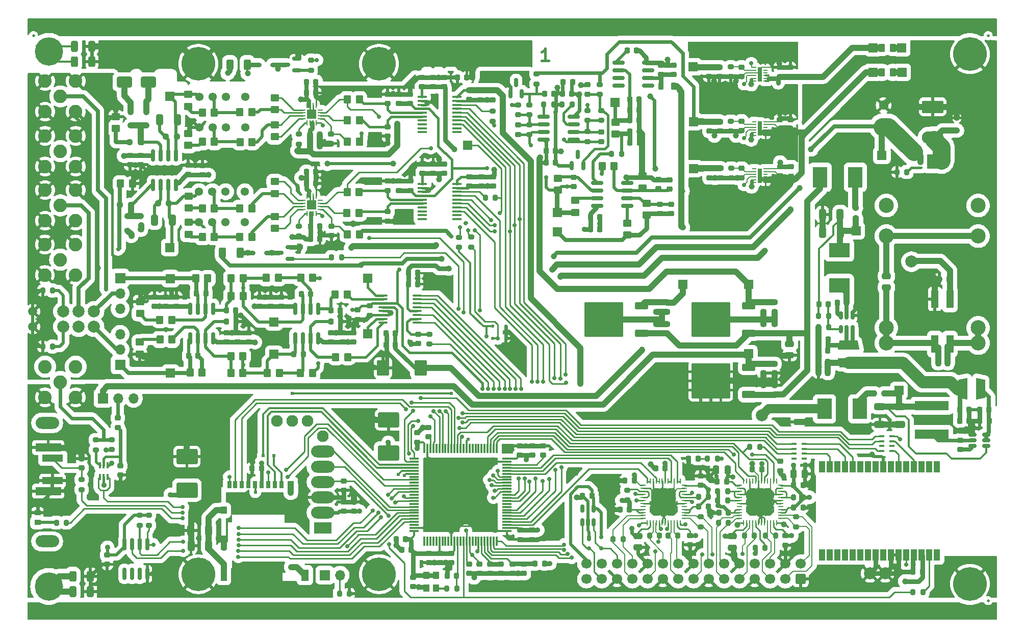
<source format=gtl>
%TF.GenerationSoftware,KiCad,Pcbnew,8.0.8*%
%TF.CreationDate,2025-02-17T12:12:57+01:00*%
%TF.ProjectId,AD DA module,41442044-4120-46d6-9f64-756c652e6b69,rev?*%
%TF.SameCoordinates,Original*%
%TF.FileFunction,Copper,L1,Top*%
%TF.FilePolarity,Positive*%
%FSLAX46Y46*%
G04 Gerber Fmt 4.6, Leading zero omitted, Abs format (unit mm)*
G04 Created by KiCad (PCBNEW 8.0.8) date 2025-02-17 12:12:57*
%MOMM*%
%LPD*%
G01*
G04 APERTURE LIST*
G04 Aperture macros list*
%AMRoundRect*
0 Rectangle with rounded corners*
0 $1 Rounding radius*
0 $2 $3 $4 $5 $6 $7 $8 $9 X,Y pos of 4 corners*
0 Add a 4 corners polygon primitive as box body*
4,1,4,$2,$3,$4,$5,$6,$7,$8,$9,$2,$3,0*
0 Add four circle primitives for the rounded corners*
1,1,$1+$1,$2,$3*
1,1,$1+$1,$4,$5*
1,1,$1+$1,$6,$7*
1,1,$1+$1,$8,$9*
0 Add four rect primitives between the rounded corners*
20,1,$1+$1,$2,$3,$4,$5,0*
20,1,$1+$1,$4,$5,$6,$7,0*
20,1,$1+$1,$6,$7,$8,$9,0*
20,1,$1+$1,$8,$9,$2,$3,0*%
%AMOutline4P*
0 Free polygon, 4 corners , with rotation*
0 The origin of the aperture is its center*
0 number of corners: always 4*
0 $1 to $8 corner X, Y*
0 $9 Rotation angle, in degrees counterclockwise*
0 create outline with 4 corners*
4,1,4,$1,$2,$3,$4,$5,$6,$7,$8,$1,$2,$9*%
%AMFreePoly0*
4,1,17,1.395000,0.765000,0.855000,0.765000,0.855000,0.535000,1.395000,0.535000,1.395000,0.115000,0.855000,0.115000,0.855000,-0.115000,1.395000,-0.115000,1.395000,-0.535000,0.855000,-0.535000,0.855000,-0.765000,1.395000,-0.765000,1.395000,-1.185000,-0.855000,-1.185000,-0.855000,1.185000,1.395000,1.185000,1.395000,0.765000,1.395000,0.765000,$1*%
G04 Aperture macros list end*
%ADD10C,0.400000*%
%TA.AperFunction,NonConductor*%
%ADD11C,0.400000*%
%TD*%
%TA.AperFunction,SMDPad,CuDef*%
%ADD12RoundRect,0.200000X-0.275000X0.200000X-0.275000X-0.200000X0.275000X-0.200000X0.275000X0.200000X0*%
%TD*%
%TA.AperFunction,SMDPad,CuDef*%
%ADD13RoundRect,0.225000X0.225000X0.250000X-0.225000X0.250000X-0.225000X-0.250000X0.225000X-0.250000X0*%
%TD*%
%TA.AperFunction,SMDPad,CuDef*%
%ADD14RoundRect,0.225000X0.250000X-0.225000X0.250000X0.225000X-0.250000X0.225000X-0.250000X-0.225000X0*%
%TD*%
%TA.AperFunction,SMDPad,CuDef*%
%ADD15RoundRect,0.225000X-0.250000X0.225000X-0.250000X-0.225000X0.250000X-0.225000X0.250000X0.225000X0*%
%TD*%
%TA.AperFunction,SMDPad,CuDef*%
%ADD16RoundRect,0.250000X0.350000X0.450000X-0.350000X0.450000X-0.350000X-0.450000X0.350000X-0.450000X0*%
%TD*%
%TA.AperFunction,SMDPad,CuDef*%
%ADD17RoundRect,0.250000X-0.350000X-0.450000X0.350000X-0.450000X0.350000X0.450000X-0.350000X0.450000X0*%
%TD*%
%TA.AperFunction,SMDPad,CuDef*%
%ADD18R,1.000000X0.900000*%
%TD*%
%TA.AperFunction,SMDPad,CuDef*%
%ADD19RoundRect,0.200000X0.200000X0.275000X-0.200000X0.275000X-0.200000X-0.275000X0.200000X-0.275000X0*%
%TD*%
%TA.AperFunction,SMDPad,CuDef*%
%ADD20RoundRect,0.225000X-0.225000X-0.250000X0.225000X-0.250000X0.225000X0.250000X-0.225000X0.250000X0*%
%TD*%
%TA.AperFunction,SMDPad,CuDef*%
%ADD21R,1.200000X3.000000*%
%TD*%
%TA.AperFunction,SMDPad,CuDef*%
%ADD22RoundRect,0.100000X-0.675000X-0.100000X0.675000X-0.100000X0.675000X0.100000X-0.675000X0.100000X0*%
%TD*%
%TA.AperFunction,SMDPad,CuDef*%
%ADD23RoundRect,0.200000X0.275000X-0.200000X0.275000X0.200000X-0.275000X0.200000X-0.275000X-0.200000X0*%
%TD*%
%TA.AperFunction,SMDPad,CuDef*%
%ADD24RoundRect,0.112500X-0.112500X0.187500X-0.112500X-0.187500X0.112500X-0.187500X0.112500X0.187500X0*%
%TD*%
%TA.AperFunction,SMDPad,CuDef*%
%ADD25RoundRect,0.150000X0.150000X-0.587500X0.150000X0.587500X-0.150000X0.587500X-0.150000X-0.587500X0*%
%TD*%
%TA.AperFunction,SMDPad,CuDef*%
%ADD26RoundRect,0.250000X-0.325000X-0.650000X0.325000X-0.650000X0.325000X0.650000X-0.325000X0.650000X0*%
%TD*%
%TA.AperFunction,SMDPad,CuDef*%
%ADD27RoundRect,0.250000X-0.312500X-0.625000X0.312500X-0.625000X0.312500X0.625000X-0.312500X0.625000X0*%
%TD*%
%TA.AperFunction,SMDPad,CuDef*%
%ADD28R,2.413000X3.429000*%
%TD*%
%TA.AperFunction,SMDPad,CuDef*%
%ADD29RoundRect,0.062500X0.062500X-0.375000X0.062500X0.375000X-0.062500X0.375000X-0.062500X-0.375000X0*%
%TD*%
%TA.AperFunction,SMDPad,CuDef*%
%ADD30RoundRect,0.062500X0.375000X-0.062500X0.375000X0.062500X-0.375000X0.062500X-0.375000X-0.062500X0*%
%TD*%
%TA.AperFunction,HeatsinkPad*%
%ADD31C,0.500000*%
%TD*%
%TA.AperFunction,HeatsinkPad*%
%ADD32R,4.100000X4.100000*%
%TD*%
%TA.AperFunction,SMDPad,CuDef*%
%ADD33RoundRect,0.250000X-0.450000X0.350000X-0.450000X-0.350000X0.450000X-0.350000X0.450000X0.350000X0*%
%TD*%
%TA.AperFunction,SMDPad,CuDef*%
%ADD34RoundRect,0.250000X0.450000X-0.350000X0.450000X0.350000X-0.450000X0.350000X-0.450000X-0.350000X0*%
%TD*%
%TA.AperFunction,SMDPad,CuDef*%
%ADD35RoundRect,0.062500X-0.375000X-0.062500X0.375000X-0.062500X0.375000X0.062500X-0.375000X0.062500X0*%
%TD*%
%TA.AperFunction,SMDPad,CuDef*%
%ADD36RoundRect,0.062500X-0.062500X-0.375000X0.062500X-0.375000X0.062500X0.375000X-0.062500X0.375000X0*%
%TD*%
%TA.AperFunction,HeatsinkPad*%
%ADD37C,0.600000*%
%TD*%
%TA.AperFunction,HeatsinkPad*%
%ADD38R,1.600000X1.600000*%
%TD*%
%TA.AperFunction,SMDPad,CuDef*%
%ADD39RoundRect,0.200000X-0.200000X-0.275000X0.200000X-0.275000X0.200000X0.275000X-0.200000X0.275000X0*%
%TD*%
%TA.AperFunction,SMDPad,CuDef*%
%ADD40RoundRect,0.150000X0.825000X0.150000X-0.825000X0.150000X-0.825000X-0.150000X0.825000X-0.150000X0*%
%TD*%
%TA.AperFunction,SMDPad,CuDef*%
%ADD41RoundRect,0.250000X-0.475000X0.250000X-0.475000X-0.250000X0.475000X-0.250000X0.475000X0.250000X0*%
%TD*%
%TA.AperFunction,SMDPad,CuDef*%
%ADD42C,0.500000*%
%TD*%
%TA.AperFunction,SMDPad,CuDef*%
%ADD43RoundRect,0.218750X-0.218750X-0.256250X0.218750X-0.256250X0.218750X0.256250X-0.218750X0.256250X0*%
%TD*%
%TA.AperFunction,ComponentPad*%
%ADD44C,2.000000*%
%TD*%
%TA.AperFunction,ComponentPad*%
%ADD45C,1.500000*%
%TD*%
%TA.AperFunction,ComponentPad*%
%ADD46C,5.600000*%
%TD*%
%TA.AperFunction,SMDPad,CuDef*%
%ADD47RoundRect,0.150000X-0.150000X0.825000X-0.150000X-0.825000X0.150000X-0.825000X0.150000X0.825000X0*%
%TD*%
%TA.AperFunction,SMDPad,CuDef*%
%ADD48Outline4P,-1.500000X-0.725000X1.500000X-0.725000X1.800000X0.725000X-1.800000X0.725000X90.000000*%
%TD*%
%TA.AperFunction,SMDPad,CuDef*%
%ADD49Outline4P,-1.800000X-0.725000X1.800000X-0.725000X1.500000X0.725000X-1.500000X0.725000X90.000000*%
%TD*%
%TA.AperFunction,SMDPad,CuDef*%
%ADD50RoundRect,0.218750X0.256250X-0.218750X0.256250X0.218750X-0.256250X0.218750X-0.256250X-0.218750X0*%
%TD*%
%TA.AperFunction,SMDPad,CuDef*%
%ADD51RoundRect,0.237500X0.250000X0.237500X-0.250000X0.237500X-0.250000X-0.237500X0.250000X-0.237500X0*%
%TD*%
%TA.AperFunction,ComponentPad*%
%ADD52C,2.250000*%
%TD*%
%TA.AperFunction,SMDPad,CuDef*%
%ADD53RoundRect,0.100000X-0.637500X-0.100000X0.637500X-0.100000X0.637500X0.100000X-0.637500X0.100000X0*%
%TD*%
%TA.AperFunction,SMDPad,CuDef*%
%ADD54RoundRect,0.250000X0.250000X0.475000X-0.250000X0.475000X-0.250000X-0.475000X0.250000X-0.475000X0*%
%TD*%
%TA.AperFunction,SMDPad,CuDef*%
%ADD55RoundRect,0.250000X0.325000X0.650000X-0.325000X0.650000X-0.325000X-0.650000X0.325000X-0.650000X0*%
%TD*%
%TA.AperFunction,SMDPad,CuDef*%
%ADD56RoundRect,0.249999X1.500001X-1.025001X1.500001X1.025001X-1.500001X1.025001X-1.500001X-1.025001X0*%
%TD*%
%TA.AperFunction,SMDPad,CuDef*%
%ADD57R,0.700000X0.250000*%
%TD*%
%TA.AperFunction,SMDPad,CuDef*%
%ADD58R,0.640000X2.400000*%
%TD*%
%TA.AperFunction,SMDPad,CuDef*%
%ADD59RoundRect,0.250000X-0.250000X-0.475000X0.250000X-0.475000X0.250000X0.475000X-0.250000X0.475000X0*%
%TD*%
%TA.AperFunction,SMDPad,CuDef*%
%ADD60RoundRect,0.125000X0.125000X-0.125000X0.125000X0.125000X-0.125000X0.125000X-0.125000X-0.125000X0*%
%TD*%
%TA.AperFunction,SMDPad,CuDef*%
%ADD61R,5.700000X1.600000*%
%TD*%
%TA.AperFunction,SMDPad,CuDef*%
%ADD62RoundRect,0.175000X-0.175000X-0.325000X0.175000X-0.325000X0.175000X0.325000X-0.175000X0.325000X0*%
%TD*%
%TA.AperFunction,SMDPad,CuDef*%
%ADD63RoundRect,0.150000X-0.200000X-0.150000X0.200000X-0.150000X0.200000X0.150000X-0.200000X0.150000X0*%
%TD*%
%TA.AperFunction,SMDPad,CuDef*%
%ADD64R,1.100000X1.300000*%
%TD*%
%TA.AperFunction,ComponentPad*%
%ADD65C,4.700000*%
%TD*%
%TA.AperFunction,SMDPad,CuDef*%
%ADD66R,0.700000X1.200000*%
%TD*%
%TA.AperFunction,SMDPad,CuDef*%
%ADD67R,1.000000X0.800000*%
%TD*%
%TA.AperFunction,SMDPad,CuDef*%
%ADD68R,1.000000X1.200000*%
%TD*%
%TA.AperFunction,SMDPad,CuDef*%
%ADD69R,1.000000X2.800000*%
%TD*%
%TA.AperFunction,SMDPad,CuDef*%
%ADD70R,1.300000X1.900000*%
%TD*%
%TA.AperFunction,SMDPad,CuDef*%
%ADD71R,1.066800X1.879600*%
%TD*%
%TA.AperFunction,SMDPad,CuDef*%
%ADD72RoundRect,0.218750X0.218750X0.256250X-0.218750X0.256250X-0.218750X-0.256250X0.218750X-0.256250X0*%
%TD*%
%TA.AperFunction,SMDPad,CuDef*%
%ADD73RoundRect,0.125000X-0.125000X0.125000X-0.125000X-0.125000X0.125000X-0.125000X0.125000X0.125000X0*%
%TD*%
%TA.AperFunction,SMDPad,CuDef*%
%ADD74RoundRect,0.218750X0.218750X0.381250X-0.218750X0.381250X-0.218750X-0.381250X0.218750X-0.381250X0*%
%TD*%
%TA.AperFunction,SMDPad,CuDef*%
%ADD75RoundRect,0.125000X-0.125000X-0.125000X0.125000X-0.125000X0.125000X0.125000X-0.125000X0.125000X0*%
%TD*%
%TA.AperFunction,SMDPad,CuDef*%
%ADD76RoundRect,0.250000X0.312500X0.625000X-0.312500X0.625000X-0.312500X-0.625000X0.312500X-0.625000X0*%
%TD*%
%TA.AperFunction,SMDPad,CuDef*%
%ADD77RoundRect,0.150000X0.150000X-0.825000X0.150000X0.825000X-0.150000X0.825000X-0.150000X-0.825000X0*%
%TD*%
%TA.AperFunction,SMDPad,CuDef*%
%ADD78R,3.429000X2.413000*%
%TD*%
%TA.AperFunction,SMDPad,CuDef*%
%ADD79RoundRect,0.150000X0.587500X0.150000X-0.587500X0.150000X-0.587500X-0.150000X0.587500X-0.150000X0*%
%TD*%
%TA.AperFunction,SMDPad,CuDef*%
%ADD80R,0.900000X0.400000*%
%TD*%
%TA.AperFunction,SMDPad,CuDef*%
%ADD81RoundRect,0.150000X0.150000X-0.512500X0.150000X0.512500X-0.150000X0.512500X-0.150000X-0.512500X0*%
%TD*%
%TA.AperFunction,SMDPad,CuDef*%
%ADD82R,0.400000X1.000000*%
%TD*%
%TA.AperFunction,SMDPad,CuDef*%
%ADD83RoundRect,0.250000X0.850000X0.350000X-0.850000X0.350000X-0.850000X-0.350000X0.850000X-0.350000X0*%
%TD*%
%TA.AperFunction,SMDPad,CuDef*%
%ADD84RoundRect,0.250000X1.275000X1.125000X-1.275000X1.125000X-1.275000X-1.125000X1.275000X-1.125000X0*%
%TD*%
%TA.AperFunction,SMDPad,CuDef*%
%ADD85RoundRect,0.249997X2.950003X2.650003X-2.950003X2.650003X-2.950003X-2.650003X2.950003X-2.650003X0*%
%TD*%
%TA.AperFunction,SMDPad,CuDef*%
%ADD86RoundRect,0.250000X0.262500X0.450000X-0.262500X0.450000X-0.262500X-0.450000X0.262500X-0.450000X0*%
%TD*%
%TA.AperFunction,SMDPad,CuDef*%
%ADD87RoundRect,0.250000X-0.650000X0.325000X-0.650000X-0.325000X0.650000X-0.325000X0.650000X0.325000X0*%
%TD*%
%TA.AperFunction,SMDPad,CuDef*%
%ADD88RoundRect,0.105000X-0.245000X-0.105000X0.245000X-0.105000X0.245000X0.105000X-0.245000X0.105000X0*%
%TD*%
%TA.AperFunction,SMDPad,CuDef*%
%ADD89FreePoly0,0.000000*%
%TD*%
%TA.AperFunction,SMDPad,CuDef*%
%ADD90R,3.400000X1.250000*%
%TD*%
%TA.AperFunction,SMDPad,CuDef*%
%ADD91R,4.300000X1.450000*%
%TD*%
%TA.AperFunction,SMDPad,CuDef*%
%ADD92RoundRect,0.250000X0.787500X1.025000X-0.787500X1.025000X-0.787500X-1.025000X0.787500X-1.025000X0*%
%TD*%
%TA.AperFunction,SMDPad,CuDef*%
%ADD93RoundRect,0.250000X1.000000X0.650000X-1.000000X0.650000X-1.000000X-0.650000X1.000000X-0.650000X0*%
%TD*%
%TA.AperFunction,SMDPad,CuDef*%
%ADD94Outline4P,-1.500000X-0.725000X1.500000X-0.725000X1.800000X0.725000X-1.800000X0.725000X180.000000*%
%TD*%
%TA.AperFunction,SMDPad,CuDef*%
%ADD95Outline4P,-1.800000X-0.725000X1.800000X-0.725000X1.500000X0.725000X-1.500000X0.725000X180.000000*%
%TD*%
%TA.AperFunction,SMDPad,CuDef*%
%ADD96RoundRect,0.150000X0.512500X0.150000X-0.512500X0.150000X-0.512500X-0.150000X0.512500X-0.150000X0*%
%TD*%
%TA.AperFunction,SMDPad,CuDef*%
%ADD97RoundRect,0.075000X0.075000X-0.725000X0.075000X0.725000X-0.075000X0.725000X-0.075000X-0.725000X0*%
%TD*%
%TA.AperFunction,SMDPad,CuDef*%
%ADD98RoundRect,0.075000X0.725000X-0.075000X0.725000X0.075000X-0.725000X0.075000X-0.725000X-0.075000X0*%
%TD*%
%TA.AperFunction,ComponentPad*%
%ADD99R,1.500000X1.500000*%
%TD*%
%TA.AperFunction,ComponentPad*%
%ADD100R,1.700000X1.700000*%
%TD*%
%TA.AperFunction,ComponentPad*%
%ADD101O,1.700000X1.700000*%
%TD*%
%TA.AperFunction,ComponentPad*%
%ADD102R,3.000000X1.950000*%
%TD*%
%TA.AperFunction,ComponentPad*%
%ADD103O,3.900000X1.950000*%
%TD*%
%TA.AperFunction,ComponentPad*%
%ADD104C,1.950000*%
%TD*%
%TA.AperFunction,ComponentPad*%
%ADD105C,1.381000*%
%TD*%
%TA.AperFunction,ComponentPad*%
%ADD106RoundRect,0.249999X-1.550001X0.790001X-1.550001X-0.790001X1.550001X-0.790001X1.550001X0.790001X0*%
%TD*%
%TA.AperFunction,ComponentPad*%
%ADD107O,3.600000X2.080000*%
%TD*%
%TA.AperFunction,ComponentPad*%
%ADD108C,2.500000*%
%TD*%
%TA.AperFunction,ComponentPad*%
%ADD109R,1.600000X1.600000*%
%TD*%
%TA.AperFunction,ComponentPad*%
%ADD110C,1.600000*%
%TD*%
%TA.AperFunction,ComponentPad*%
%ADD111RoundRect,0.250000X0.600000X-0.600000X0.600000X0.600000X-0.600000X0.600000X-0.600000X-0.600000X0*%
%TD*%
%TA.AperFunction,ComponentPad*%
%ADD112C,1.700000*%
%TD*%
%TA.AperFunction,ViaPad*%
%ADD113C,1.000000*%
%TD*%
%TA.AperFunction,ViaPad*%
%ADD114C,0.900000*%
%TD*%
%TA.AperFunction,ViaPad*%
%ADD115C,2.000000*%
%TD*%
%TA.AperFunction,ViaPad*%
%ADD116C,0.889000*%
%TD*%
%TA.AperFunction,ViaPad*%
%ADD117C,0.700000*%
%TD*%
%TA.AperFunction,ViaPad*%
%ADD118C,0.609600*%
%TD*%
%TA.AperFunction,Conductor*%
%ADD119C,0.800000*%
%TD*%
%TA.AperFunction,Conductor*%
%ADD120C,0.254000*%
%TD*%
%TA.AperFunction,Conductor*%
%ADD121C,0.203200*%
%TD*%
%TA.AperFunction,Conductor*%
%ADD122C,0.508000*%
%TD*%
%TA.AperFunction,Conductor*%
%ADD123C,0.609600*%
%TD*%
%TA.AperFunction,Conductor*%
%ADD124C,0.400000*%
%TD*%
%TA.AperFunction,Conductor*%
%ADD125C,1.016000*%
%TD*%
%TA.AperFunction,Conductor*%
%ADD126C,0.700000*%
%TD*%
%TA.AperFunction,Conductor*%
%ADD127C,0.304800*%
%TD*%
%TA.AperFunction,Conductor*%
%ADD128C,1.000000*%
%TD*%
%TA.AperFunction,Conductor*%
%ADD129C,0.406400*%
%TD*%
%TA.AperFunction,Conductor*%
%ADD130C,1.524000*%
%TD*%
%TA.AperFunction,Conductor*%
%ADD131C,0.300000*%
%TD*%
%TA.AperFunction,Conductor*%
%ADD132C,2.000000*%
%TD*%
%TA.AperFunction,Conductor*%
%ADD133C,3.000000*%
%TD*%
%TA.AperFunction,Conductor*%
%ADD134C,0.250000*%
%TD*%
%TA.AperFunction,Conductor*%
%ADD135C,0.200000*%
%TD*%
%TA.AperFunction,Conductor*%
%ADD136C,0.600000*%
%TD*%
G04 APERTURE END LIST*
D10*
D11*
X86546966Y-7074438D02*
X85404109Y-7074438D01*
X85975537Y-7074438D02*
X85975537Y-5074438D01*
X85975537Y-5074438D02*
X85785061Y-5360152D01*
X85785061Y-5360152D02*
X85594585Y-5550628D01*
X85594585Y-5550628D02*
X85404109Y-5645866D01*
D12*
X95250000Y-15345000D03*
X95250000Y-16995000D03*
D13*
X132895000Y-58940000D03*
X131345000Y-58940000D03*
D14*
X111760000Y-77610000D03*
X111760000Y-76060000D03*
D13*
X28360000Y-56125000D03*
X26810000Y-56125000D03*
D15*
X82460000Y-90685000D03*
X82460000Y-92235000D03*
D13*
X61115000Y-54340000D03*
X59565000Y-54340000D03*
D16*
X55130000Y-35910000D03*
X53130000Y-35910000D03*
D17*
X53100000Y-28910000D03*
X55100000Y-28910000D03*
D13*
X159665000Y-65050000D03*
X158115000Y-65050000D03*
D14*
X65610000Y-25735000D03*
X65610000Y-24185000D03*
D17*
X29060000Y-20550000D03*
X31060000Y-20550000D03*
D13*
X111335000Y-73150000D03*
X109785000Y-73150000D03*
X62805000Y-86560000D03*
X61255000Y-86560000D03*
D18*
X1700000Y-82200000D03*
X1700000Y-83800000D03*
D13*
X101165000Y-5410000D03*
X99615000Y-5410000D03*
D14*
X40405000Y-47910000D03*
X40405000Y-46360000D03*
X104395000Y-52357500D03*
X104395000Y-50807500D03*
D17*
X22005000Y-50135000D03*
X24005000Y-50135000D03*
D15*
X54810000Y-48485000D03*
X54810000Y-50035000D03*
D14*
X124060000Y-62555000D03*
X124060000Y-61005000D03*
D16*
X41835000Y-58975000D03*
X39835000Y-58975000D03*
D14*
X18865000Y-24370000D03*
X18865000Y-22820000D03*
D13*
X132905000Y-57080000D03*
X131355000Y-57080000D03*
D19*
X114575000Y-73160000D03*
X112925000Y-73160000D03*
D16*
X53210000Y-56310000D03*
X51210000Y-56310000D03*
D17*
X53080000Y-32410000D03*
X55080000Y-32410000D03*
D20*
X111493000Y-81153000D03*
X113043000Y-81153000D03*
D21*
X153180000Y-46660000D03*
X150680000Y-46660000D03*
X150680000Y-54160000D03*
X153180000Y-54160000D03*
D22*
X65540000Y-13100000D03*
X65540000Y-13750000D03*
X65540000Y-14400000D03*
X65540000Y-15050000D03*
X65540000Y-15700000D03*
X65540000Y-16350000D03*
X65540000Y-17000000D03*
X65540000Y-17650000D03*
X65540000Y-18300000D03*
X65540000Y-18950000D03*
X71290000Y-18950000D03*
X71290000Y-18300000D03*
X71290000Y-17650000D03*
X71290000Y-17000000D03*
X71290000Y-16350000D03*
X71290000Y-15700000D03*
X71290000Y-15050000D03*
X71290000Y-14400000D03*
X71290000Y-13750000D03*
X71290000Y-13100000D03*
D23*
X45060000Y-36205000D03*
X45060000Y-34555000D03*
D19*
X4195000Y-45260000D03*
X2545000Y-45260000D03*
D17*
X22025000Y-53385000D03*
X24025000Y-53385000D03*
D20*
X93495000Y-35090000D03*
X95045000Y-35090000D03*
D15*
X77220000Y-12025000D03*
X77220000Y-13575000D03*
D14*
X124990000Y-26235000D03*
X124990000Y-24685000D03*
D20*
X127241000Y-81280000D03*
X128791000Y-81280000D03*
D24*
X154340000Y-16580000D03*
X154340000Y-18680000D03*
D25*
X80200000Y-12547500D03*
X82100000Y-12547500D03*
X81150000Y-10672500D03*
D14*
X90720000Y-27975000D03*
X90720000Y-26425000D03*
D20*
X93495000Y-33100000D03*
X95045000Y-33100000D03*
D26*
X22000000Y-16850000D03*
X24950000Y-16850000D03*
X7796000Y-4699000D03*
X10746000Y-4699000D03*
D20*
X100015000Y-17010000D03*
X101565000Y-17010000D03*
D16*
X35825000Y-43255000D03*
X33825000Y-43255000D03*
D15*
X68540000Y-88925000D03*
X68540000Y-90475000D03*
X59830000Y-27082500D03*
X59830000Y-28632500D03*
D27*
X7808500Y-7239000D03*
X10733500Y-7239000D03*
D14*
X52325000Y-53830000D03*
X52325000Y-52280000D03*
D15*
X118565000Y-17135000D03*
X118565000Y-18685000D03*
D28*
X132368000Y-64910000D03*
X138210000Y-64910000D03*
D29*
X102905500Y-83816500D03*
X103405500Y-83816500D03*
X103905500Y-83816500D03*
X104405500Y-83816500D03*
X104905500Y-83816500D03*
X105405500Y-83816500D03*
X105905500Y-83816500D03*
X106405500Y-83816500D03*
X106905500Y-83816500D03*
X107405500Y-83816500D03*
X107905500Y-83816500D03*
X108405500Y-83816500D03*
D30*
X109093000Y-83129000D03*
X109093000Y-82629000D03*
X109093000Y-82129000D03*
X109093000Y-81629000D03*
X109093000Y-81129000D03*
X109093000Y-80629000D03*
X109093000Y-80129000D03*
X109093000Y-79629000D03*
X109093000Y-79129000D03*
X109093000Y-78629000D03*
X109093000Y-78129000D03*
X109093000Y-77629000D03*
D29*
X108405500Y-76941500D03*
X107905500Y-76941500D03*
X107405500Y-76941500D03*
X106905500Y-76941500D03*
X106405500Y-76941500D03*
X105905500Y-76941500D03*
X105405500Y-76941500D03*
X104905500Y-76941500D03*
X104405500Y-76941500D03*
X103905500Y-76941500D03*
X103405500Y-76941500D03*
X102905500Y-76941500D03*
D30*
X102218000Y-77629000D03*
X102218000Y-78129000D03*
X102218000Y-78629000D03*
X102218000Y-79129000D03*
X102218000Y-79629000D03*
X102218000Y-80129000D03*
X102218000Y-80629000D03*
X102218000Y-81129000D03*
X102218000Y-81629000D03*
X102218000Y-82129000D03*
X102218000Y-82629000D03*
X102218000Y-83129000D03*
D31*
X103855500Y-82179000D03*
X105055500Y-82179000D03*
X106255500Y-82179000D03*
X107455500Y-82179000D03*
X103855500Y-80979000D03*
X105055500Y-80979000D03*
X106255500Y-80979000D03*
X107455500Y-80979000D03*
D32*
X105655500Y-80379000D03*
D31*
X103855500Y-79779000D03*
X105055500Y-79779000D03*
X106255500Y-79779000D03*
X107455500Y-79779000D03*
X103855500Y-78579000D03*
X105055500Y-78579000D03*
X106255500Y-78579000D03*
X107455500Y-78579000D03*
D20*
X154825000Y-66900000D03*
X156375000Y-66900000D03*
D14*
X9030000Y-74755000D03*
X9030000Y-73205000D03*
D13*
X148603000Y-91948000D03*
X147053000Y-91948000D03*
D19*
X124205000Y-85990000D03*
X122555000Y-85990000D03*
D15*
X85680000Y-71085000D03*
X85680000Y-72635000D03*
X77320000Y-26365000D03*
X77320000Y-27915000D03*
D14*
X24775000Y-47890000D03*
X24775000Y-46340000D03*
D33*
X102150000Y-26200000D03*
X102150000Y-28200000D03*
D19*
X122491000Y-88011000D03*
X120841000Y-88011000D03*
D14*
X124905000Y-9735000D03*
X124905000Y-8185000D03*
D15*
X109982000Y-85966000D03*
X109982000Y-87516000D03*
X122230000Y-61025000D03*
X122230000Y-62575000D03*
D14*
X104740000Y-28355000D03*
X104740000Y-26805000D03*
D34*
X41080000Y-19710000D03*
X41080000Y-17710000D03*
D16*
X47395000Y-43155000D03*
X45395000Y-43155000D03*
D35*
X45785000Y-30290000D03*
X45785000Y-30790000D03*
X45785000Y-31290000D03*
X45785000Y-31790000D03*
D36*
X46472500Y-32477500D03*
X46972500Y-32477500D03*
X47472500Y-32477500D03*
X47972500Y-32477500D03*
D35*
X48660000Y-31790000D03*
X48660000Y-31290000D03*
X48660000Y-30790000D03*
X48660000Y-30290000D03*
D36*
X47972500Y-29602500D03*
X47472500Y-29602500D03*
X46972500Y-29602500D03*
X46472500Y-29602500D03*
D37*
X46722500Y-30540000D03*
X46722500Y-31540000D03*
D38*
X47222500Y-31040000D03*
D37*
X47722500Y-30540000D03*
X47722500Y-31540000D03*
D39*
X111443000Y-79502000D03*
X113093000Y-79502000D03*
D17*
X53125000Y-17010000D03*
X55125000Y-17010000D03*
D19*
X108013000Y-85979000D03*
X106363000Y-85979000D03*
D40*
X103080000Y-11180000D03*
X103080000Y-9910000D03*
X103080000Y-8640000D03*
X103080000Y-7370000D03*
X98130000Y-7370000D03*
X98130000Y-8640000D03*
X98130000Y-9910000D03*
X98130000Y-11180000D03*
D13*
X100755000Y-76870000D03*
X99205000Y-76870000D03*
D15*
X122210000Y-47245000D03*
X122210000Y-48795000D03*
D40*
X90695000Y-20150000D03*
X90695000Y-18880000D03*
X90695000Y-17610000D03*
X90695000Y-16340000D03*
X85745000Y-16340000D03*
X85745000Y-17610000D03*
X85745000Y-18880000D03*
X85745000Y-20150000D03*
D41*
X117070000Y-86080000D03*
X117070000Y-87980000D03*
D42*
X1016000Y-2921000D03*
D17*
X35290000Y-15640000D03*
X37290000Y-15640000D03*
D43*
X84282500Y-90650000D03*
X85857500Y-90650000D03*
D44*
X6000000Y-51270000D03*
X8540000Y-51270000D03*
X11080000Y-51270000D03*
X6000000Y-48730000D03*
X8540000Y-48730000D03*
X11080000Y-48730000D03*
D45*
X920000Y-51270000D03*
X920000Y-48730000D03*
D25*
X90420000Y-24487500D03*
X92320000Y-24487500D03*
X91370000Y-22612500D03*
D33*
X90990000Y-30260000D03*
X90990000Y-32260000D03*
X99590000Y-34040000D03*
X99590000Y-36040000D03*
D16*
X55125000Y-20510000D03*
X53125000Y-20510000D03*
D46*
X58400000Y-92400000D03*
D22*
X65610000Y-27550000D03*
X65610000Y-28200000D03*
X65610000Y-28850000D03*
X65610000Y-29500000D03*
X65610000Y-30150000D03*
X65610000Y-30800000D03*
X65610000Y-31450000D03*
X65610000Y-32100000D03*
X65610000Y-32750000D03*
X65610000Y-33400000D03*
X71360000Y-33400000D03*
X71360000Y-32750000D03*
X71360000Y-32100000D03*
X71360000Y-31450000D03*
X71360000Y-30800000D03*
X71360000Y-30150000D03*
X71360000Y-29500000D03*
X71360000Y-28850000D03*
X71360000Y-28200000D03*
X71360000Y-27550000D03*
D15*
X13270000Y-89205000D03*
X13270000Y-90755000D03*
D47*
X24695000Y-22805000D03*
X23425000Y-22805000D03*
X22155000Y-22805000D03*
X20885000Y-22805000D03*
X20885000Y-27755000D03*
X22155000Y-27755000D03*
X23425000Y-27755000D03*
X24695000Y-27755000D03*
D48*
X158305000Y-61560000D03*
D49*
X155355000Y-61560000D03*
D50*
X15030000Y-68007500D03*
X15030000Y-66432500D03*
D12*
X99630000Y-78435000D03*
X99630000Y-80085000D03*
D20*
X46970000Y-21320000D03*
X48520000Y-21320000D03*
D14*
X69210000Y-25775000D03*
X69210000Y-24225000D03*
D15*
X26680000Y-24435000D03*
X26680000Y-25985000D03*
D27*
X27177500Y-87640000D03*
X30102500Y-87640000D03*
D51*
X17212500Y-31020000D03*
X15387500Y-31020000D03*
D14*
X124050000Y-52355000D03*
X124050000Y-50805000D03*
D12*
X137560000Y-31555000D03*
X137560000Y-33205000D03*
D13*
X47910000Y-12440000D03*
X46360000Y-12440000D03*
D15*
X126730000Y-16885000D03*
X126730000Y-18435000D03*
D33*
X26750000Y-12660000D03*
X26750000Y-14660000D03*
D52*
X5500000Y-13000000D03*
X2960000Y-15540000D03*
X8040000Y-15540000D03*
X2960000Y-10460000D03*
X8040000Y-10460000D03*
D16*
X29960000Y-43250000D03*
X27960000Y-43250000D03*
D53*
X59035000Y-46065000D03*
X59035000Y-46715000D03*
X59035000Y-47365000D03*
X59035000Y-48015000D03*
X59035000Y-48665000D03*
X59035000Y-49315000D03*
X59035000Y-49965000D03*
X59035000Y-50615000D03*
X64760000Y-50615000D03*
X64760000Y-49965000D03*
X64760000Y-49315000D03*
X64760000Y-48665000D03*
X64760000Y-48015000D03*
X64760000Y-47365000D03*
X64760000Y-46715000D03*
X64760000Y-46065000D03*
D12*
X93030000Y-15325000D03*
X93030000Y-16975000D03*
D54*
X116266000Y-75057000D03*
X114366000Y-75057000D03*
D23*
X45055000Y-20925000D03*
X45055000Y-19275000D03*
D55*
X134955000Y-32620000D03*
X132005000Y-32620000D03*
D14*
X54165000Y-53830000D03*
X54165000Y-52280000D03*
D17*
X29070000Y-36340000D03*
X31070000Y-36340000D03*
D14*
X61710000Y-28632500D03*
X61710000Y-27082500D03*
D13*
X47070000Y-45815000D03*
X45520000Y-45815000D03*
D15*
X113150000Y-8140000D03*
X113150000Y-9690000D03*
D14*
X113240000Y-26525000D03*
X113240000Y-24975000D03*
D56*
X26500000Y-78425000D03*
X26500000Y-72875000D03*
D15*
X118610000Y-24965000D03*
X118610000Y-26515000D03*
X59820000Y-12632500D03*
X59820000Y-14182500D03*
X64895000Y-52540000D03*
X64895000Y-54090000D03*
D57*
X122550000Y-10450000D03*
X122550000Y-10000000D03*
X122550000Y-9550000D03*
X122550000Y-9100000D03*
X122550000Y-8650000D03*
X122550000Y-8200000D03*
X120700000Y-8200000D03*
X120700000Y-8650000D03*
X120700000Y-9100000D03*
X120700000Y-9550000D03*
X120700000Y-10000000D03*
X120700000Y-10450000D03*
D58*
X121625000Y-9325000D03*
D46*
X156503000Y-93997000D03*
D17*
X35270000Y-36340000D03*
X37270000Y-36340000D03*
D14*
X124040000Y-48785000D03*
X124040000Y-47235000D03*
D13*
X132925000Y-53400000D03*
X131375000Y-53400000D03*
D41*
X127930000Y-65160000D03*
X127930000Y-67060000D03*
D26*
X7542000Y-95250000D03*
X10492000Y-95250000D03*
D14*
X124930000Y-18435000D03*
X124930000Y-16885000D03*
D59*
X127193000Y-75692000D03*
X129093000Y-75692000D03*
D39*
X69655000Y-94760000D03*
X71305000Y-94760000D03*
D20*
X131435000Y-47540000D03*
X132985000Y-47540000D03*
D33*
X102800000Y-30760000D03*
X102800000Y-32760000D03*
D15*
X50455000Y-19275000D03*
X50455000Y-20825000D03*
D12*
X95040000Y-11025000D03*
X95040000Y-12675000D03*
D14*
X81780000Y-72635000D03*
X81780000Y-71085000D03*
D13*
X51990000Y-50435000D03*
X50440000Y-50435000D03*
D60*
X17140000Y-17787500D03*
X17140000Y-15587500D03*
D14*
X114967500Y-9685000D03*
X114967500Y-8135000D03*
D15*
X78600000Y-90695000D03*
X78600000Y-92245000D03*
D19*
X146025000Y-25570000D03*
X144375000Y-25570000D03*
D13*
X38875000Y-74803000D03*
X37325000Y-74803000D03*
D46*
X28400000Y-92400000D03*
D61*
X150130000Y-64420000D03*
X150130000Y-69120000D03*
D14*
X69200000Y-11412500D03*
X69200000Y-9862500D03*
D15*
X73320000Y-11985000D03*
X73320000Y-13535000D03*
D62*
X93300000Y-86430000D03*
D63*
X93300000Y-88130000D03*
X95300000Y-88130000D03*
X95300000Y-86230000D03*
D64*
X66212500Y-92610000D03*
X66212500Y-94710000D03*
X67862500Y-94710000D03*
X67862500Y-92610000D03*
D42*
X159512000Y-2921000D03*
D14*
X36775000Y-53790000D03*
X36775000Y-52240000D03*
X106930000Y-32485000D03*
X106930000Y-30935000D03*
D65*
X3556000Y-5512000D03*
D15*
X105050000Y-30935000D03*
X105050000Y-32485000D03*
D39*
X119945000Y-71250000D03*
X121595000Y-71250000D03*
D14*
X42235000Y-47910000D03*
X42235000Y-46360000D03*
D13*
X101615000Y-20670000D03*
X100065000Y-20670000D03*
D14*
X38565000Y-47910000D03*
X38565000Y-46360000D03*
X106205000Y-48767500D03*
X106205000Y-47217500D03*
D12*
X93030000Y-18835000D03*
X93030000Y-20485000D03*
D66*
X42195000Y-77470000D03*
X41095000Y-77470000D03*
X39995000Y-77470000D03*
X38895000Y-77470000D03*
X37795000Y-77470000D03*
X36695000Y-77470000D03*
X35595000Y-77470000D03*
X34495000Y-77470000D03*
X33545000Y-77470000D03*
D67*
X32595000Y-87970000D03*
D68*
X32595000Y-81770000D03*
D69*
X32595000Y-92120000D03*
D68*
X43745000Y-77470000D03*
D70*
X46095000Y-92570000D03*
D19*
X4195000Y-54550000D03*
X2545000Y-54550000D03*
D13*
X87705000Y-22090000D03*
X86155000Y-22090000D03*
X90515000Y-10640000D03*
X88965000Y-10640000D03*
D14*
X115070000Y-26515000D03*
X115070000Y-24965000D03*
D34*
X41080000Y-15224000D03*
X41080000Y-13224000D03*
D41*
X142640000Y-42860000D03*
X142640000Y-44760000D03*
D17*
X35310000Y-20570000D03*
X37310000Y-20570000D03*
D14*
X59820000Y-19605000D03*
X59820000Y-18055000D03*
D57*
X122560000Y-27300000D03*
X122560000Y-26850000D03*
X122560000Y-26400000D03*
X122560000Y-25950000D03*
X122560000Y-25500000D03*
X122560000Y-25050000D03*
X120710000Y-25050000D03*
X120710000Y-25500000D03*
X120710000Y-25950000D03*
X120710000Y-26400000D03*
X120710000Y-26850000D03*
X120710000Y-27300000D03*
D58*
X121635000Y-26175000D03*
D71*
X151003000Y-74549000D03*
X149733000Y-74549000D03*
X148463000Y-74549000D03*
X147193000Y-74549000D03*
X145923000Y-74549000D03*
X144653000Y-74549000D03*
X143383000Y-74549000D03*
X142113000Y-74549000D03*
X140843000Y-74549000D03*
X139573000Y-74549000D03*
X138303000Y-74549000D03*
X137033000Y-74549000D03*
X135763000Y-74549000D03*
X134493000Y-74549000D03*
X133223000Y-74549000D03*
X131953000Y-74549000D03*
X131953000Y-89189052D03*
X133223000Y-89189052D03*
X134493000Y-89189052D03*
X135763000Y-89189052D03*
X137033000Y-89189052D03*
X138303000Y-89189052D03*
X139573000Y-89189052D03*
X140843000Y-89189052D03*
X142113000Y-89189052D03*
X143383000Y-89189052D03*
X144653000Y-89189052D03*
X145923000Y-89189052D03*
X147193000Y-89189052D03*
X148463000Y-89189052D03*
X149733000Y-89189052D03*
X151003000Y-89189052D03*
D15*
X75380000Y-26335000D03*
X75380000Y-27885000D03*
D41*
X126570000Y-54120000D03*
X126570000Y-56020000D03*
D16*
X35795000Y-58965000D03*
X33795000Y-58965000D03*
D39*
X50505000Y-39710000D03*
X52155000Y-39710000D03*
D28*
X131639000Y-26430000D03*
X137481000Y-26430000D03*
D72*
X72977500Y-9850000D03*
X71402500Y-9850000D03*
D20*
X99995000Y-13460000D03*
X101545000Y-13460000D03*
D15*
X50490000Y-34545000D03*
X50490000Y-36095000D03*
D73*
X19730000Y-15610000D03*
X19730000Y-17810000D03*
D13*
X48530000Y-19320000D03*
X46980000Y-19320000D03*
D20*
X100005000Y-15245000D03*
X101555000Y-15245000D03*
D14*
X81470000Y-19325000D03*
X81470000Y-17775000D03*
D13*
X152810000Y-57320000D03*
X151260000Y-57320000D03*
D74*
X107342500Y-11300000D03*
X105217500Y-11300000D03*
D15*
X66610000Y-68005000D03*
X66610000Y-69555000D03*
D14*
X65470000Y-11412500D03*
X65470000Y-9862500D03*
D13*
X136035000Y-47250000D03*
X134485000Y-47250000D03*
D75*
X77259000Y-51181000D03*
X79459000Y-51181000D03*
D17*
X35280000Y-31580000D03*
X37280000Y-31580000D03*
D14*
X105220000Y-9335000D03*
X105220000Y-7785000D03*
X107350000Y-9355000D03*
X107350000Y-7805000D03*
D15*
X126767500Y-24695000D03*
X126767500Y-26245000D03*
D19*
X87395000Y-14320000D03*
X85745000Y-14320000D03*
D76*
X35342500Y-39010000D03*
X32417500Y-39010000D03*
D77*
X44475000Y-53240000D03*
X45745000Y-53240000D03*
X47015000Y-53240000D03*
X48285000Y-53240000D03*
X48285000Y-48290000D03*
X47015000Y-48290000D03*
X45745000Y-48290000D03*
X44475000Y-48290000D03*
D13*
X121933000Y-74930000D03*
X120383000Y-74930000D03*
D78*
X134830000Y-38559000D03*
X134830000Y-44401000D03*
D60*
X18870000Y-35117500D03*
X18870000Y-32917500D03*
D15*
X125040000Y-73645000D03*
X125040000Y-75195000D03*
D57*
X122557500Y-19477500D03*
X122557500Y-19027500D03*
X122557500Y-18577500D03*
X122557500Y-18127500D03*
X122557500Y-17677500D03*
X122557500Y-17227500D03*
X120707500Y-17227500D03*
X120707500Y-17677500D03*
X120707500Y-18127500D03*
X120707500Y-18577500D03*
X120707500Y-19027500D03*
X120707500Y-19477500D03*
D58*
X121632500Y-18352500D03*
D14*
X92990000Y-12625000D03*
X92990000Y-11075000D03*
X61650000Y-14182500D03*
X61650000Y-12632500D03*
D79*
X43617500Y-39960000D03*
X43617500Y-38060000D03*
X41742500Y-39010000D03*
D80*
X128960000Y-73160000D03*
X128960000Y-72360000D03*
X128960000Y-71560000D03*
X128960000Y-70760000D03*
X127260000Y-70760000D03*
X127260000Y-71560000D03*
X127260000Y-72360000D03*
X127260000Y-73160000D03*
D12*
X73730000Y-36395000D03*
X73730000Y-38045000D03*
D14*
X63520000Y-14182500D03*
X63520000Y-12632500D03*
D19*
X116268000Y-80137000D03*
X114618000Y-80137000D03*
D14*
X76860000Y-92245000D03*
X76860000Y-90695000D03*
X22945000Y-47890000D03*
X22945000Y-46340000D03*
D15*
X118547500Y-8145000D03*
X118547500Y-9695000D03*
D20*
X47045000Y-36690000D03*
X48595000Y-36690000D03*
D15*
X56860000Y-47815000D03*
X56860000Y-49365000D03*
D39*
X140615000Y-62360000D03*
X142265000Y-62360000D03*
D14*
X80540000Y-92245000D03*
X80540000Y-90695000D03*
D46*
X28396000Y-7602000D03*
D12*
X18680000Y-82615000D03*
X18680000Y-84265000D03*
X71690000Y-36405000D03*
X71690000Y-38055000D03*
D16*
X29020000Y-58920000D03*
X27020000Y-58920000D03*
D20*
X154825000Y-65050000D03*
X156375000Y-65050000D03*
D13*
X29640000Y-45735000D03*
X28090000Y-45735000D03*
D81*
X92120000Y-83747500D03*
X93070000Y-83747500D03*
X94020000Y-83747500D03*
X94020000Y-81472500D03*
X92120000Y-81472500D03*
D20*
X63270000Y-42325000D03*
X64820000Y-42325000D03*
D14*
X64730000Y-70455000D03*
X64730000Y-68905000D03*
X124050000Y-58985000D03*
X124050000Y-57435000D03*
D15*
X17035000Y-22815000D03*
X17035000Y-24365000D03*
D13*
X63705000Y-88360000D03*
X62155000Y-88360000D03*
D14*
X73330000Y-92245000D03*
X73330000Y-90695000D03*
D12*
X83310000Y-17725000D03*
X83310000Y-19375000D03*
D39*
X147055000Y-95360000D03*
X148705000Y-95360000D03*
D65*
X3556000Y-94412000D03*
D19*
X53485000Y-95630000D03*
X51835000Y-95630000D03*
D20*
X46350000Y-10590000D03*
X47900000Y-10590000D03*
D40*
X99595000Y-31180000D03*
X99595000Y-29910000D03*
X99595000Y-28640000D03*
X99595000Y-27370000D03*
X94645000Y-27370000D03*
X94645000Y-28640000D03*
X94645000Y-29910000D03*
X94645000Y-31180000D03*
D15*
X70410000Y-88915000D03*
X70410000Y-90465000D03*
D17*
X53125000Y-13510000D03*
X55125000Y-13510000D03*
D16*
X53110000Y-45940000D03*
X51110000Y-45940000D03*
D13*
X34630000Y-50415000D03*
X33080000Y-50415000D03*
D82*
X12040000Y-76280000D03*
X12690000Y-76280000D03*
X13340000Y-76280000D03*
X13340000Y-74280000D03*
X12690000Y-74280000D03*
X12040000Y-74280000D03*
D23*
X11400000Y-71725000D03*
X11400000Y-70075000D03*
D81*
X135100000Y-51642500D03*
X136050000Y-51642500D03*
X137000000Y-51642500D03*
X137000000Y-49367500D03*
X136050000Y-49367500D03*
X135100000Y-49367500D03*
D13*
X48585000Y-34600000D03*
X47035000Y-34600000D03*
X47900000Y-27470000D03*
X46350000Y-27470000D03*
D23*
X9030000Y-78330000D03*
X9030000Y-76680000D03*
D83*
X119770000Y-52367500D03*
D84*
X115145000Y-51612500D03*
X115145000Y-48562500D03*
D85*
X113470000Y-50087500D03*
D84*
X111795000Y-51612500D03*
X111795000Y-48562500D03*
D83*
X119770000Y-47807500D03*
X101990000Y-52337500D03*
D84*
X97365000Y-51582500D03*
X97365000Y-48532500D03*
D85*
X95690000Y-50057500D03*
D84*
X94015000Y-51582500D03*
X94015000Y-48532500D03*
D83*
X101990000Y-47777500D03*
D33*
X18725000Y-47075000D03*
X18725000Y-49075000D03*
D14*
X83830000Y-72635000D03*
X83830000Y-71085000D03*
X67390000Y-25755000D03*
X67390000Y-24205000D03*
D13*
X116358000Y-82169000D03*
X114808000Y-82169000D03*
D23*
X77220000Y-17105000D03*
X77220000Y-15455000D03*
D14*
X113222500Y-18732500D03*
X113222500Y-17182500D03*
D20*
X88835000Y-12530000D03*
X90385000Y-12530000D03*
D15*
X106650000Y-26835000D03*
X106650000Y-28385000D03*
D42*
X159512000Y-96774000D03*
D12*
X116900000Y-24915000D03*
X116900000Y-26565000D03*
D16*
X47375000Y-58975000D03*
X45375000Y-58975000D03*
D13*
X116091000Y-76962000D03*
X114541000Y-76962000D03*
D14*
X52559000Y-81925000D03*
X52559000Y-80375000D03*
D86*
X143722500Y-4920000D03*
X141897500Y-4920000D03*
D13*
X71255000Y-92690000D03*
X69705000Y-92690000D03*
D15*
X73330000Y-26335000D03*
X73330000Y-27885000D03*
D39*
X127191000Y-79629000D03*
X128841000Y-79629000D03*
D15*
X64027500Y-92915000D03*
X64027500Y-94465000D03*
D19*
X98635000Y-22570000D03*
X96985000Y-22570000D03*
D86*
X143712500Y-9010000D03*
X141887500Y-9010000D03*
D39*
X131375000Y-49450000D03*
X133025000Y-49450000D03*
D13*
X132905000Y-55240000D03*
X131355000Y-55240000D03*
D14*
X54210000Y-81925000D03*
X54210000Y-80375000D03*
X21105000Y-47880000D03*
X21105000Y-46330000D03*
D12*
X116765000Y-8075000D03*
X116765000Y-9725000D03*
D19*
X98905000Y-86560000D03*
X97255000Y-86560000D03*
D13*
X51960000Y-48555000D03*
X50410000Y-48555000D03*
D17*
X29060000Y-15680000D03*
X31060000Y-15680000D03*
D16*
X35795000Y-56175000D03*
X33795000Y-56175000D03*
D27*
X7554500Y-92710000D03*
X10479500Y-92710000D03*
D77*
X27030000Y-53220000D03*
X28300000Y-53220000D03*
X29570000Y-53220000D03*
X30840000Y-53220000D03*
X30840000Y-48270000D03*
X29570000Y-48270000D03*
X28300000Y-48270000D03*
X27030000Y-48270000D03*
D87*
X141560000Y-64565000D03*
X141560000Y-67515000D03*
D15*
X122230000Y-50835000D03*
X122230000Y-52385000D03*
D41*
X101346000Y-86045000D03*
X101346000Y-87945000D03*
D15*
X15430000Y-74365000D03*
X15430000Y-75915000D03*
D12*
X83310000Y-14405000D03*
X83310000Y-16055000D03*
D26*
X21110000Y-33580000D03*
X24060000Y-33580000D03*
D14*
X34935000Y-53800000D03*
X34935000Y-52250000D03*
D15*
X106205000Y-50797500D03*
X106205000Y-52347500D03*
D13*
X93745000Y-79400000D03*
X92195000Y-79400000D03*
D23*
X14030000Y-71685000D03*
X14030000Y-70035000D03*
D75*
X37480000Y-39010000D03*
X39680000Y-39010000D03*
D33*
X88070000Y-26590000D03*
X88070000Y-28590000D03*
D12*
X111760000Y-82868000D03*
X111760000Y-84518000D03*
D13*
X61095000Y-52380000D03*
X59545000Y-52380000D03*
D46*
X58396000Y-7602000D03*
D73*
X16380000Y-32940000D03*
X16380000Y-35140000D03*
D19*
X77685000Y-29820000D03*
X76035000Y-29820000D03*
D15*
X104415000Y-47217500D03*
X104415000Y-48767500D03*
D33*
X26760000Y-33930000D03*
X26760000Y-35930000D03*
D51*
X23497500Y-30750000D03*
X21672500Y-30750000D03*
D19*
X120725000Y-85970000D03*
X119075000Y-85970000D03*
D14*
X126670000Y-9735000D03*
X126670000Y-8185000D03*
D26*
X27165000Y-85100000D03*
X30115000Y-85100000D03*
D88*
X148300000Y-22890000D03*
X148300000Y-23540000D03*
X148300000Y-24190000D03*
X148300000Y-24840000D03*
D89*
X150255000Y-23865000D03*
D14*
X75080000Y-92245000D03*
X75080000Y-90695000D03*
D12*
X84560000Y-9295000D03*
X84560000Y-10945000D03*
D80*
X141840000Y-69490000D03*
X141840000Y-70290000D03*
X141840000Y-71090000D03*
X141840000Y-71890000D03*
X143540000Y-71890000D03*
X143540000Y-71090000D03*
X143540000Y-70290000D03*
X143540000Y-69490000D03*
D14*
X50455000Y-53830000D03*
X50455000Y-52280000D03*
X114982500Y-18737500D03*
X114982500Y-17187500D03*
D15*
X122200000Y-57435000D03*
X122200000Y-58985000D03*
D20*
X127241000Y-77597000D03*
X128791000Y-77597000D03*
D16*
X41655000Y-43155000D03*
X39655000Y-43155000D03*
D39*
X88785000Y-14320000D03*
X90435000Y-14320000D03*
D75*
X77259000Y-53213000D03*
X79459000Y-53213000D03*
D34*
X41080000Y-34940000D03*
X41080000Y-32940000D03*
D13*
X34600000Y-48545000D03*
X33050000Y-48545000D03*
D83*
X119770000Y-62557500D03*
D84*
X115145000Y-61802500D03*
X115145000Y-58752500D03*
D85*
X113470000Y-60277500D03*
D84*
X111795000Y-61802500D03*
X111795000Y-58752500D03*
D83*
X119770000Y-57997500D03*
D20*
X100065000Y-18810000D03*
X101615000Y-18810000D03*
D76*
X36542500Y-7710000D03*
X33617500Y-7710000D03*
D34*
X41100000Y-29150000D03*
X41100000Y-27150000D03*
D13*
X153005000Y-43360000D03*
X151455000Y-43360000D03*
D33*
X26750000Y-19160000D03*
X26750000Y-21160000D03*
D52*
X5500000Y-31115000D03*
X2960000Y-33655000D03*
X8040000Y-33655000D03*
X2960000Y-28575000D03*
X8040000Y-28575000D03*
D35*
X45772500Y-15242500D03*
X45772500Y-15742500D03*
X45772500Y-16242500D03*
X45772500Y-16742500D03*
D36*
X46460000Y-17430000D03*
X46960000Y-17430000D03*
X47460000Y-17430000D03*
X47960000Y-17430000D03*
D35*
X48647500Y-16742500D03*
X48647500Y-16242500D03*
X48647500Y-15742500D03*
X48647500Y-15242500D03*
D36*
X47960000Y-14555000D03*
X47460000Y-14555000D03*
X46960000Y-14555000D03*
X46460000Y-14555000D03*
D37*
X46710000Y-15492500D03*
X46710000Y-16492500D03*
D38*
X47210000Y-15992500D03*
D37*
X47710000Y-15492500D03*
X47710000Y-16492500D03*
D17*
X29070000Y-31580000D03*
X31070000Y-31580000D03*
D46*
X156503000Y-6003000D03*
D14*
X95250000Y-20495000D03*
X95250000Y-18945000D03*
D90*
X4220000Y-73090000D03*
X4220000Y-76840000D03*
D91*
X3470000Y-71340000D03*
X3470000Y-78590000D03*
D15*
X154887500Y-70115000D03*
X154887500Y-71665000D03*
D12*
X127635000Y-82868000D03*
X127635000Y-84518000D03*
D15*
X75260000Y-12005000D03*
X75260000Y-13555000D03*
D12*
X81460000Y-14405000D03*
X81460000Y-16055000D03*
D19*
X133015000Y-51380000D03*
X131365000Y-51380000D03*
D15*
X81835000Y-85085000D03*
X81835000Y-86635000D03*
D33*
X97680000Y-17285000D03*
X97680000Y-19285000D03*
D34*
X18695000Y-55815000D03*
X18695000Y-53815000D03*
D92*
X65282500Y-58110000D03*
X59057500Y-58110000D03*
D13*
X159685000Y-66910000D03*
X158135000Y-66910000D03*
D33*
X14720000Y-16350000D03*
X14720000Y-18350000D03*
D15*
X83785000Y-85085000D03*
X83785000Y-86635000D03*
D12*
X20193000Y-82595000D03*
X20193000Y-84245000D03*
D13*
X105885000Y-74790000D03*
X104335000Y-74790000D03*
D55*
X134965000Y-35570000D03*
X132015000Y-35570000D03*
D75*
X38480000Y-7710000D03*
X40680000Y-7710000D03*
D13*
X99962000Y-81660000D03*
X98412000Y-81660000D03*
D14*
X59830000Y-33705000D03*
X59830000Y-32155000D03*
D20*
X86155000Y-24030000D03*
X87705000Y-24030000D03*
X63280000Y-44195000D03*
X64830000Y-44195000D03*
D15*
X125840000Y-85995000D03*
X125840000Y-87545000D03*
D13*
X45810000Y-55865000D03*
X44260000Y-55865000D03*
D15*
X66670000Y-88925000D03*
X66670000Y-90475000D03*
D16*
X35825000Y-46205000D03*
X33825000Y-46205000D03*
D17*
X95420000Y-24600000D03*
X97420000Y-24600000D03*
D16*
X17460000Y-27490000D03*
X15460000Y-27490000D03*
D19*
X104965000Y-85979000D03*
X103315000Y-85979000D03*
D93*
X20100000Y-10630000D03*
X16100000Y-10630000D03*
D51*
X24842500Y-19710000D03*
X23017500Y-19710000D03*
D14*
X52560000Y-78435000D03*
X52560000Y-76885000D03*
X63590000Y-28632500D03*
X63590000Y-27082500D03*
D20*
X85865000Y-12530000D03*
X87415000Y-12530000D03*
D94*
X136380000Y-54345000D03*
D95*
X136380000Y-57295000D03*
D19*
X116395000Y-83820000D03*
X114745000Y-83820000D03*
D79*
X44755000Y-8660000D03*
X44755000Y-6760000D03*
X42880000Y-7710000D03*
D12*
X116782500Y-17112500D03*
X116782500Y-18762500D03*
D29*
X118907500Y-83816500D03*
X119407500Y-83816500D03*
X119907500Y-83816500D03*
X120407500Y-83816500D03*
X120907500Y-83816500D03*
X121407500Y-83816500D03*
X121907500Y-83816500D03*
X122407500Y-83816500D03*
X122907500Y-83816500D03*
X123407500Y-83816500D03*
X123907500Y-83816500D03*
X124407500Y-83816500D03*
D30*
X125095000Y-83129000D03*
X125095000Y-82629000D03*
X125095000Y-82129000D03*
X125095000Y-81629000D03*
X125095000Y-81129000D03*
X125095000Y-80629000D03*
X125095000Y-80129000D03*
X125095000Y-79629000D03*
X125095000Y-79129000D03*
X125095000Y-78629000D03*
X125095000Y-78129000D03*
X125095000Y-77629000D03*
D29*
X124407500Y-76941500D03*
X123907500Y-76941500D03*
X123407500Y-76941500D03*
X122907500Y-76941500D03*
X122407500Y-76941500D03*
X121907500Y-76941500D03*
X121407500Y-76941500D03*
X120907500Y-76941500D03*
X120407500Y-76941500D03*
X119907500Y-76941500D03*
X119407500Y-76941500D03*
X118907500Y-76941500D03*
D30*
X118220000Y-77629000D03*
X118220000Y-78129000D03*
X118220000Y-78629000D03*
X118220000Y-79129000D03*
X118220000Y-79629000D03*
X118220000Y-80129000D03*
X118220000Y-80629000D03*
X118220000Y-81129000D03*
X118220000Y-81629000D03*
X118220000Y-82129000D03*
X118220000Y-82629000D03*
X118220000Y-83129000D03*
D31*
X119857500Y-82179000D03*
X121057500Y-82179000D03*
X122257500Y-82179000D03*
X123457500Y-82179000D03*
X119857500Y-80979000D03*
X121057500Y-80979000D03*
X122257500Y-80979000D03*
X123457500Y-80979000D03*
D32*
X121657500Y-80379000D03*
D31*
X119857500Y-79779000D03*
X121057500Y-79779000D03*
X122257500Y-79779000D03*
X123457500Y-79779000D03*
X119857500Y-78579000D03*
X121057500Y-78579000D03*
X122257500Y-78579000D03*
X123457500Y-78579000D03*
D77*
X16115000Y-92335000D03*
X17385000Y-92335000D03*
X18655000Y-92335000D03*
X19925000Y-92335000D03*
X19925000Y-87385000D03*
X18655000Y-87385000D03*
X17385000Y-87385000D03*
X16115000Y-87385000D03*
D19*
X6485000Y-83820000D03*
X4835000Y-83820000D03*
D14*
X67340000Y-11412500D03*
X67340000Y-9862500D03*
D19*
X116268000Y-78613000D03*
X114618000Y-78613000D03*
D87*
X144780000Y-64585000D03*
X144780000Y-67535000D03*
D96*
X159217500Y-71110000D03*
X159217500Y-70160000D03*
X159217500Y-69210000D03*
X156942500Y-69210000D03*
X156942500Y-70160000D03*
X156942500Y-71110000D03*
D97*
X65920000Y-86875000D03*
X66420000Y-86875000D03*
X66920000Y-86875000D03*
X67420000Y-86875000D03*
X67920000Y-86875000D03*
X68420000Y-86875000D03*
X68920000Y-86875000D03*
X69420000Y-86875000D03*
X69920000Y-86875000D03*
X70420000Y-86875000D03*
X70920000Y-86875000D03*
X71420000Y-86875000D03*
X71920000Y-86875000D03*
X72420000Y-86875000D03*
X72920000Y-86875000D03*
X73420000Y-86875000D03*
X73920000Y-86875000D03*
X74420000Y-86875000D03*
X74920000Y-86875000D03*
X75420000Y-86875000D03*
X75920000Y-86875000D03*
X76420000Y-86875000D03*
X76920000Y-86875000D03*
X77420000Y-86875000D03*
X77920000Y-86875000D03*
D98*
X79595000Y-85200000D03*
X79595000Y-84700000D03*
X79595000Y-84200000D03*
X79595000Y-83700000D03*
X79595000Y-83200000D03*
X79595000Y-82700000D03*
X79595000Y-82200000D03*
X79595000Y-81700000D03*
X79595000Y-81200000D03*
X79595000Y-80700000D03*
X79595000Y-80200000D03*
X79595000Y-79700000D03*
X79595000Y-79200000D03*
X79595000Y-78700000D03*
X79595000Y-78200000D03*
X79595000Y-77700000D03*
X79595000Y-77200000D03*
X79595000Y-76700000D03*
X79595000Y-76200000D03*
X79595000Y-75700000D03*
X79595000Y-75200000D03*
X79595000Y-74700000D03*
X79595000Y-74200000D03*
X79595000Y-73700000D03*
X79595000Y-73200000D03*
D97*
X77920000Y-71525000D03*
X77420000Y-71525000D03*
X76920000Y-71525000D03*
X76420000Y-71525000D03*
X75920000Y-71525000D03*
X75420000Y-71525000D03*
X74920000Y-71525000D03*
X74420000Y-71525000D03*
X73920000Y-71525000D03*
X73420000Y-71525000D03*
X72920000Y-71525000D03*
X72420000Y-71525000D03*
X71920000Y-71525000D03*
X71420000Y-71525000D03*
X70920000Y-71525000D03*
X70420000Y-71525000D03*
X69920000Y-71525000D03*
X69420000Y-71525000D03*
X68920000Y-71525000D03*
X68420000Y-71525000D03*
X67920000Y-71525000D03*
X67420000Y-71525000D03*
X66920000Y-71525000D03*
X66420000Y-71525000D03*
X65920000Y-71525000D03*
D98*
X64245000Y-73200000D03*
X64245000Y-73700000D03*
X64245000Y-74200000D03*
X64245000Y-74700000D03*
X64245000Y-75200000D03*
X64245000Y-75700000D03*
X64245000Y-76200000D03*
X64245000Y-76700000D03*
X64245000Y-77200000D03*
X64245000Y-77700000D03*
X64245000Y-78200000D03*
X64245000Y-78700000D03*
X64245000Y-79200000D03*
X64245000Y-79700000D03*
X64245000Y-80200000D03*
X64245000Y-80700000D03*
X64245000Y-81200000D03*
X64245000Y-81700000D03*
X64245000Y-82200000D03*
X64245000Y-82700000D03*
X64245000Y-83200000D03*
X64245000Y-83700000D03*
X64245000Y-84200000D03*
X64245000Y-84700000D03*
X64245000Y-85200000D03*
D56*
X59970000Y-72272500D03*
X59970000Y-66722500D03*
D33*
X26760000Y-29570000D03*
X26760000Y-31570000D03*
D23*
X66760000Y-54155000D03*
X66760000Y-52505000D03*
D20*
X46350000Y-25540000D03*
X47900000Y-25540000D03*
D14*
X33065000Y-53810000D03*
X33065000Y-52260000D03*
D51*
X18832500Y-20600000D03*
X17007500Y-20600000D03*
D23*
X47080000Y-8635000D03*
X47080000Y-6985000D03*
D14*
X29080000Y-26035000D03*
X29080000Y-24485000D03*
D99*
X110600000Y-25010000D03*
X119790000Y-55760000D03*
X40945000Y-55845000D03*
X137610000Y-35320000D03*
X23650000Y-38120000D03*
D52*
X5500000Y-60452000D03*
X8040000Y-57912000D03*
X2960000Y-57912000D03*
X8040000Y-62992000D03*
X2960000Y-62992000D03*
D99*
X140450000Y-4910000D03*
D44*
X142450000Y-92270000D03*
X139910000Y-92270000D03*
D99*
X40945000Y-50475000D03*
D100*
X15410000Y-43195000D03*
D101*
X15410000Y-45735000D03*
X15410000Y-48275000D03*
D102*
X49022000Y-84709000D03*
D103*
X49022000Y-82169000D03*
X49022000Y-79629000D03*
X49022000Y-77089000D03*
X49022000Y-74549000D03*
X49022000Y-72009000D03*
D104*
X49022000Y-69469000D03*
X46482000Y-66929000D03*
X43942000Y-66929000D03*
X41402000Y-66929000D03*
D103*
X3302000Y-67246500D03*
X3302000Y-86931500D03*
D99*
X97600000Y-14030000D03*
D100*
X49405000Y-92560000D03*
D101*
X51945000Y-92560000D03*
D99*
X110570000Y-8110000D03*
X56510000Y-43190000D03*
X23775000Y-58965000D03*
D105*
X36130000Y-33920000D03*
X32930000Y-33920000D03*
X30730000Y-33920000D03*
X28530000Y-33920000D03*
X28530000Y-28840000D03*
X30730000Y-28840000D03*
X32930000Y-28840000D03*
X36130000Y-28840000D03*
D52*
X5461000Y-40132000D03*
X8001000Y-37592000D03*
X2921000Y-37592000D03*
X8001000Y-42672000D03*
X2921000Y-42672000D03*
D99*
X110582500Y-17187500D03*
X140450000Y-9000000D03*
X108839000Y-44220000D03*
X145180000Y-4910000D03*
X23775000Y-43265000D03*
D52*
X5500000Y-22098000D03*
X8040000Y-19558000D03*
X2960000Y-19558000D03*
X8040000Y-24638000D03*
X2960000Y-24638000D03*
D100*
X15410000Y-57605000D03*
D101*
X15410000Y-55065000D03*
X15410000Y-52525000D03*
D99*
X119800000Y-44220000D03*
X88040000Y-35550000D03*
X23650000Y-12970000D03*
X56510000Y-52470000D03*
D106*
X150330000Y-14730000D03*
D107*
X150330000Y-19810000D03*
D108*
X142620000Y-54000000D03*
X142620000Y-51460000D03*
X142620000Y-36220000D03*
X142620000Y-31140000D03*
X157860000Y-31140000D03*
X157860000Y-36220000D03*
X157860000Y-51460000D03*
X157860000Y-54000000D03*
D109*
X142180000Y-17960000D03*
D110*
X142180000Y-14460000D03*
D99*
X145270000Y-9000000D03*
D111*
X128390000Y-93200000D03*
D112*
X128390000Y-90660000D03*
X125850000Y-93200000D03*
X125850000Y-90660000D03*
X123310000Y-93200000D03*
X123310000Y-90660000D03*
X120770000Y-93200000D03*
X120770000Y-90660000D03*
X118230000Y-93200000D03*
X118230000Y-90660000D03*
X115690000Y-93200000D03*
X115690000Y-90660000D03*
X113150000Y-93200000D03*
X113150000Y-90660000D03*
X110610000Y-93200000D03*
X110610000Y-90660000D03*
X108070000Y-93200000D03*
X108070000Y-90660000D03*
X105530000Y-93200000D03*
X105530000Y-90660000D03*
X102990000Y-93200000D03*
X102990000Y-90660000D03*
X100450000Y-93200000D03*
X100450000Y-90660000D03*
X97910000Y-93200000D03*
X97910000Y-90660000D03*
X95370000Y-93200000D03*
X95370000Y-90660000D03*
X92830000Y-93200000D03*
X92830000Y-90660000D03*
D100*
X12570000Y-63160000D03*
D101*
X15110000Y-63160000D03*
X17650000Y-63160000D03*
D105*
X36180000Y-18185000D03*
X32980000Y-18185000D03*
X30780000Y-18185000D03*
X28580000Y-18185000D03*
X28580000Y-13105000D03*
X30780000Y-13105000D03*
X32980000Y-13105000D03*
X36180000Y-13105000D03*
D99*
X141890000Y-22800000D03*
X88040000Y-32270000D03*
X73070000Y-21160000D03*
X144710000Y-61880000D03*
D113*
X117348000Y-89027000D03*
X154780000Y-68560000D03*
X137780000Y-48140000D03*
X65680000Y-68009000D03*
D114*
X84730000Y-86660000D03*
X12710000Y-77590000D03*
D113*
X66580000Y-73360000D03*
D115*
X150180000Y-43360000D03*
D114*
X20820000Y-92330000D03*
D113*
X77280000Y-73410000D03*
X143210000Y-67520000D03*
X6430000Y-78560000D03*
X91022000Y-75602000D03*
X113030000Y-76060000D03*
X117930000Y-84160000D03*
X142330000Y-26160000D03*
X98280000Y-76860000D03*
X64980000Y-94510000D03*
X140260000Y-72480000D03*
X77680000Y-85010000D03*
X125480000Y-76110000D03*
D114*
X82780000Y-71085000D03*
D113*
X57730000Y-66710000D03*
X66080000Y-84710000D03*
X6430000Y-71310000D03*
X67580000Y-90460000D03*
X125619635Y-84110000D03*
X87880000Y-82760000D03*
X132000000Y-34090000D03*
D116*
X54229000Y-79502000D03*
D113*
X45280000Y-38060000D03*
X129130000Y-74310000D03*
X76330000Y-13575000D03*
X129780000Y-77560000D03*
X131410000Y-56160000D03*
X73910000Y-9840000D03*
X91230000Y-79610000D03*
X26438000Y-71180000D03*
X131380000Y-52370000D03*
X129545000Y-67145000D03*
X125190000Y-56080000D03*
X37338000Y-73787000D03*
X103480000Y-74160000D03*
X28030000Y-81210000D03*
X11730000Y-93960000D03*
X131380000Y-54290000D03*
X61280000Y-87610000D03*
X123090000Y-60280000D03*
X15480000Y-77160000D03*
X70430000Y-85210000D03*
X131410000Y-57960000D03*
X129830000Y-81260000D03*
X97530000Y-81660000D03*
X76405000Y-27922500D03*
X69430000Y-90465000D03*
X32630000Y-86860000D03*
X113730000Y-82160000D03*
X109780000Y-74260000D03*
X120380000Y-74060000D03*
D114*
X115880000Y-86060000D03*
D116*
X55118000Y-81915000D03*
D114*
X113030000Y-78360000D03*
X13300000Y-87940000D03*
X98730000Y-80110000D03*
X120830000Y-88910000D03*
D113*
X77530000Y-25210000D03*
D114*
X126880000Y-86010000D03*
X117110000Y-76220000D03*
X64500000Y-88915000D03*
D113*
X69980000Y-41610000D03*
D114*
X114680000Y-80960000D03*
X59930000Y-70510000D03*
X100780000Y-75910000D03*
X105880000Y-73910000D03*
X82830000Y-73360000D03*
D113*
X91820000Y-60730000D03*
D114*
X127180000Y-74310000D03*
X86740000Y-90600000D03*
X84730000Y-85060000D03*
D113*
X83590000Y-25235000D03*
D114*
X129830000Y-79610000D03*
X38862000Y-73914000D03*
X110930000Y-85960000D03*
X23760000Y-79160000D03*
X64730000Y-71460000D03*
D113*
X145780000Y-93560000D03*
X83590000Y-41610000D03*
D114*
X100380000Y-84810000D03*
X121930000Y-74060000D03*
D115*
X121980000Y-66010000D03*
D113*
X68780000Y-40010000D03*
D115*
X145415000Y-57295000D03*
D113*
X55430000Y-41010000D03*
X87380000Y-39560000D03*
X128210000Y-28190000D03*
D115*
X146780000Y-40460000D03*
X146650000Y-21810000D03*
D113*
X130130000Y-21810000D03*
X33280000Y-9110000D03*
D117*
X120200000Y-7510000D03*
X124680000Y-10760000D03*
D113*
X114173000Y-26543000D03*
D114*
X95030000Y-34160000D03*
D113*
X63710000Y-54120000D03*
X105260000Y-49840000D03*
X66430000Y-14120000D03*
X30030000Y-24399600D03*
X79502000Y-52197000D03*
X48980000Y-13160000D03*
X88030000Y-11540000D03*
X124915000Y-15890000D03*
X23880000Y-45260000D03*
X11710000Y-41550000D03*
X48630000Y-35610000D03*
X64820000Y-43250000D03*
X123060000Y-50100000D03*
X74180000Y-92910000D03*
X60770000Y-12600000D03*
X60770000Y-27082500D03*
X60290000Y-49000000D03*
X68260000Y-9862500D03*
X51280000Y-52260000D03*
X66600000Y-28540000D03*
X51930000Y-49560000D03*
X59780000Y-20760000D03*
X99450000Y-26420000D03*
X114030000Y-10460000D03*
D117*
X87710000Y-15580000D03*
D113*
X91870000Y-11130000D03*
X117680000Y-10460000D03*
X57530000Y-58010000D03*
X114080000Y-19510000D03*
D117*
X74740000Y-88630000D03*
D113*
X48580000Y-20310000D03*
X18080000Y-26420000D03*
X117856000Y-26543000D03*
X20260000Y-56390000D03*
X106280000Y-6860000D03*
D117*
X72780000Y-34070000D03*
D113*
X17995000Y-24390000D03*
X35410000Y-49400000D03*
X33950000Y-52250000D03*
X79830000Y-11040000D03*
X48080000Y-26460000D03*
X81510000Y-92245000D03*
X124990000Y-23980000D03*
X39480000Y-46360000D03*
X117680000Y-19510000D03*
X60930000Y-33710000D03*
X88600000Y-22110000D03*
X14690000Y-15320000D03*
X18730000Y-45410000D03*
X20740000Y-40770000D03*
X68355000Y-23460000D03*
X124880000Y-7460000D03*
X108360000Y-12010000D03*
X61430000Y-17560000D03*
X108840000Y-34790000D03*
D114*
X92530000Y-35060000D03*
D113*
X108780000Y-28720000D03*
X44830000Y-22010000D03*
X102090000Y-55070000D03*
X43942000Y-36322000D03*
D117*
X118720000Y-89040000D03*
X113742400Y-89120000D03*
X112090000Y-89120000D03*
X104800000Y-86990000D03*
X104261076Y-88600000D03*
X75110000Y-48514000D03*
X69469000Y-65280000D03*
X77490000Y-17790000D03*
X78400000Y-32340000D03*
X74310000Y-35220000D03*
D114*
X43780000Y-91210000D03*
X43780000Y-78860000D03*
X30430000Y-82660000D03*
D113*
X19750000Y-14986000D03*
X112130000Y-8140000D03*
X21960000Y-47880000D03*
X120200000Y-10960000D03*
X30120000Y-26070000D03*
X18880000Y-34440000D03*
X126680000Y-31790000D03*
D117*
X118980000Y-10960000D03*
D113*
X37680000Y-47910000D03*
X87130000Y-41740000D03*
D117*
X59996114Y-82666114D03*
X60030000Y-87390000D03*
X118980000Y-19910000D03*
D113*
X17270000Y-36160000D03*
X112130000Y-17182500D03*
X17130000Y-14986000D03*
X16030000Y-22860000D03*
X53240000Y-53830000D03*
X37780000Y-53850000D03*
X120180000Y-20160000D03*
X88480000Y-42960000D03*
X122430000Y-38680000D03*
X91630000Y-12640000D03*
X112130000Y-24975000D03*
X104230000Y-25010000D03*
X67880000Y-37710000D03*
X103440000Y-13030000D03*
X45530000Y-26510000D03*
D117*
X118980000Y-27710000D03*
D113*
X120235000Y-27960000D03*
X53780000Y-38170000D03*
X45430000Y-13510000D03*
X68355000Y-26760000D03*
X70890000Y-21810000D03*
X85169600Y-23179600D03*
X49784000Y-24210000D03*
D117*
X48980000Y-32910000D03*
D113*
X60730000Y-24210000D03*
D117*
X49080000Y-17810000D03*
D114*
X13080000Y-71710000D03*
X14030000Y-73910000D03*
D117*
X35850000Y-57600000D03*
X35860000Y-44810000D03*
X78105000Y-53213000D03*
X73830000Y-89210000D03*
X76200000Y-52832000D03*
X72830000Y-85160000D03*
X77680000Y-90710000D03*
X76340000Y-24940000D03*
X86180000Y-26470000D03*
X95340000Y-25890000D03*
X53960000Y-48470000D03*
X48260000Y-57360000D03*
X75550000Y-61610000D03*
X48560000Y-43240000D03*
X61780000Y-41780000D03*
X62660000Y-28632500D03*
X89595000Y-27975000D03*
D113*
X36576000Y-9144000D03*
X41580000Y-8410000D03*
X36580000Y-39010000D03*
X40580000Y-39010000D03*
D117*
X76510000Y-61590000D03*
X76708000Y-76708000D03*
X35046624Y-88541472D03*
X20940000Y-87460000D03*
X117270000Y-72530000D03*
X120320000Y-72523000D03*
X115310000Y-73160000D03*
X35073712Y-87611136D03*
X25860000Y-87000000D03*
D118*
X62611000Y-75946000D03*
D117*
X68453000Y-65278000D03*
X72420000Y-48895000D03*
X48080000Y-6960000D03*
X56760000Y-36560000D03*
X67437000Y-65280000D03*
X71590000Y-48260000D03*
X35082760Y-85705336D03*
X58315797Y-82125797D03*
X25780000Y-82190000D03*
X60492584Y-79809922D03*
X25760000Y-83130000D03*
X61115000Y-80460000D03*
X35070000Y-86630000D03*
X58748691Y-82956114D03*
D118*
X43942000Y-62357000D03*
X73152000Y-69977000D03*
X70358000Y-62357000D03*
D117*
X57230000Y-35360000D03*
X70405000Y-36245000D03*
X55530000Y-19210000D03*
X72140000Y-69570000D03*
X72263000Y-67183000D03*
X64080000Y-67780000D03*
X71755000Y-68072000D03*
X145920000Y-90760000D03*
X144920000Y-70000000D03*
X72263000Y-65656000D03*
X66929000Y-66160000D03*
X71597000Y-66421000D03*
X62545000Y-79428000D03*
X63330000Y-72350000D03*
X64897000Y-66929000D03*
X64080000Y-65220000D03*
X65278000Y-63108000D03*
D118*
X40894000Y-72644000D03*
X39116000Y-72644000D03*
D117*
X42926000Y-75057000D03*
X39980000Y-75438000D03*
D118*
X37846000Y-78740000D03*
X61595000Y-75819000D03*
D117*
X62850000Y-64950000D03*
X63800000Y-63840000D03*
X33530000Y-76200000D03*
X43180000Y-76200000D03*
X77440000Y-61590000D03*
X77370000Y-75960000D03*
X78360000Y-61590000D03*
X78130000Y-75220000D03*
X79259943Y-61579656D03*
X77089000Y-77597000D03*
X80170000Y-61590000D03*
X77597000Y-78486000D03*
X77377302Y-79672248D03*
X81069386Y-61556689D03*
X81969356Y-61549075D03*
X81580000Y-76490000D03*
X89480000Y-60600000D03*
X88650000Y-74610000D03*
X80130000Y-35460000D03*
X77560000Y-35440000D03*
X77025000Y-33525000D03*
X87660000Y-75060000D03*
X81740000Y-33420000D03*
X88490000Y-59870000D03*
X77560000Y-34430000D03*
X87537000Y-59840000D03*
X86660000Y-76610000D03*
X80920000Y-34430000D03*
X84700000Y-60420000D03*
X83330000Y-77030000D03*
X89400000Y-59240000D03*
X85550000Y-76910000D03*
X85670000Y-60430000D03*
X84367000Y-76450000D03*
X83750000Y-60400000D03*
X82560000Y-76480000D03*
X100950000Y-79020000D03*
X101580000Y-84260000D03*
X89070000Y-87460000D03*
X101130000Y-80140000D03*
X105170000Y-84910000D03*
X89102905Y-88359401D03*
X106180000Y-84880000D03*
X110320000Y-80380000D03*
X89732027Y-89002993D03*
X90368997Y-89638819D03*
X110340000Y-78830000D03*
X109300000Y-84080000D03*
X25890000Y-88500000D03*
X35036283Y-89488554D03*
X35061472Y-84726624D03*
X57380000Y-81790000D03*
X59864896Y-79164932D03*
X25810000Y-81260000D03*
X13081000Y-45040000D03*
X14710000Y-20560000D03*
X15070000Y-38420000D03*
X53101500Y-87751500D03*
X73170000Y-35230000D03*
X89140000Y-20200000D03*
X83570000Y-21120000D03*
X71870000Y-34720000D03*
X58390000Y-16350000D03*
X93040000Y-14420000D03*
X80510000Y-14405000D03*
X66970000Y-21620000D03*
D119*
X54210000Y-80375000D02*
X52559000Y-80375000D01*
D120*
X125103500Y-79141000D02*
X124206000Y-79141000D01*
D121*
X121407500Y-75954500D02*
X120383000Y-74930000D01*
D120*
X55170000Y-95630000D02*
X58400000Y-92400000D01*
D122*
X65885000Y-94465000D02*
X66080000Y-94660000D01*
D123*
X109982000Y-90043000D02*
X110617000Y-90678000D01*
D124*
X73080000Y-28212500D02*
X73380000Y-27912500D01*
D120*
X121407500Y-76962000D02*
X121407500Y-80132500D01*
D121*
X123420000Y-76952500D02*
X123420000Y-78541500D01*
D125*
X124050000Y-60000000D02*
X124050000Y-61025000D01*
D119*
X31299000Y-4699000D02*
X28396000Y-7602000D01*
D122*
X52559000Y-78436000D02*
X52560000Y-78435000D01*
X87880000Y-84730000D02*
X87880000Y-82760000D01*
D119*
X49024000Y-79616000D02*
X48990000Y-79650000D01*
X158125000Y-66900000D02*
X158135000Y-66910000D01*
D120*
X121666000Y-82931000D02*
X121916000Y-82931000D01*
D119*
X65630000Y-68005000D02*
X64730000Y-68905000D01*
X73360000Y-13575000D02*
X73320000Y-13535000D01*
D120*
X121407500Y-80132500D02*
X121666000Y-80391000D01*
D125*
X132005000Y-35560000D02*
X132015000Y-35570000D01*
D123*
X66680000Y-90465000D02*
X66670000Y-90475000D01*
D119*
X77220000Y-13575000D02*
X73360000Y-13575000D01*
D120*
X76965000Y-85200000D02*
X76615000Y-84850000D01*
X118228500Y-83828500D02*
X117983000Y-84074000D01*
D125*
X129545000Y-67145000D02*
X129460000Y-67060000D01*
X150330000Y-14730000D02*
X147953000Y-14730000D01*
X10746000Y-4699000D02*
X25493000Y-4699000D01*
X26480000Y-72855000D02*
X26500000Y-72875000D01*
X7995000Y-71375000D02*
X9030000Y-72410000D01*
D119*
X109785000Y-74255000D02*
X109780000Y-74260000D01*
D126*
X72977500Y-9850000D02*
X73900000Y-9850000D01*
D119*
X109785000Y-73150000D02*
X109785000Y-74255000D01*
D123*
X36695000Y-77470000D02*
X36695000Y-76462000D01*
X37325000Y-75832000D02*
X37325000Y-74803000D01*
D120*
X78515000Y-85200000D02*
X79595000Y-85200000D01*
D124*
X71310000Y-13762500D02*
X73810000Y-13762500D01*
D122*
X85950000Y-86660000D02*
X87880000Y-84730000D01*
D120*
X76615000Y-84850000D02*
X76615000Y-84540000D01*
D127*
X79595000Y-85725000D02*
X80505000Y-86635000D01*
D125*
X154340000Y-15910000D02*
X153160000Y-14730000D01*
X9030000Y-73205000D02*
X9030000Y-72410000D01*
D120*
X118228500Y-79141000D02*
X119126000Y-79141000D01*
D123*
X128791000Y-77597000D02*
X129794000Y-77597000D01*
D125*
X150180000Y-43360000D02*
X151455000Y-43360000D01*
X150680000Y-46660000D02*
X150680000Y-44135000D01*
D119*
X144660000Y-89140052D02*
X144660000Y-92040000D01*
D122*
X93070000Y-85150000D02*
X93070000Y-83747500D01*
D125*
X27177500Y-85112500D02*
X27165000Y-85100000D01*
D123*
X10479500Y-92710000D02*
X10479500Y-93980000D01*
D120*
X124206000Y-80141000D02*
X121916000Y-80141000D01*
D119*
X44119000Y-4699000D02*
X31299000Y-4699000D01*
D120*
X125103500Y-78141000D02*
X124424000Y-78141000D01*
D126*
X57874000Y-7080000D02*
X58396000Y-7602000D01*
D125*
X146304000Y-13081000D02*
X143559000Y-13081000D01*
D120*
X53485000Y-95630000D02*
X55170000Y-95630000D01*
D119*
X62115000Y-88420000D02*
X61285000Y-87590000D01*
D127*
X66420000Y-73200000D02*
X66580000Y-73360000D01*
D120*
X76475000Y-84400000D02*
X76615000Y-84540000D01*
D123*
X15430000Y-75915000D02*
X15430000Y-77120000D01*
X20815000Y-92335000D02*
X20820000Y-92330000D01*
D119*
X125480000Y-76110000D02*
X125050000Y-75680000D01*
D123*
X12434500Y-90755000D02*
X10479500Y-92710000D01*
D119*
X158135000Y-66910000D02*
X158135000Y-65070000D01*
D123*
X111760000Y-76060000D02*
X113271000Y-76060000D01*
D127*
X77570000Y-73700000D02*
X77280000Y-73410000D01*
D120*
X69505000Y-84400000D02*
X76475000Y-84400000D01*
D123*
X101346000Y-89027000D02*
X102997000Y-90678000D01*
D124*
X71370000Y-28212500D02*
X73080000Y-28212500D01*
D120*
X119907500Y-78529000D02*
X119857500Y-78579000D01*
D122*
X93070000Y-80275000D02*
X92195000Y-79400000D01*
D123*
X19925000Y-92335000D02*
X20815000Y-92335000D01*
D127*
X77870000Y-85200000D02*
X77680000Y-85010000D01*
D120*
X118228500Y-78141000D02*
X118908000Y-78141000D01*
D125*
X131365000Y-51380000D02*
X131365000Y-58920000D01*
D123*
X120383000Y-74930000D02*
X120383000Y-74155000D01*
D119*
X143390000Y-89140052D02*
X143390000Y-91330000D01*
D125*
X124050000Y-58985000D02*
X124050000Y-60000000D01*
D123*
X10479500Y-93980000D02*
X10479500Y-95237500D01*
D126*
X137000000Y-48920000D02*
X137780000Y-48140000D01*
D120*
X120416000Y-79141000D02*
X121666000Y-80391000D01*
D119*
X156930000Y-67455000D02*
X156375000Y-66900000D01*
X52520000Y-79650000D02*
X52560000Y-79690000D01*
D125*
X118237000Y-90678000D02*
X117348000Y-89789000D01*
D123*
X1700000Y-82200000D02*
X1700000Y-81005000D01*
D120*
X121916000Y-80141000D02*
X121666000Y-80391000D01*
X102226500Y-80641000D02*
X105414000Y-80641000D01*
D119*
X69705000Y-90740000D02*
X69430000Y-90465000D01*
X77270000Y-27922500D02*
X73390000Y-27922500D01*
D120*
X103914000Y-76953500D02*
X103914000Y-78541000D01*
D128*
X156485000Y-68560000D02*
X156535000Y-68610000D01*
D119*
X143390000Y-91330000D02*
X142450000Y-92270000D01*
D123*
X129093000Y-75692000D02*
X129093000Y-76896000D01*
D125*
X153160000Y-14730000D02*
X150330000Y-14730000D01*
D120*
X105914000Y-83181000D02*
X105664000Y-82931000D01*
D127*
X66420000Y-71525000D02*
X66420000Y-73200000D01*
D119*
X104110000Y-74790000D02*
X103480000Y-74160000D01*
D125*
X147953000Y-14730000D02*
X146304000Y-13081000D01*
D119*
X45080000Y-5660000D02*
X44119000Y-4699000D01*
D125*
X57740000Y-66710000D02*
X57752500Y-66722500D01*
D119*
X104335000Y-74790000D02*
X104110000Y-74790000D01*
X144430000Y-92270000D02*
X144670000Y-92270000D01*
D120*
X66815000Y-84700000D02*
X67115000Y-84400000D01*
D119*
X144670000Y-92270000D02*
X144992000Y-91948000D01*
D120*
X105414000Y-80641000D02*
X105664000Y-80391000D01*
D119*
X61285000Y-87590000D02*
X61285000Y-86580000D01*
D123*
X37325000Y-74803000D02*
X37325000Y-73800000D01*
X48987100Y-79616000D02*
X48974100Y-79629000D01*
D125*
X73910000Y-6854000D02*
X71755000Y-4699000D01*
D121*
X107410000Y-78550000D02*
X107460000Y-78600000D01*
D127*
X79595000Y-85200000D02*
X79595000Y-85725000D01*
D120*
X125103500Y-80141000D02*
X124206000Y-80141000D01*
X118908000Y-78141000D02*
X119126000Y-78359000D01*
D119*
X66670000Y-90475000D02*
X70400000Y-90475000D01*
D123*
X114808000Y-82169000D02*
X113792000Y-82169000D01*
X128791000Y-81280000D02*
X129794000Y-81280000D01*
D119*
X52560000Y-80374000D02*
X52560000Y-78435000D01*
D120*
X64245000Y-84700000D02*
X66815000Y-84700000D01*
D119*
X70400000Y-90475000D02*
X70410000Y-90465000D01*
D125*
X131365000Y-58920000D02*
X131345000Y-58940000D01*
D121*
X107910000Y-78150000D02*
X107460000Y-78600000D01*
D127*
X79595000Y-73700000D02*
X77570000Y-73700000D01*
D120*
X102226500Y-78141000D02*
X103414000Y-78141000D01*
D122*
X93070000Y-83747500D02*
X93070000Y-80275000D01*
D119*
X69705000Y-92690000D02*
X69705000Y-90740000D01*
D127*
X66070000Y-84700000D02*
X66080000Y-84710000D01*
D120*
X122416000Y-83173000D02*
X122174000Y-82931000D01*
X121916000Y-83828500D02*
X121916000Y-82931000D01*
D119*
X48990000Y-79650000D02*
X52520000Y-79650000D01*
D120*
X124424000Y-78141000D02*
X124206000Y-78359000D01*
D123*
X129093000Y-74361000D02*
X129159000Y-74295000D01*
X4100000Y-78605000D02*
X4100000Y-76875000D01*
D120*
X118228500Y-80641000D02*
X121416000Y-80641000D01*
X119907500Y-76941500D02*
X119907500Y-78529000D01*
D119*
X155606000Y-6900000D02*
X156503000Y-6003000D01*
D120*
X124416000Y-83828500D02*
X125338135Y-83828500D01*
D125*
X122200000Y-58985000D02*
X122200000Y-60995000D01*
X61299000Y-4699000D02*
X58396000Y-7602000D01*
D120*
X125338135Y-83828500D02*
X125619635Y-84110000D01*
D129*
X12690000Y-76230000D02*
X12690000Y-77570000D01*
D125*
X154340000Y-16580000D02*
X154340000Y-15910000D01*
D127*
X79595000Y-85200000D02*
X77870000Y-85200000D01*
D126*
X158115000Y-66890000D02*
X158135000Y-66910000D01*
D120*
X77535000Y-85200000D02*
X78515000Y-85200000D01*
D125*
X25493000Y-4699000D02*
X28396000Y-7602000D01*
D122*
X84730000Y-86660000D02*
X85950000Y-86660000D01*
D123*
X10479500Y-93980000D02*
X11557000Y-93980000D01*
D120*
X124206000Y-78359000D02*
X124206000Y-79141000D01*
D125*
X71755000Y-4699000D02*
X61299000Y-4699000D01*
X129460000Y-67060000D02*
X128100000Y-67060000D01*
D123*
X10479500Y-95237500D02*
X10492000Y-95250000D01*
D119*
X66610000Y-68005000D02*
X65630000Y-68005000D01*
D120*
X119126000Y-79141000D02*
X120416000Y-79141000D01*
D119*
X156930000Y-68860000D02*
X156930000Y-67455000D01*
D120*
X121416000Y-80641000D02*
X121666000Y-80391000D01*
X121416000Y-83828500D02*
X121416000Y-83181000D01*
D125*
X32605000Y-87970000D02*
X32605000Y-87015000D01*
X122200000Y-60995000D02*
X122230000Y-61025000D01*
D123*
X3415000Y-78560000D02*
X3350000Y-78625000D01*
D119*
X73390000Y-27922500D02*
X73380000Y-27912500D01*
D120*
X124206000Y-80391000D02*
X124206000Y-80141000D01*
D119*
X144660000Y-92040000D02*
X144430000Y-92270000D01*
D125*
X150680000Y-44135000D02*
X151455000Y-43360000D01*
D120*
X67115000Y-84400000D02*
X69505000Y-84400000D01*
D119*
X147053000Y-89287052D02*
X147200000Y-89140052D01*
D122*
X140260000Y-72480000D02*
X140600000Y-72820000D01*
D123*
X117348000Y-87945000D02*
X117348000Y-89027000D01*
D120*
X109101500Y-80641000D02*
X105914000Y-80641000D01*
D125*
X144760000Y-67515000D02*
X144780000Y-67535000D01*
D120*
X125103500Y-80641000D02*
X124456000Y-80641000D01*
D128*
X154780000Y-68560000D02*
X156485000Y-68560000D01*
D119*
X81835000Y-86635000D02*
X84705000Y-86635000D01*
D120*
X122174000Y-82931000D02*
X121916000Y-82931000D01*
D119*
X140850000Y-91330000D02*
X139910000Y-92270000D01*
D120*
X105414000Y-76953500D02*
X105414000Y-80141000D01*
X122416000Y-83828500D02*
X122416000Y-83173000D01*
X105914000Y-83828500D02*
X105914000Y-83181000D01*
D119*
X125050000Y-75205000D02*
X125040000Y-75195000D01*
D127*
X80505000Y-86635000D02*
X81835000Y-86635000D01*
D123*
X125860000Y-87773000D02*
X125860000Y-90675000D01*
D120*
X105914000Y-80641000D02*
X105664000Y-80391000D01*
D127*
X70420000Y-86875000D02*
X70420000Y-84435000D01*
D119*
X99205000Y-76870000D02*
X98290000Y-76870000D01*
D120*
X105664000Y-82931000D02*
X105664000Y-80391000D01*
D125*
X27177500Y-82072500D02*
X28020000Y-81230000D01*
X143559000Y-13081000D02*
X142180000Y-14460000D01*
D119*
X156375000Y-66900000D02*
X156375000Y-65050000D01*
X147053000Y-91948000D02*
X147053000Y-89287052D01*
D120*
X119126000Y-78359000D02*
X119126000Y-79141000D01*
D119*
X91230000Y-79610000D02*
X91985000Y-79610000D01*
D122*
X140600000Y-72820000D02*
X141887800Y-72820000D01*
X64027500Y-94465000D02*
X65885000Y-94465000D01*
D121*
X121407500Y-76941500D02*
X121407500Y-75954500D01*
D119*
X125050000Y-75680000D02*
X125050000Y-75205000D01*
D125*
X123772500Y-60277500D02*
X113470000Y-60277500D01*
D120*
X70420000Y-84435000D02*
X70385000Y-84400000D01*
X121916000Y-82931000D02*
X121916000Y-80641000D01*
D125*
X32605000Y-87015000D02*
X32580000Y-86990000D01*
D123*
X114366000Y-75057000D02*
X114300000Y-75057000D01*
D122*
X93300000Y-85380000D02*
X93070000Y-85150000D01*
D125*
X73910000Y-9840000D02*
X73910000Y-6854000D01*
D119*
X144992000Y-91948000D02*
X147053000Y-91948000D01*
D123*
X6430000Y-78560000D02*
X3415000Y-78560000D01*
X101346000Y-87945000D02*
X101346000Y-89027000D01*
D120*
X124456000Y-80641000D02*
X124206000Y-80391000D01*
X105414000Y-83828500D02*
X105414000Y-83181000D01*
D123*
X140232000Y-91948000D02*
X139910000Y-92270000D01*
D120*
X121416000Y-83181000D02*
X121666000Y-82931000D01*
D123*
X28012000Y-91603000D02*
X27945000Y-91536000D01*
D125*
X26480000Y-71130000D02*
X26480000Y-72855000D01*
D119*
X158135000Y-65070000D02*
X158115000Y-65050000D01*
D126*
X137000000Y-49367500D02*
X137000000Y-48920000D01*
D120*
X121916000Y-80641000D02*
X121666000Y-80391000D01*
X118916000Y-83828500D02*
X118228500Y-83828500D01*
D123*
X113043000Y-81153000D02*
X113043000Y-81420000D01*
X10746000Y-7226500D02*
X10733500Y-7239000D01*
D120*
X125050000Y-75130000D02*
X125050000Y-75600000D01*
D125*
X141560000Y-67515000D02*
X144760000Y-67515000D01*
X54210000Y-79521000D02*
X54229000Y-79502000D01*
D123*
X113271000Y-76060000D02*
X113284000Y-76073000D01*
D125*
X3350000Y-71375000D02*
X7995000Y-71375000D01*
D122*
X93300000Y-86430000D02*
X93300000Y-85380000D01*
X141887800Y-72820000D02*
X142120000Y-73052200D01*
D119*
X85680000Y-71085000D02*
X81780000Y-71085000D01*
D126*
X73900000Y-9850000D02*
X73910000Y-9840000D01*
D120*
X103414000Y-78141000D02*
X103864000Y-78591000D01*
D129*
X142360000Y-26120000D02*
X142910000Y-25570000D01*
D120*
X105414000Y-83181000D02*
X105664000Y-82931000D01*
D121*
X107410000Y-76962500D02*
X107410000Y-78550000D01*
D126*
X156385000Y-66910000D02*
X156375000Y-66900000D01*
D119*
X156780000Y-6280000D02*
X156503000Y-6003000D01*
D123*
X125860000Y-90675000D02*
X125857000Y-90678000D01*
D120*
X105414000Y-80141000D02*
X105664000Y-80391000D01*
D125*
X57752500Y-66722500D02*
X59970000Y-66722500D01*
D120*
X78515000Y-85200000D02*
X76965000Y-85200000D01*
D122*
X142120000Y-73052200D02*
X142120000Y-74500000D01*
D129*
X142910000Y-25570000D02*
X144375000Y-25570000D01*
D119*
X84705000Y-86635000D02*
X84730000Y-86660000D01*
D120*
X124206000Y-79141000D02*
X122916000Y-79141000D01*
D119*
X45280000Y-38060000D02*
X43617500Y-38060000D01*
X91985000Y-79610000D02*
X92195000Y-79400000D01*
D123*
X129093000Y-76896000D02*
X129794000Y-77597000D01*
X129093000Y-75692000D02*
X129093000Y-74361000D01*
D129*
X12690000Y-77570000D02*
X12710000Y-77590000D01*
D120*
X122916000Y-79141000D02*
X121666000Y-80391000D01*
D123*
X10746000Y-4699000D02*
X10746000Y-7226500D01*
D125*
X132005000Y-32620000D02*
X132005000Y-35560000D01*
D119*
X97530000Y-81660000D02*
X98412000Y-81660000D01*
D120*
X69505000Y-84400000D02*
X70385000Y-84400000D01*
D119*
X156375000Y-66900000D02*
X158125000Y-66900000D01*
D123*
X1700000Y-81005000D02*
X4100000Y-78605000D01*
D119*
X140850000Y-89140052D02*
X140850000Y-91330000D01*
X52559000Y-80375000D02*
X52560000Y-80374000D01*
D123*
X13270000Y-90755000D02*
X12434500Y-90755000D01*
D119*
X98290000Y-76870000D02*
X98280000Y-76860000D01*
D123*
X114541000Y-76962000D02*
X114173000Y-76962000D01*
X114173000Y-76962000D02*
X113284000Y-76073000D01*
D120*
X103914000Y-78541000D02*
X103864000Y-78591000D01*
D125*
X54210000Y-80375000D02*
X54210000Y-79521000D01*
D120*
X121416000Y-76953500D02*
X121407500Y-76962000D01*
D123*
X37325000Y-73800000D02*
X37338000Y-73787000D01*
X109982000Y-87516000D02*
X109982000Y-90043000D01*
D119*
X139910000Y-92270000D02*
X144430000Y-92270000D01*
D125*
X117348000Y-89789000D02*
X117348000Y-89027000D01*
X126510000Y-56080000D02*
X126570000Y-56020000D01*
D123*
X113043000Y-81420000D02*
X113792000Y-82169000D01*
D125*
X125190000Y-56080000D02*
X126510000Y-56080000D01*
X124050000Y-60000000D02*
X123772500Y-60277500D01*
D121*
X109097500Y-78150000D02*
X107910000Y-78150000D01*
D123*
X114300000Y-75057000D02*
X113284000Y-76073000D01*
X36695000Y-76462000D02*
X37325000Y-75832000D01*
D125*
X27177500Y-87640000D02*
X27177500Y-85112500D01*
D127*
X64245000Y-84700000D02*
X66070000Y-84700000D01*
D121*
X123420000Y-78541500D02*
X123468500Y-78590000D01*
D119*
X45080000Y-5660000D02*
X45080000Y-6435000D01*
D121*
X123468500Y-78590000D02*
X123470000Y-78590000D01*
D125*
X27177500Y-87640000D02*
X27177500Y-82072500D01*
D120*
X109785000Y-74195000D02*
X109760000Y-74220000D01*
D125*
X145160000Y-9010000D02*
X145180000Y-8990000D01*
X143712500Y-9010000D02*
X145160000Y-9010000D01*
D119*
X81835000Y-85085000D02*
X84705000Y-85085000D01*
D123*
X112281000Y-77610000D02*
X113030000Y-78359000D01*
D120*
X119407500Y-83816500D02*
X119407500Y-84427500D01*
D129*
X63575000Y-48665000D02*
X64760000Y-48665000D01*
D119*
X148603000Y-91948000D02*
X148603000Y-89273052D01*
D120*
X99981000Y-81641000D02*
X99962000Y-81660000D01*
D123*
X128766000Y-79768000D02*
X128766000Y-79629000D01*
X38862000Y-74790000D02*
X38875000Y-74803000D01*
X54210000Y-81925000D02*
X55108000Y-81925000D01*
D120*
X109101500Y-77641000D02*
X111729000Y-77641000D01*
D125*
X83590000Y-23730000D02*
X83590000Y-46560000D01*
X73320000Y-11985000D02*
X78015000Y-11985000D01*
D120*
X101030000Y-81660000D02*
X101520000Y-82150000D01*
D123*
X114693000Y-80137000D02*
X114693000Y-80784000D01*
D127*
X65920000Y-70650000D02*
X65725000Y-70455000D01*
D123*
X116091000Y-76962000D02*
X116091000Y-76314000D01*
D130*
X123080000Y-64910000D02*
X121980000Y-66010000D01*
D120*
X109101500Y-82141000D02*
X109756000Y-82141000D01*
D123*
X52559000Y-81925000D02*
X51806000Y-81925000D01*
D127*
X65725000Y-70455000D02*
X64730000Y-70455000D01*
D120*
X105910000Y-74815000D02*
X105885000Y-74790000D01*
D119*
X67780000Y-41060000D02*
X68330000Y-41610000D01*
D123*
X109982000Y-85966000D02*
X110985000Y-85966000D01*
D120*
X121907500Y-76941500D02*
X121907500Y-74955500D01*
X102226500Y-81641000D02*
X99981000Y-81641000D01*
D127*
X79595000Y-84700000D02*
X81450000Y-84700000D01*
D119*
X73360000Y-12025000D02*
X73320000Y-11985000D01*
X148603000Y-89273052D02*
X148470000Y-89140052D01*
D120*
X80915000Y-84700000D02*
X81420000Y-84700000D01*
D129*
X111493000Y-81153000D02*
X111493000Y-81027000D01*
D125*
X127770000Y-64840000D02*
X132298000Y-64840000D01*
D129*
X63130000Y-44345000D02*
X63130000Y-48220000D01*
D127*
X68420000Y-86875000D02*
X68420000Y-88805000D01*
X81215000Y-73200000D02*
X81780000Y-72635000D01*
D123*
X111760000Y-77610000D02*
X112281000Y-77610000D01*
X127193000Y-74361000D02*
X127127000Y-74295000D01*
D119*
X70410000Y-88915000D02*
X64260000Y-88915000D01*
X63705000Y-86835000D02*
X63430000Y-86560000D01*
D120*
X118228500Y-81641000D02*
X117622000Y-81641000D01*
D119*
X100755000Y-76870000D02*
X100755000Y-75935000D01*
D123*
X127193000Y-75692000D02*
X127193000Y-74361000D01*
D119*
X64382500Y-92560000D02*
X64027500Y-92915000D01*
D122*
X121950000Y-74040000D02*
X121950000Y-74913000D01*
D125*
X78970000Y-19110000D02*
X83590000Y-23730000D01*
D119*
X105880000Y-73910000D02*
X105880000Y-74785000D01*
D120*
X125840000Y-85995000D02*
X125840000Y-85454000D01*
D123*
X114693000Y-80137000D02*
X114693000Y-78613000D01*
D119*
X99962000Y-81660000D02*
X99962000Y-80417000D01*
D123*
X120830000Y-88910000D02*
X120916000Y-88824000D01*
D120*
X109982000Y-81661000D02*
X110490000Y-81153000D01*
D122*
X13300000Y-87940000D02*
X13300000Y-89175000D01*
D120*
X121907500Y-74955500D02*
X121933000Y-74930000D01*
D123*
X100380000Y-85560000D02*
X100865000Y-86045000D01*
D124*
X71967500Y-26372500D02*
X72930000Y-26372500D01*
D127*
X65920000Y-71525000D02*
X65920000Y-70650000D01*
D119*
X63430000Y-86560000D02*
X62805000Y-86560000D01*
D120*
X101981000Y-84836000D02*
X101346000Y-85471000D01*
D127*
X81450000Y-84700000D02*
X81835000Y-85085000D01*
D119*
X68330000Y-41610000D02*
X70030000Y-41610000D01*
X63270000Y-42325000D02*
X63270000Y-41620000D01*
D120*
X117646000Y-77641000D02*
X116967000Y-76962000D01*
D127*
X70920000Y-86875000D02*
X70920000Y-88405000D01*
D119*
X74380000Y-26372500D02*
X73390000Y-26372500D01*
D125*
X83590000Y-46560000D02*
X91840000Y-54810000D01*
D119*
X64027500Y-88682500D02*
X64027500Y-92915000D01*
D120*
X109962000Y-81641000D02*
X109982000Y-81661000D01*
D119*
X23760000Y-79160000D02*
X25765000Y-79160000D01*
D122*
X14785000Y-89205000D02*
X16125000Y-87865000D01*
D120*
X125964000Y-81641000D02*
X125984000Y-81661000D01*
D129*
X63130000Y-48220000D02*
X63575000Y-48665000D01*
D119*
X99605000Y-80110000D02*
X99630000Y-80085000D01*
X82830000Y-73360000D02*
X82830000Y-72635000D01*
D120*
X125103500Y-77641000D02*
X127197000Y-77641000D01*
D123*
X51562000Y-82169000D02*
X49022000Y-82169000D01*
D120*
X99962000Y-81660000D02*
X101030000Y-81660000D01*
X125349000Y-84963000D02*
X124333000Y-84963000D01*
D123*
X127241000Y-77861000D02*
X127241000Y-77597000D01*
X38895000Y-74823000D02*
X38875000Y-74803000D01*
D120*
X119407500Y-84427500D02*
X118775000Y-85060000D01*
D119*
X59930000Y-72232500D02*
X59970000Y-72272500D01*
D120*
X126365000Y-81280000D02*
X127241000Y-81280000D01*
D119*
X147980000Y-93560000D02*
X148603000Y-92937000D01*
D120*
X65920000Y-71525000D02*
X65920000Y-70850000D01*
X109982000Y-81915000D02*
X109982000Y-81661000D01*
X79595000Y-84700000D02*
X80915000Y-84700000D01*
X125984000Y-81661000D02*
X126365000Y-81280000D01*
X118228500Y-82141000D02*
X117348000Y-82141000D01*
D122*
X117110000Y-76220000D02*
X117029000Y-76139000D01*
D123*
X127254000Y-81280000D02*
X128357000Y-80177000D01*
D131*
X64245000Y-86010000D02*
X63675000Y-86580000D01*
D119*
X115880000Y-86060000D02*
X117050000Y-86060000D01*
D120*
X107914000Y-83828500D02*
X107914000Y-84419000D01*
X125103500Y-81641000D02*
X125964000Y-81641000D01*
D122*
X16125000Y-84215000D02*
X17745000Y-82595000D01*
D120*
X65920000Y-71525000D02*
X65915000Y-71520000D01*
D119*
X85857500Y-90650000D02*
X86690000Y-90650000D01*
X63830000Y-41060000D02*
X67780000Y-41060000D01*
D120*
X109982000Y-85217000D02*
X109982000Y-85966000D01*
D119*
X63270000Y-44185000D02*
X63280000Y-44195000D01*
D123*
X38862000Y-73914000D02*
X38862000Y-74790000D01*
D127*
X70920000Y-88405000D02*
X70410000Y-88915000D01*
D121*
X117390000Y-86003000D02*
X117348000Y-86045000D01*
D120*
X109756000Y-82141000D02*
X109982000Y-81915000D01*
D123*
X128357000Y-80177000D02*
X128766000Y-79768000D01*
D121*
X101780000Y-77650000D02*
X100838000Y-76708000D01*
D123*
X100380000Y-84810000D02*
X100380000Y-85560000D01*
D119*
X64260000Y-88915000D02*
X63705000Y-88360000D01*
D121*
X102222500Y-77650000D02*
X101780000Y-77650000D01*
D125*
X117050000Y-86060000D02*
X117070000Y-86080000D01*
D123*
X115570000Y-81153000D02*
X115697000Y-81280000D01*
D120*
X110490000Y-81153000D02*
X111493000Y-81153000D01*
X116967000Y-76962000D02*
X116091000Y-76962000D01*
X64235000Y-85190000D02*
X64245000Y-85200000D01*
X107914000Y-84419000D02*
X108331000Y-84836000D01*
D123*
X126865000Y-85995000D02*
X126880000Y-86010000D01*
D119*
X63270000Y-41620000D02*
X63830000Y-41060000D01*
D120*
X109101500Y-81641000D02*
X109962000Y-81641000D01*
D119*
X84705000Y-85085000D02*
X84730000Y-85060000D01*
D123*
X110985000Y-85966000D02*
X110998000Y-85979000D01*
D120*
X125758000Y-82141000D02*
X125984000Y-81915000D01*
D119*
X64260000Y-88915000D02*
X64027500Y-88682500D01*
D123*
X116091000Y-76314000D02*
X116266000Y-76139000D01*
D120*
X103414000Y-83828500D02*
X103414000Y-84419000D01*
D119*
X59930000Y-70510000D02*
X59930000Y-72232500D01*
D123*
X100865000Y-86045000D02*
X101346000Y-86045000D01*
X114693000Y-80784000D02*
X115062000Y-81153000D01*
D119*
X63705000Y-88360000D02*
X63705000Y-86835000D01*
X25765000Y-79160000D02*
X26500000Y-78425000D01*
D125*
X78015000Y-11985000D02*
X78970000Y-12940000D01*
D119*
X100755000Y-75935000D02*
X100780000Y-75910000D01*
D122*
X17745000Y-82595000D02*
X20193000Y-82595000D01*
D123*
X113018000Y-78371000D02*
X113030000Y-78359000D01*
D119*
X63270000Y-42325000D02*
X63270000Y-44185000D01*
D130*
X132368000Y-64910000D02*
X123080000Y-64910000D01*
D120*
X116386000Y-82141000D02*
X116358000Y-82169000D01*
D125*
X59990000Y-72252500D02*
X59970000Y-72272500D01*
D120*
X117348000Y-81915000D02*
X117348000Y-82141000D01*
X125103500Y-82141000D02*
X125758000Y-82141000D01*
X123916000Y-84546000D02*
X123916000Y-83828500D01*
D119*
X83830000Y-72635000D02*
X81780000Y-72635000D01*
D122*
X121950000Y-74913000D02*
X121933000Y-74930000D01*
D120*
X117630000Y-85060000D02*
X117070000Y-85620000D01*
D123*
X38895000Y-77470000D02*
X38895000Y-74823000D01*
D120*
X102217500Y-82150000D02*
X102226500Y-82141000D01*
X118228500Y-77641000D02*
X117646000Y-77641000D01*
D123*
X120916000Y-88824000D02*
X120916000Y-88011000D01*
D120*
X103414000Y-84419000D02*
X102997000Y-84836000D01*
X102997000Y-84836000D02*
X101981000Y-84836000D01*
D122*
X13270000Y-89205000D02*
X14785000Y-89205000D01*
D123*
X116358000Y-82169000D02*
X116358000Y-81941000D01*
X125840000Y-85995000D02*
X126865000Y-85995000D01*
D119*
X77270000Y-26372500D02*
X74380000Y-26372500D01*
D120*
X117070000Y-85620000D02*
X117070000Y-86080000D01*
D123*
X127241000Y-75740000D02*
X127193000Y-75692000D01*
X128357000Y-80177000D02*
X128357000Y-78977000D01*
X54210000Y-81925000D02*
X52559000Y-81925000D01*
D119*
X98730000Y-80110000D02*
X99605000Y-80110000D01*
X145780000Y-93560000D02*
X147980000Y-93560000D01*
D120*
X66680000Y-88915000D02*
X66670000Y-88925000D01*
D122*
X16125000Y-87865000D02*
X16125000Y-84215000D01*
D123*
X127241000Y-77597000D02*
X127241000Y-75740000D01*
D127*
X68420000Y-88805000D02*
X68540000Y-88925000D01*
D123*
X116266000Y-76139000D02*
X116266000Y-75057000D01*
X51806000Y-81925000D02*
X51562000Y-82169000D01*
X55108000Y-81925000D02*
X55118000Y-81915000D01*
D129*
X63280000Y-44195000D02*
X63130000Y-44345000D01*
D120*
X105910000Y-76962500D02*
X105910000Y-74815000D01*
D123*
X128357000Y-78977000D02*
X127241000Y-77861000D01*
D120*
X101346000Y-85471000D02*
X101346000Y-86045000D01*
D119*
X62830000Y-86575000D02*
X62835000Y-86580000D01*
D124*
X71370000Y-27562500D02*
X71370000Y-26970000D01*
D125*
X91840000Y-54810000D02*
X91840000Y-60780000D01*
D120*
X125840000Y-85454000D02*
X125349000Y-84963000D01*
D119*
X148603000Y-92937000D02*
X148603000Y-91948000D01*
D127*
X64245000Y-85200000D02*
X64245000Y-86010000D01*
D124*
X72437500Y-11985000D02*
X73320000Y-11985000D01*
D120*
X124333000Y-84963000D02*
X123916000Y-84546000D01*
D123*
X113018000Y-79502000D02*
X113018000Y-78371000D01*
D119*
X64730000Y-70455000D02*
X64730000Y-71460000D01*
D120*
X118775000Y-85060000D02*
X117630000Y-85060000D01*
D123*
X127241000Y-81280000D02*
X127254000Y-81280000D01*
D122*
X13300000Y-89175000D02*
X13270000Y-89205000D01*
D123*
X116358000Y-81941000D02*
X115697000Y-81280000D01*
D127*
X79595000Y-73200000D02*
X81215000Y-73200000D01*
D124*
X71310000Y-13112500D02*
X72437500Y-11985000D01*
D129*
X111493000Y-81027000D02*
X113018000Y-79502000D01*
D119*
X77530000Y-25210000D02*
X77530000Y-26155000D01*
D120*
X101520000Y-82150000D02*
X102217500Y-82150000D01*
X68420000Y-86875000D02*
X68420000Y-88757500D01*
D125*
X78970000Y-12940000D02*
X78970000Y-19110000D01*
D120*
X127197000Y-77641000D02*
X127241000Y-77597000D01*
D119*
X99962000Y-80417000D02*
X99630000Y-80085000D01*
X67730000Y-92560000D02*
X64382500Y-92560000D01*
D124*
X71370000Y-26970000D02*
X71967500Y-26372500D01*
D119*
X105880000Y-74785000D02*
X105885000Y-74790000D01*
D120*
X109601000Y-84836000D02*
X109982000Y-85217000D01*
D123*
X115062000Y-81153000D02*
X115570000Y-81153000D01*
D125*
X132298000Y-64840000D02*
X132368000Y-64910000D01*
D119*
X73390000Y-26372500D02*
X73380000Y-26362500D01*
D120*
X117622000Y-81641000D02*
X117348000Y-81915000D01*
D123*
X83785000Y-85085000D02*
X81835000Y-85085000D01*
D119*
X77530000Y-26155000D02*
X77320000Y-26365000D01*
D123*
X128766000Y-79629000D02*
X129794000Y-79629000D01*
D122*
X117029000Y-76139000D02*
X116266000Y-76139000D01*
D120*
X117348000Y-82141000D02*
X116386000Y-82141000D01*
X125984000Y-81915000D02*
X125984000Y-81661000D01*
D119*
X63280000Y-42335000D02*
X63270000Y-42325000D01*
D120*
X111729000Y-77641000D02*
X111760000Y-77610000D01*
X108331000Y-84836000D02*
X109601000Y-84836000D01*
D126*
X55430000Y-41110000D02*
X33680000Y-41110000D01*
X87890000Y-39000000D02*
X101140000Y-39000000D01*
X101140000Y-39000000D02*
X103670000Y-36470000D01*
D125*
X132905000Y-57080000D02*
X132905000Y-58930000D01*
X153180000Y-41960000D02*
X151580000Y-40360000D01*
D126*
X33680000Y-41110000D02*
X32417500Y-39847500D01*
X133980000Y-17960000D02*
X130130000Y-21810000D01*
D132*
X153305000Y-60475000D02*
X148595000Y-60475000D01*
D125*
X132905000Y-58930000D02*
X132895000Y-58940000D01*
D132*
X136380000Y-57295000D02*
X145415000Y-57295000D01*
D126*
X32417500Y-39847500D02*
X32417500Y-39010000D01*
D125*
X136380000Y-57295000D02*
X133120000Y-57295000D01*
X148280000Y-23890000D02*
X148280000Y-22900000D01*
D119*
X154825000Y-66900000D02*
X154825000Y-62090000D01*
D126*
X62280000Y-40760000D02*
X55780000Y-40760000D01*
D119*
X33617500Y-8772500D02*
X33617500Y-7710000D01*
D125*
X141890000Y-22800000D02*
X141890000Y-18132651D01*
X133120000Y-57295000D02*
X132905000Y-57080000D01*
D133*
X142962651Y-18072651D02*
X147150000Y-22260000D01*
D132*
X154470000Y-61640000D02*
X153305000Y-60475000D01*
D133*
X141950000Y-18072651D02*
X142962651Y-18072651D01*
D126*
X103670000Y-36470000D02*
X120010000Y-36470000D01*
D132*
X148595000Y-60475000D02*
X145415000Y-57295000D01*
D119*
X33280000Y-9110000D02*
X33617500Y-8772500D01*
D125*
X153180000Y-46660000D02*
X153180000Y-43535000D01*
D126*
X142180000Y-17960000D02*
X133980000Y-17960000D01*
X68780000Y-40010000D02*
X63030000Y-40010000D01*
X128210000Y-28270000D02*
X128210000Y-28190000D01*
X55780000Y-40760000D02*
X55430000Y-41110000D01*
X87320000Y-39570000D02*
X87890000Y-39000000D01*
D125*
X153180000Y-46660000D02*
X153180000Y-41960000D01*
D126*
X120010000Y-36470000D02*
X128210000Y-28270000D01*
D125*
X151580000Y-40360000D02*
X146630000Y-40360000D01*
D119*
X154825000Y-62090000D02*
X155355000Y-61560000D01*
D125*
X141890000Y-18132651D02*
X141950000Y-18072651D01*
D126*
X63030000Y-40010000D02*
X62280000Y-40760000D01*
D119*
X124585000Y-10000000D02*
X123055000Y-10000000D01*
X124680000Y-9960000D02*
X124905000Y-9735000D01*
D121*
X120225000Y-7535000D02*
X120200000Y-7510000D01*
X120700000Y-8200000D02*
X120225000Y-8200000D01*
D125*
X141897500Y-4920000D02*
X140460000Y-4920000D01*
X132105000Y-9735000D02*
X136930000Y-4910000D01*
X136930000Y-4910000D02*
X140450000Y-4910000D01*
D119*
X124840000Y-9745000D02*
X124585000Y-10000000D01*
X126660000Y-9745000D02*
X126670000Y-9735000D01*
D121*
X123025000Y-9550000D02*
X123025000Y-10450000D01*
D127*
X123025000Y-10450000D02*
X122550000Y-10450000D01*
X123025000Y-9550000D02*
X122550000Y-9550000D01*
D125*
X124905000Y-9735000D02*
X132105000Y-9735000D01*
D121*
X120225000Y-8200000D02*
X120225000Y-7535000D01*
D125*
X140410000Y-4950000D02*
X140450000Y-4910000D01*
X140460000Y-4920000D02*
X140450000Y-4910000D01*
D119*
X124680000Y-10760000D02*
X124680000Y-9960000D01*
D122*
X10480000Y-29330000D02*
X10480000Y-18960000D01*
D121*
X119157500Y-18127500D02*
X118582500Y-18702500D01*
X124930000Y-16610000D02*
X124915000Y-16595000D01*
D123*
X79459000Y-52240000D02*
X79502000Y-52197000D01*
D128*
X50455000Y-20825000D02*
X48545000Y-20825000D01*
D122*
X2545000Y-54550000D02*
X2160000Y-54550000D01*
D123*
X79459000Y-53213000D02*
X79459000Y-52240000D01*
D119*
X101545000Y-13460000D02*
X101545000Y-20600000D01*
X106280000Y-6860000D02*
X106280000Y-7755000D01*
D126*
X71402500Y-9850000D02*
X71372500Y-9880000D01*
D121*
X74920000Y-88280000D02*
X74750000Y-88450000D01*
D123*
X88162500Y-24487500D02*
X87705000Y-24030000D01*
D121*
X120225000Y-9100000D02*
X121400000Y-9100000D01*
D123*
X88895000Y-12500000D02*
X88895000Y-10690000D01*
D119*
X76860000Y-92245000D02*
X73280000Y-92245000D01*
X99450000Y-26420000D02*
X103570000Y-26420000D01*
D124*
X16660000Y-40085000D02*
X14875000Y-40085000D01*
D121*
X120710000Y-25950000D02*
X119175000Y-25950000D01*
D126*
X59762500Y-52597500D02*
X59545000Y-52380000D01*
D119*
X106330000Y-7805000D02*
X105795000Y-7805000D01*
D125*
X101615000Y-18810000D02*
X102100000Y-19295000D01*
D119*
X18725000Y-47075000D02*
X18725000Y-45415000D01*
X68355000Y-23460000D02*
X68355000Y-24172500D01*
D126*
X64865000Y-54120000D02*
X64895000Y-54090000D01*
D124*
X13230000Y-17210000D02*
X13230000Y-24430000D01*
D125*
X124040000Y-50795000D02*
X124050000Y-50805000D01*
D121*
X124587500Y-17227500D02*
X124930000Y-16885000D01*
D122*
X26750000Y-19160000D02*
X26750000Y-18730000D01*
D125*
X105355000Y-50747500D02*
X105305000Y-50797500D01*
D119*
X118552500Y-18732500D02*
X118582500Y-18702500D01*
D125*
X122210000Y-50815000D02*
X122230000Y-50835000D01*
D126*
X20740000Y-40770000D02*
X20055000Y-40085000D01*
D123*
X88895000Y-12500000D02*
X87445000Y-12500000D01*
D122*
X11710000Y-41550000D02*
X11590000Y-41430000D01*
D119*
X48060000Y-13160000D02*
X47910000Y-13010000D01*
D122*
X920000Y-53310000D02*
X920000Y-48730000D01*
X26750000Y-18730000D02*
X27295000Y-18185000D01*
D119*
X117680000Y-19510000D02*
X117680000Y-18782500D01*
X118475000Y-9690000D02*
X118550000Y-9765000D01*
X69200000Y-9862500D02*
X65470000Y-9862500D01*
X81510000Y-92245000D02*
X76860000Y-92245000D01*
D121*
X121625000Y-8571800D02*
X121625000Y-9325000D01*
X120225000Y-9100000D02*
X119215000Y-9100000D01*
D122*
X28520000Y-33930000D02*
X28530000Y-33920000D01*
D119*
X59820000Y-19605000D02*
X59820000Y-20720000D01*
X18860000Y-24365000D02*
X18865000Y-24370000D01*
D122*
X2170000Y-45260000D02*
X2545000Y-45260000D01*
D119*
X34600000Y-49380000D02*
X34600000Y-51915000D01*
X114030000Y-9690000D02*
X117680000Y-9690000D01*
X117680000Y-10460000D02*
X117680000Y-9690000D01*
D126*
X50490000Y-36095000D02*
X48630000Y-36095000D01*
D119*
X106280000Y-7755000D02*
X106330000Y-7805000D01*
D126*
X19270000Y-56390000D02*
X18695000Y-55815000D01*
D119*
X68305000Y-24222500D02*
X66050000Y-24222500D01*
D125*
X105305000Y-50797500D02*
X104405000Y-50797500D01*
D121*
X122396800Y-8200000D02*
X124835000Y-8200000D01*
X120707500Y-18127500D02*
X119157500Y-18127500D01*
D129*
X59035000Y-48665000D02*
X59955000Y-48665000D01*
X59955000Y-48665000D02*
X60290000Y-49000000D01*
D125*
X142640000Y-36230000D02*
X142640000Y-42860000D01*
D123*
X91870000Y-11130000D02*
X92935000Y-11130000D01*
D125*
X105355000Y-49952500D02*
X105355000Y-50747500D01*
D124*
X13280000Y-24430000D02*
X13230000Y-24430000D01*
D125*
X142640000Y-36230000D02*
X157880000Y-36230000D01*
D121*
X121400000Y-9100000D02*
X121625000Y-9325000D01*
D122*
X25755000Y-24435000D02*
X25010000Y-25180000D01*
D119*
X59820000Y-20720000D02*
X59780000Y-20760000D01*
D122*
X26680000Y-24435000D02*
X25755000Y-24435000D01*
D119*
X34600000Y-48545000D02*
X34600000Y-49380000D01*
D134*
X47960000Y-12490000D02*
X47960000Y-14555000D01*
D125*
X106205000Y-48767500D02*
X105355000Y-48767500D01*
D121*
X124930000Y-16885000D02*
X124930000Y-16610000D01*
D119*
X54165000Y-52280000D02*
X54165000Y-50680000D01*
X63620000Y-27052500D02*
X63590000Y-27082500D01*
D123*
X79459000Y-51181000D02*
X79459000Y-52154000D01*
D125*
X104405000Y-50797500D02*
X104395000Y-50807500D01*
D119*
X124880000Y-7460000D02*
X124880000Y-8160000D01*
D123*
X88040000Y-12530000D02*
X87415000Y-12530000D01*
D126*
X48595000Y-36690000D02*
X48595000Y-36060000D01*
D122*
X99595000Y-26565000D02*
X99595000Y-27370000D01*
D121*
X122550000Y-8200000D02*
X121996800Y-8200000D01*
D123*
X79459000Y-52154000D02*
X79502000Y-52197000D01*
D126*
X17460000Y-27040000D02*
X18080000Y-26420000D01*
D122*
X27295000Y-18185000D02*
X28580000Y-18185000D01*
D127*
X74920000Y-86875000D02*
X74920000Y-88450000D01*
D126*
X63710000Y-54120000D02*
X64865000Y-54120000D01*
D123*
X87705000Y-15585000D02*
X87705000Y-23100000D01*
D124*
X65510000Y-13762500D02*
X66072500Y-13762500D01*
D119*
X17035000Y-24365000D02*
X18860000Y-24365000D01*
X126660000Y-8195000D02*
X126670000Y-8185000D01*
X101545000Y-20600000D02*
X101615000Y-20670000D01*
X18725000Y-45415000D02*
X18730000Y-45410000D01*
X58957500Y-58010000D02*
X59057500Y-58110000D01*
X69260000Y-24222500D02*
X68305000Y-24222500D01*
X101630000Y-5410000D02*
X101165000Y-5410000D01*
X117680000Y-26575000D02*
X117730000Y-26525000D01*
D123*
X87750000Y-12820000D02*
X88040000Y-12530000D01*
D134*
X48530000Y-21310000D02*
X48520000Y-21320000D01*
D119*
X117680000Y-9690000D02*
X118475000Y-9690000D01*
X106650000Y-26835000D02*
X103985000Y-26835000D01*
X47900000Y-25540000D02*
X47900000Y-27470000D01*
X126740000Y-24685000D02*
X124990000Y-24685000D01*
D123*
X87445000Y-12500000D02*
X87415000Y-12530000D01*
D119*
X60925000Y-33705000D02*
X60930000Y-33710000D01*
X65570000Y-24222500D02*
X65530000Y-24262500D01*
X36755000Y-52260000D02*
X36775000Y-52240000D01*
X51960000Y-48555000D02*
X51960000Y-51915000D01*
D125*
X106205000Y-50797500D02*
X105305000Y-50797500D01*
X123692500Y-50087500D02*
X113470000Y-50087500D01*
D122*
X26760000Y-33930000D02*
X28520000Y-33930000D01*
D119*
X105370000Y-7380000D02*
X102765000Y-7380000D01*
X54810000Y-50035000D02*
X56190000Y-50035000D01*
X95045000Y-33100000D02*
X95045000Y-35090000D01*
D126*
X17460000Y-27490000D02*
X17460000Y-27040000D01*
X48595000Y-36060000D02*
X48595000Y-34610000D01*
D123*
X88040000Y-12530000D02*
X88100000Y-12470000D01*
D119*
X114191000Y-26525000D02*
X117838000Y-26525000D01*
D121*
X119175000Y-25950000D02*
X118610000Y-26515000D01*
D119*
X62880000Y-12632500D02*
X61650000Y-12632500D01*
X117838000Y-26525000D02*
X117856000Y-26543000D01*
X113150000Y-9690000D02*
X114030000Y-9690000D01*
X51960000Y-51915000D02*
X52325000Y-52280000D01*
X63520000Y-12632500D02*
X62880000Y-12632500D01*
X105795000Y-7805000D02*
X105370000Y-7380000D01*
D129*
X59975000Y-49315000D02*
X60290000Y-49000000D01*
D127*
X74920000Y-88450000D02*
X74740000Y-88630000D01*
D119*
X117680000Y-18782500D02*
X117730000Y-18732500D01*
D122*
X21105000Y-46330000D02*
X24785000Y-46330000D01*
D124*
X14875000Y-40085000D02*
X14120000Y-39330000D01*
D119*
X64820000Y-42325000D02*
X64820000Y-44185000D01*
X29994600Y-24435000D02*
X30030000Y-24399600D01*
X33065000Y-52260000D02*
X36755000Y-52260000D01*
D123*
X88040000Y-11550000D02*
X88040000Y-12530000D01*
D122*
X11590000Y-30440000D02*
X10480000Y-29330000D01*
D123*
X34620000Y-49400000D02*
X34600000Y-49380000D01*
D119*
X102765000Y-6545000D02*
X101630000Y-5410000D01*
X65925000Y-24097500D02*
X66050000Y-24222500D01*
D129*
X56910000Y-49315000D02*
X56860000Y-49365000D01*
D123*
X80200000Y-11410000D02*
X79830000Y-11040000D01*
D119*
X23880000Y-45260000D02*
X23880000Y-46340000D01*
X48980000Y-13160000D02*
X48060000Y-13160000D01*
D124*
X65570000Y-28862500D02*
X66277500Y-28862500D01*
D123*
X88600000Y-22110000D02*
X87705000Y-22110000D01*
D128*
X48530000Y-19320000D02*
X48530000Y-20810000D01*
D119*
X114030000Y-10460000D02*
X114030000Y-9690000D01*
X82450000Y-92245000D02*
X82460000Y-92235000D01*
X67400000Y-24232500D02*
X64227500Y-24232500D01*
X114173000Y-26543000D02*
X114191000Y-26525000D01*
X63590000Y-27082500D02*
X61710000Y-27082500D01*
D123*
X88030000Y-11540000D02*
X88040000Y-11550000D01*
D124*
X65570000Y-28212500D02*
X66272500Y-28212500D01*
D123*
X87705000Y-24030000D02*
X87705000Y-23100000D01*
D119*
X56190000Y-50035000D02*
X56860000Y-49365000D01*
D122*
X24785000Y-46330000D02*
X24775000Y-46340000D01*
D119*
X113240000Y-26525000D02*
X114155000Y-26525000D01*
D122*
X99450000Y-26420000D02*
X99595000Y-26565000D01*
D124*
X66277500Y-28862500D02*
X66600000Y-28540000D01*
D125*
X105355000Y-49952500D02*
X105250000Y-50057500D01*
D119*
X63590000Y-27082500D02*
X59830000Y-27082500D01*
D123*
X87710000Y-15580000D02*
X87705000Y-15585000D01*
D119*
X59830000Y-33705000D02*
X60925000Y-33705000D01*
X47910000Y-12440000D02*
X47910000Y-10600000D01*
D123*
X90420000Y-24487500D02*
X88162500Y-24487500D01*
D119*
X62880000Y-12632500D02*
X59820000Y-12632500D01*
D123*
X80200000Y-12547500D02*
X80200000Y-11410000D01*
D119*
X113222500Y-18732500D02*
X114080000Y-18732500D01*
D123*
X35410000Y-49400000D02*
X34620000Y-49400000D01*
D126*
X48630000Y-36095000D02*
X48595000Y-36060000D01*
D124*
X14120000Y-39330000D02*
X14120000Y-28980000D01*
D119*
X19460000Y-46340000D02*
X18725000Y-47075000D01*
D126*
X17750000Y-40085000D02*
X18560000Y-40085000D01*
D121*
X74920000Y-86875000D02*
X74920000Y-88280000D01*
D120*
X74920000Y-86875000D02*
X74915000Y-86880000D01*
D122*
X920000Y-46510000D02*
X2170000Y-45260000D01*
D123*
X92935000Y-11130000D02*
X92990000Y-11075000D01*
D125*
X124040000Y-48785000D02*
X124040000Y-49740000D01*
X105355000Y-48767500D02*
X105355000Y-49952500D01*
D124*
X65510000Y-14412500D02*
X66137500Y-14412500D01*
D121*
X122560000Y-25050000D02*
X124625000Y-25050000D01*
D119*
X63520000Y-11150000D02*
X63520000Y-12632500D01*
D126*
X17470000Y-27500000D02*
X17460000Y-27490000D01*
D119*
X63620000Y-24840000D02*
X63620000Y-27052500D01*
D121*
X124625000Y-25050000D02*
X124990000Y-24685000D01*
D119*
X107350000Y-7805000D02*
X106330000Y-7805000D01*
X66050000Y-24222500D02*
X65570000Y-24222500D01*
X124840000Y-8195000D02*
X126660000Y-8195000D01*
D124*
X14120000Y-28980000D02*
X13230000Y-28090000D01*
D134*
X48545000Y-20825000D02*
X48530000Y-20810000D01*
D125*
X102100000Y-26150000D02*
X102150000Y-26200000D01*
X105250000Y-50057500D02*
X95690000Y-50057500D01*
D122*
X10480000Y-18960000D02*
X7550000Y-16030000D01*
D124*
X13230000Y-28090000D02*
X13230000Y-24430000D01*
D125*
X122210000Y-48795000D02*
X122210000Y-50815000D01*
D124*
X66137500Y-14412500D02*
X66430000Y-14120000D01*
D119*
X118600000Y-26525000D02*
X118610000Y-26515000D01*
D125*
X105355000Y-48767500D02*
X104415000Y-48767500D01*
D119*
X80540000Y-92245000D02*
X82450000Y-92245000D01*
X57530000Y-58010000D02*
X58957500Y-58010000D01*
D134*
X47972500Y-27542500D02*
X47900000Y-27470000D01*
D125*
X124040000Y-49740000D02*
X123692500Y-50087500D01*
D119*
X68355000Y-24172500D02*
X68305000Y-24222500D01*
D129*
X59035000Y-49315000D02*
X59975000Y-49315000D01*
D122*
X920000Y-48730000D02*
X920000Y-46510000D01*
D123*
X87710000Y-15580000D02*
X87750000Y-15540000D01*
D122*
X25010000Y-25180000D02*
X19675000Y-25180000D01*
D128*
X48530000Y-20810000D02*
X48530000Y-21310000D01*
D119*
X67340000Y-9862500D02*
X64807500Y-9862500D01*
X103570000Y-26420000D02*
X103985000Y-26835000D01*
X117730000Y-26525000D02*
X118600000Y-26525000D01*
X124880000Y-8160000D02*
X124905000Y-8185000D01*
D122*
X11590000Y-41430000D02*
X11590000Y-30440000D01*
D126*
X20260000Y-56390000D02*
X19270000Y-56390000D01*
X69212500Y-9850000D02*
X69200000Y-9862500D01*
D119*
X47910000Y-10600000D02*
X47900000Y-10590000D01*
X24775000Y-46340000D02*
X23880000Y-46340000D01*
X64820000Y-44185000D02*
X64830000Y-44195000D01*
X38565000Y-46360000D02*
X42235000Y-46360000D01*
D125*
X124040000Y-49740000D02*
X124040000Y-50795000D01*
D119*
X117730000Y-18732500D02*
X118552500Y-18732500D01*
X50455000Y-52280000D02*
X54165000Y-52280000D01*
D124*
X13345000Y-24365000D02*
X13280000Y-24430000D01*
D119*
X47910000Y-13010000D02*
X47910000Y-12440000D01*
D125*
X102100000Y-19295000D02*
X102100000Y-26150000D01*
D134*
X47972500Y-29602500D02*
X47972500Y-27542500D01*
D119*
X23880000Y-46340000D02*
X19460000Y-46340000D01*
D121*
X122557500Y-17227500D02*
X124587500Y-17227500D01*
D126*
X48595000Y-34610000D02*
X48585000Y-34600000D01*
D129*
X59035000Y-49315000D02*
X56910000Y-49315000D01*
D119*
X26680000Y-24435000D02*
X29994600Y-24435000D01*
X64227500Y-24232500D02*
X63620000Y-24840000D01*
X102765000Y-7380000D02*
X102765000Y-6545000D01*
D121*
X119215000Y-9100000D02*
X118550000Y-9765000D01*
D123*
X87750000Y-15540000D02*
X87750000Y-12820000D01*
D124*
X66272500Y-28212500D02*
X66600000Y-28540000D01*
X14720000Y-16350000D02*
X14090000Y-16350000D01*
D126*
X20055000Y-40085000D02*
X17750000Y-40085000D01*
X14720000Y-15310000D02*
X14720000Y-16350000D01*
D119*
X114155000Y-26525000D02*
X114173000Y-26543000D01*
D134*
X47910000Y-12440000D02*
X47960000Y-12490000D01*
D119*
X114080000Y-18732500D02*
X117730000Y-18732500D01*
D126*
X16660000Y-40085000D02*
X17750000Y-40085000D01*
X71402500Y-9850000D02*
X69212500Y-9850000D01*
D124*
X14090000Y-16350000D02*
X13230000Y-17210000D01*
D119*
X64807500Y-9862500D02*
X63520000Y-11150000D01*
X114080000Y-19510000D02*
X114080000Y-18732500D01*
D122*
X2160000Y-54550000D02*
X920000Y-53310000D01*
D119*
X34600000Y-51915000D02*
X34935000Y-52250000D01*
D121*
X121996800Y-8200000D02*
X121625000Y-8571800D01*
D119*
X54165000Y-50680000D02*
X54810000Y-50035000D01*
D123*
X87395000Y-14320000D02*
X88785000Y-14320000D01*
D121*
X124835000Y-8200000D02*
X124840000Y-8195000D01*
D123*
X87705000Y-22110000D02*
X87705000Y-23100000D01*
D119*
X124915000Y-16595000D02*
X126715000Y-16595000D01*
D126*
X59762500Y-58050000D02*
X59762500Y-52597500D01*
D124*
X17035000Y-24365000D02*
X13345000Y-24365000D01*
D122*
X19675000Y-25180000D02*
X18865000Y-24370000D01*
D124*
X66072500Y-13762500D02*
X66430000Y-14120000D01*
D125*
X46980000Y-22098000D02*
X46980000Y-19320000D01*
X108590000Y-12240000D02*
X108360000Y-12010000D01*
D126*
X47035000Y-34600000D02*
X47130000Y-34505000D01*
D122*
X106112500Y-47125000D02*
X106205000Y-47217500D01*
D125*
X47542000Y-22660000D02*
X46980000Y-22098000D01*
X70302000Y-58110000D02*
X74942000Y-62750000D01*
D129*
X61350000Y-48480000D02*
X60885000Y-48015000D01*
X61095000Y-54320000D02*
X61115000Y-54340000D01*
D125*
X106205000Y-47217500D02*
X102550000Y-47217500D01*
X108839000Y-44220000D02*
X108839000Y-45720000D01*
X108839000Y-45720000D02*
X107315000Y-47244000D01*
D134*
X47244000Y-17407500D02*
X47080000Y-17407500D01*
D125*
X107315000Y-47244000D02*
X106231500Y-47244000D01*
D119*
X46980000Y-19320000D02*
X46980000Y-18552000D01*
X46215000Y-36690000D02*
X47045000Y-36690000D01*
D134*
X46875000Y-21225000D02*
X46970000Y-21320000D01*
D126*
X45055000Y-21785000D02*
X45055000Y-20925000D01*
D129*
X61095000Y-52380000D02*
X61350000Y-52125000D01*
D125*
X108360000Y-12010000D02*
X108360000Y-11790000D01*
X94420000Y-62750000D02*
X102050000Y-55120000D01*
D119*
X93465000Y-35060000D02*
X93495000Y-35090000D01*
D129*
X60885000Y-48015000D02*
X59035000Y-48015000D01*
D125*
X61430000Y-21210000D02*
X59980000Y-22660000D01*
D126*
X61115000Y-52400000D02*
X61095000Y-52380000D01*
D119*
X43942000Y-36322000D02*
X45847000Y-36322000D01*
D126*
X47130000Y-34505000D02*
X47130000Y-32460000D01*
X61115000Y-54340000D02*
X61115000Y-52400000D01*
D125*
X59980000Y-22660000D02*
X47542000Y-22660000D01*
X74942000Y-62750000D02*
X94420000Y-62750000D01*
D129*
X61350000Y-52125000D02*
X61350000Y-48480000D01*
D125*
X65282500Y-58110000D02*
X70302000Y-58110000D01*
X101985000Y-47772500D02*
X101990000Y-47777500D01*
X61430000Y-17560000D02*
X61430000Y-21210000D01*
D134*
X47375000Y-17407500D02*
X47244000Y-17407500D01*
D119*
X47045000Y-34610000D02*
X47035000Y-34600000D01*
D125*
X106231500Y-47244000D02*
X106205000Y-47217500D01*
X46980000Y-22098000D02*
X44918000Y-22098000D01*
D119*
X92530000Y-35060000D02*
X93465000Y-35060000D01*
D125*
X108590000Y-34540000D02*
X108590000Y-12240000D01*
D119*
X47244000Y-18288000D02*
X46980000Y-18552000D01*
D125*
X108360000Y-11790000D02*
X107830000Y-11260000D01*
X108840000Y-34790000D02*
X108590000Y-34540000D01*
D126*
X65987500Y-58050000D02*
X64270000Y-58050000D01*
D119*
X47244000Y-17407500D02*
X47244000Y-18288000D01*
D126*
X61115000Y-54895000D02*
X61115000Y-54340000D01*
D119*
X93495000Y-35090000D02*
X93495000Y-32425000D01*
D125*
X102550000Y-47217500D02*
X101990000Y-47777500D01*
D119*
X45847000Y-36322000D02*
X46215000Y-36690000D01*
D125*
X44918000Y-22098000D02*
X44830000Y-22010000D01*
D119*
X93495000Y-32425000D02*
X94420000Y-31500000D01*
X47045000Y-36690000D02*
X47045000Y-34610000D01*
D126*
X44830000Y-22010000D02*
X45055000Y-21785000D01*
X64270000Y-58050000D02*
X61115000Y-54895000D01*
D125*
X145170000Y-4920000D02*
X145180000Y-4910000D01*
X143722500Y-4920000D02*
X145170000Y-4920000D01*
D126*
X134485000Y-47250000D02*
X134485000Y-49035000D01*
X134485000Y-49035000D02*
X134780000Y-49330000D01*
D127*
X133277500Y-51642500D02*
X133015000Y-51380000D01*
X135100000Y-51642500D02*
X133277500Y-51642500D01*
X132985000Y-51350000D02*
X133015000Y-51380000D01*
X132985000Y-47540000D02*
X132985000Y-51350000D01*
D125*
X124050000Y-62575000D02*
X119787500Y-62575000D01*
X117717500Y-54420000D02*
X108277500Y-54420000D01*
X102000000Y-52347500D02*
X101990000Y-52337500D01*
X124050000Y-52355000D02*
X126600000Y-52355000D01*
X129495000Y-52355000D02*
X129520000Y-52330000D01*
X126600000Y-52355000D02*
X129495000Y-52355000D01*
X129520000Y-30460000D02*
X129520000Y-52330000D01*
X129520000Y-52330000D02*
X129520000Y-58567000D01*
X119770000Y-52367500D02*
X117717500Y-54420000D01*
X126570000Y-54120000D02*
X126570000Y-52385000D01*
X106205000Y-52347500D02*
X102000000Y-52347500D01*
X124050000Y-52355000D02*
X119782500Y-52355000D01*
X131639000Y-28341000D02*
X129520000Y-30460000D01*
X129520000Y-58567000D02*
X125532000Y-62555000D01*
X124130000Y-62625000D02*
X124060000Y-62555000D01*
X125532000Y-62555000D02*
X124060000Y-62555000D01*
X131639000Y-26430000D02*
X131639000Y-28341000D01*
X119787500Y-62575000D02*
X119770000Y-62557500D01*
X108277500Y-54420000D02*
X106205000Y-52347500D01*
X126570000Y-52385000D02*
X126600000Y-52355000D01*
X119782500Y-52355000D02*
X119770000Y-52367500D01*
D126*
X154887500Y-71665000D02*
X156532500Y-71665000D01*
X156532500Y-71665000D02*
X156777500Y-71420000D01*
D121*
X120700000Y-8650000D02*
X119085000Y-8650000D01*
X118550000Y-8115000D02*
X116775000Y-8115000D01*
X116775000Y-8115000D02*
X116740000Y-8150000D01*
X119085000Y-8650000D02*
X118550000Y-8115000D01*
X120707500Y-17677500D02*
X119107500Y-17677500D01*
X119107500Y-17677500D02*
X118542500Y-17112500D01*
X118542500Y-17112500D02*
X116782500Y-17112500D01*
D120*
X92837000Y-90678000D02*
X92837000Y-90297000D01*
D122*
X93745000Y-79400000D02*
X93745000Y-78425000D01*
X90180000Y-87390000D02*
X92837000Y-90047000D01*
X91380000Y-77880000D02*
X90180000Y-79080000D01*
X94020000Y-79675000D02*
X93745000Y-79400000D01*
X93745000Y-78425000D02*
X93200000Y-77880000D01*
X93200000Y-77880000D02*
X91380000Y-77880000D01*
X95300000Y-82130000D02*
X94642500Y-81472500D01*
X90180000Y-79080000D02*
X90180000Y-87390000D01*
X94642500Y-81472500D02*
X94020000Y-81472500D01*
X92837000Y-90047000D02*
X92837000Y-90678000D01*
X94020000Y-81472500D02*
X94020000Y-79675000D01*
X95300000Y-86230000D02*
X95300000Y-82130000D01*
D121*
X116900000Y-24915000D02*
X118560000Y-24915000D01*
X120710000Y-25500000D02*
X119145000Y-25500000D01*
X118560000Y-24915000D02*
X118610000Y-24965000D01*
X119145000Y-25500000D02*
X118610000Y-24965000D01*
D120*
X77012000Y-89812000D02*
X75920000Y-88720000D01*
D119*
X80585000Y-90650000D02*
X80540000Y-90695000D01*
D120*
X79030000Y-89812000D02*
X79657000Y-89812000D01*
X78060000Y-89812000D02*
X79030000Y-89812000D01*
X79030000Y-89812000D02*
X77012000Y-89812000D01*
X75920000Y-86875000D02*
X75920000Y-88720000D01*
X77642000Y-89812000D02*
X78060000Y-89812000D01*
X79657000Y-89812000D02*
X80460000Y-90615000D01*
D119*
X84282500Y-90650000D02*
X80585000Y-90650000D01*
D120*
X79595000Y-74200000D02*
X84540000Y-74200000D01*
X85680000Y-73060000D02*
X85680000Y-72625000D01*
X84540000Y-74200000D02*
X85680000Y-73060000D01*
D125*
X151942500Y-18680000D02*
X150472500Y-20150000D01*
X154340000Y-18680000D02*
X151942500Y-18680000D01*
D133*
X151740000Y-21417500D02*
X151740000Y-23660000D01*
X150472500Y-20150000D02*
X151740000Y-21417500D01*
D120*
X97917000Y-89237000D02*
X96810000Y-88130000D01*
X94290000Y-87120000D02*
X94290000Y-85350000D01*
X97917000Y-90678000D02*
X97917000Y-89237000D01*
X94290000Y-85350000D02*
X94020000Y-85080000D01*
X95300000Y-88130000D02*
X94290000Y-87120000D01*
X97917000Y-90678000D02*
X97917000Y-89717000D01*
X96810000Y-88130000D02*
X95300000Y-88130000D01*
X94020000Y-85080000D02*
X94020000Y-83747500D01*
X93400000Y-88130000D02*
X93300000Y-88130000D01*
X94120000Y-91961000D02*
X94120000Y-88850000D01*
X95377000Y-93218000D02*
X94120000Y-91961000D01*
X92120000Y-87310000D02*
X92120000Y-83747500D01*
X94120000Y-88850000D02*
X93400000Y-88130000D01*
X93300000Y-88130000D02*
X92940000Y-88130000D01*
X92940000Y-88130000D02*
X92120000Y-87310000D01*
D135*
X129823000Y-84929200D02*
X129823000Y-89252000D01*
X128858330Y-90216670D02*
X128397000Y-90678000D01*
X129336800Y-84443000D02*
X129823000Y-84929200D01*
X127585000Y-84443000D02*
X129336800Y-84443000D01*
X128667241Y-90025581D02*
X128858330Y-90216670D01*
X129823000Y-89252000D02*
X128667241Y-90407759D01*
X128126759Y-90025581D02*
X128667241Y-90025581D01*
X128667241Y-90407759D02*
X127744581Y-90407759D01*
X127744581Y-90407759D02*
X128126759Y-90025581D01*
X126271000Y-83129000D02*
X127585000Y-84443000D01*
X125115500Y-83129000D02*
X126271000Y-83129000D01*
X125103500Y-83141000D02*
X125115500Y-83129000D01*
X128630000Y-82860000D02*
X130273000Y-84503000D01*
X127685000Y-82943000D02*
X127768000Y-82860000D01*
X129300000Y-91910000D02*
X127165000Y-91910000D01*
X130273000Y-84503000D02*
X130273000Y-90937000D01*
X127585000Y-82943000D02*
X127685000Y-82943000D01*
X125103500Y-82641000D02*
X125115500Y-82629000D01*
X127271000Y-82629000D02*
X127585000Y-82943000D01*
X127768000Y-82860000D02*
X128630000Y-82860000D01*
X130273000Y-90937000D02*
X129300000Y-91910000D01*
X125115500Y-82629000D02*
X127271000Y-82629000D01*
X127165000Y-91910000D02*
X125857000Y-93218000D01*
X123450000Y-87039000D02*
X122440000Y-86029000D01*
X123450000Y-88590000D02*
X123450000Y-87039000D01*
X122440000Y-86029000D02*
X122440000Y-85929000D01*
X123317000Y-93218000D02*
X122030000Y-91931000D01*
X122440000Y-85929000D02*
X122916000Y-85453000D01*
X122030000Y-90010000D02*
X123450000Y-88590000D01*
X122916000Y-85453000D02*
X122916000Y-83828500D01*
X122030000Y-91931000D02*
X122030000Y-90010000D01*
X123317000Y-89599200D02*
X124100000Y-88816200D01*
X123940000Y-85929000D02*
X123407500Y-85396500D01*
X124100000Y-88816200D02*
X124100000Y-86189000D01*
X123407500Y-83837000D02*
X123416000Y-83828500D01*
X123407500Y-85396500D02*
X123407500Y-83837000D01*
X124100000Y-86189000D02*
X123940000Y-86029000D01*
X123317000Y-90678000D02*
X123317000Y-89599200D01*
X123940000Y-86029000D02*
X123940000Y-85929000D01*
X119140000Y-85510000D02*
X119140000Y-87290000D01*
X119907500Y-83816500D02*
X119907500Y-84742500D01*
X119916000Y-83828500D02*
X119916000Y-83825000D01*
X118740000Y-87690000D02*
X118740000Y-89020000D01*
X119916000Y-83825000D02*
X119907500Y-83816500D01*
X119907500Y-84742500D02*
X119140000Y-85510000D01*
X119140000Y-87290000D02*
X118740000Y-87690000D01*
X119507000Y-91948000D02*
X119507000Y-87863000D01*
X120880000Y-86490000D02*
X120880000Y-85929000D01*
X118237000Y-93218000D02*
X119507000Y-91948000D01*
X119507000Y-87863000D02*
X120880000Y-86490000D01*
X120407500Y-85456500D02*
X120407500Y-83816500D01*
X120880000Y-85929000D02*
X120407500Y-85456500D01*
X117035000Y-82990000D02*
X115480000Y-82990000D01*
X118228500Y-82641000D02*
X117384000Y-82641000D01*
X115480000Y-82990000D02*
X114820000Y-83650000D01*
X114440000Y-84662000D02*
X114440000Y-91961000D01*
X114440000Y-91961000D02*
X115697000Y-93218000D01*
X117384000Y-82641000D02*
X117035000Y-82990000D01*
X114820000Y-84282000D02*
X114440000Y-84662000D01*
X114820000Y-83650000D02*
X114820000Y-84282000D01*
X116320000Y-84086000D02*
X115030000Y-85376000D01*
X116967000Y-83820000D02*
X116320000Y-83820000D01*
X116320000Y-83820000D02*
X116320000Y-84086000D01*
X115030000Y-85376000D02*
X115030000Y-90011000D01*
X117646000Y-83141000D02*
X116967000Y-83820000D01*
X118228500Y-83141000D02*
X117646000Y-83141000D01*
X115030000Y-90011000D02*
X115697000Y-90678000D01*
X113000000Y-90521000D02*
X113157000Y-90678000D01*
X111363000Y-84443000D02*
X111760000Y-84443000D01*
X113000000Y-85260000D02*
X113000000Y-90521000D01*
X110036001Y-83116001D02*
X111363000Y-84443000D01*
X112258000Y-84518000D02*
X113000000Y-85260000D01*
X109101500Y-83141000D02*
X109126499Y-83116001D01*
X109126499Y-83116001D02*
X110036001Y-83116001D01*
X111760000Y-84518000D02*
X112258000Y-84518000D01*
X111890000Y-91900000D02*
X111890000Y-89340000D01*
X113742400Y-89120000D02*
X113670000Y-89047600D01*
X110617000Y-93218000D02*
X110617000Y-93173000D01*
X113670000Y-89047600D02*
X113670000Y-84580000D01*
X111890000Y-89340000D02*
X112110000Y-89120000D01*
X110998630Y-82665999D02*
X111275631Y-82943000D01*
X109126499Y-82665999D02*
X110998630Y-82665999D01*
X111275631Y-82943000D02*
X111760000Y-82943000D01*
X110617000Y-93173000D02*
X111890000Y-91900000D01*
X111958000Y-82868000D02*
X111760000Y-82868000D01*
X113670000Y-84580000D02*
X111958000Y-82868000D01*
X109101500Y-82641000D02*
X109126499Y-82665999D01*
X106438000Y-85979000D02*
X106438000Y-86029000D01*
X106963000Y-88806800D02*
X106807000Y-88962800D01*
X106438000Y-86029000D02*
X106963000Y-86554000D01*
X106438000Y-85979000D02*
X106914000Y-85503000D01*
X106807000Y-91631200D02*
X108077000Y-92901200D01*
X106914000Y-85503000D02*
X106914000Y-83828500D01*
X106807000Y-88962800D02*
X106807000Y-91631200D01*
X108077000Y-92901200D02*
X108077000Y-93218000D01*
X106963000Y-86554000D02*
X106963000Y-88806800D01*
X107414000Y-85455000D02*
X107938000Y-85979000D01*
X107830000Y-90431000D02*
X108077000Y-90678000D01*
X107938000Y-85979000D02*
X107938000Y-86029000D01*
X107830000Y-86137000D02*
X107830000Y-90431000D01*
X107938000Y-86029000D02*
X107830000Y-86137000D01*
X107414000Y-83828500D02*
X107414000Y-85455000D01*
X105550000Y-90665000D02*
X105550000Y-88848801D01*
X103915000Y-85404000D02*
X103915000Y-84214890D01*
X103915000Y-84214890D02*
X103939000Y-84190890D01*
X105550000Y-88848801D02*
X103390000Y-86688801D01*
X103939000Y-84190890D02*
X103939000Y-83853500D01*
X105537000Y-90678000D02*
X105550000Y-90665000D01*
X103939000Y-83853500D02*
X103914000Y-83828500D01*
X103390000Y-85929000D02*
X103915000Y-85404000D01*
X103390000Y-86688801D02*
X103390000Y-85929000D01*
X102997000Y-93063000D02*
X102997000Y-93218000D01*
X104365000Y-84401290D02*
X104365000Y-85404000D01*
X104890000Y-85929000D02*
X104890000Y-85979000D01*
X104389000Y-84377290D02*
X104365000Y-84401290D01*
X104261076Y-88600000D02*
X104261076Y-88558924D01*
X104261076Y-88558924D02*
X104290000Y-88530000D01*
X104890000Y-86880000D02*
X104890000Y-85979000D01*
X104775000Y-86995000D02*
X104890000Y-86880000D01*
X104261076Y-91798924D02*
X102997000Y-93063000D01*
X104389000Y-83853500D02*
X104389000Y-84377290D01*
X104414000Y-83828500D02*
X104389000Y-83853500D01*
X104261076Y-88600000D02*
X104261076Y-91798924D01*
X104365000Y-85404000D02*
X104890000Y-85929000D01*
X102226500Y-82641000D02*
X102190500Y-82677000D01*
X99187000Y-91997000D02*
X100408000Y-93218000D01*
D121*
X102222500Y-82650000D02*
X99640000Y-82650000D01*
X99187000Y-89117000D02*
X99187000Y-89667000D01*
X97255000Y-87185000D02*
X99187000Y-89117000D01*
X99640000Y-82650000D02*
X97255000Y-85035000D01*
D135*
X99187000Y-89667000D02*
X99187000Y-91997000D01*
D121*
X97255000Y-85035000D02*
X97255000Y-86560000D01*
D135*
X100408000Y-93218000D02*
X100457000Y-93218000D01*
D121*
X97255000Y-86560000D02*
X97255000Y-87185000D01*
D135*
X100040000Y-83150000D02*
X102222500Y-83150000D01*
X100457000Y-90678000D02*
X100457000Y-89387000D01*
X100457000Y-89387000D02*
X98905000Y-87835000D01*
X98905000Y-86560000D02*
X98905000Y-84285000D01*
X98905000Y-84285000D02*
X100040000Y-83150000D01*
X98905000Y-87835000D02*
X98905000Y-86560000D01*
X100221200Y-90678000D02*
X100457000Y-90678000D01*
D120*
X74805000Y-21160000D02*
X73070000Y-21160000D01*
X78680000Y-25035000D02*
X74805000Y-21160000D01*
X69920000Y-71525000D02*
X69920000Y-65731000D01*
X78510000Y-29820000D02*
X78680000Y-29990000D01*
X78400000Y-32340000D02*
X78680000Y-32060000D01*
X69920000Y-65731000D02*
X69469000Y-65280000D01*
X78680000Y-32060000D02*
X78680000Y-29990000D01*
X75110000Y-36020000D02*
X74310000Y-35220000D01*
D124*
X77220000Y-17520000D02*
X77220000Y-17105000D01*
D120*
X78680000Y-29990000D02*
X78680000Y-25035000D01*
X75110000Y-48514000D02*
X75110000Y-36020000D01*
X77685000Y-29820000D02*
X78510000Y-29820000D01*
D124*
X77490000Y-17790000D02*
X77220000Y-17520000D01*
D120*
X66920000Y-69865000D02*
X66610000Y-69555000D01*
X66920000Y-69240000D02*
X66630000Y-69240000D01*
X66920000Y-71525000D02*
X66920000Y-69865000D01*
D119*
X105240000Y-9355000D02*
X105220000Y-9335000D01*
X105217500Y-9890000D02*
X105217500Y-11300000D01*
X105217500Y-9337500D02*
X105217500Y-9890000D01*
X105220000Y-9335000D02*
X105217500Y-9337500D01*
D136*
X102765000Y-9920000D02*
X105187500Y-9920000D01*
D119*
X107350000Y-9355000D02*
X105240000Y-9355000D01*
X105187500Y-9920000D02*
X105217500Y-9890000D01*
D129*
X12690000Y-73200000D02*
X13030000Y-72860000D01*
X12690000Y-74330000D02*
X12690000Y-73200000D01*
D123*
X15430000Y-72960000D02*
X15370000Y-72900000D01*
X15430000Y-68407500D02*
X15030000Y-68007500D01*
X15370000Y-72900000D02*
X15430000Y-72840000D01*
X15430000Y-74365000D02*
X15430000Y-72960000D01*
D129*
X13030000Y-72860000D02*
X15330000Y-72860000D01*
D123*
X15430000Y-72840000D02*
X15430000Y-68407500D01*
D129*
X15330000Y-72860000D02*
X15370000Y-72900000D01*
X64895000Y-52540000D02*
X66625000Y-52540000D01*
X63595000Y-49965000D02*
X63070000Y-50490000D01*
X63720000Y-52540000D02*
X64895000Y-52540000D01*
X66625000Y-52540000D02*
X66680000Y-52595000D01*
X63070000Y-51890000D02*
X63720000Y-52540000D01*
X64760000Y-49965000D02*
X63595000Y-49965000D01*
X63070000Y-50490000D02*
X63070000Y-51890000D01*
D125*
X30115000Y-83015000D02*
X31360000Y-81770000D01*
X44725000Y-91190000D02*
X46105000Y-92570000D01*
X32605000Y-90695000D02*
X30115000Y-88205000D01*
X30115000Y-85100000D02*
X30115000Y-83015000D01*
X43755000Y-77470000D02*
X43755000Y-78865000D01*
X31360000Y-81770000D02*
X32605000Y-81770000D01*
X30115000Y-88205000D02*
X30115000Y-85100000D01*
X32605000Y-92120000D02*
X32605000Y-90695000D01*
X43800000Y-91190000D02*
X44725000Y-91190000D01*
X43755000Y-78865000D02*
X43770000Y-78880000D01*
D121*
X120700000Y-10000000D02*
X120390000Y-10000000D01*
X118980000Y-10960000D02*
X119380000Y-10560000D01*
D119*
X110600000Y-8140000D02*
X110570000Y-8110000D01*
D121*
X119380000Y-10560000D02*
X119380000Y-9680000D01*
D125*
X19750000Y-14986000D02*
X19750000Y-13810000D01*
D119*
X21105000Y-47880000D02*
X21960000Y-47880000D01*
X25960000Y-26490000D02*
X25090000Y-27360000D01*
D128*
X113150000Y-8140000D02*
X110600000Y-8140000D01*
D121*
X119510000Y-9550000D02*
X120700000Y-9550000D01*
D119*
X24765000Y-47880000D02*
X24775000Y-47890000D01*
D121*
X120460000Y-10450000D02*
X120200000Y-10190000D01*
D125*
X19750000Y-13810000D02*
X20100000Y-13460000D01*
D123*
X120200000Y-10960000D02*
X120200000Y-10190000D01*
D128*
X113150000Y-8140000D02*
X114910000Y-8140000D01*
D119*
X37680000Y-47910000D02*
X44095000Y-47910000D01*
X25090000Y-27360000D02*
X25030000Y-27360000D01*
D125*
X18880000Y-35107500D02*
X18870000Y-35117500D01*
X87130000Y-41740000D02*
X87930000Y-40940000D01*
D119*
X26410000Y-26040000D02*
X25960000Y-26490000D01*
D125*
X104450000Y-38050000D02*
X120520000Y-38050000D01*
X20100000Y-13460000D02*
X20100000Y-10630000D01*
D119*
X22000000Y-47880000D02*
X24765000Y-47880000D01*
D121*
X120700000Y-10450000D02*
X120460000Y-10450000D01*
D119*
X21960000Y-47880000D02*
X26640000Y-47880000D01*
X30120000Y-26070000D02*
X26380000Y-26070000D01*
D125*
X87930000Y-40940000D02*
X101560000Y-40940000D01*
X120520000Y-38050000D02*
X126680000Y-31890000D01*
D119*
X28715000Y-26000000D02*
X26355000Y-26000000D01*
X21960000Y-47880000D02*
X21980000Y-47860000D01*
D125*
X126680000Y-31890000D02*
X126680000Y-31790000D01*
X19750000Y-14986000D02*
X19750000Y-15590000D01*
D119*
X21980000Y-47860000D02*
X22000000Y-47880000D01*
D121*
X119380000Y-9680000D02*
X119510000Y-9550000D01*
D125*
X101560000Y-40940000D02*
X104450000Y-38050000D01*
D119*
X26380000Y-26070000D02*
X25960000Y-26490000D01*
D122*
X26640000Y-47880000D02*
X27030000Y-48270000D01*
D125*
X18880000Y-34440000D02*
X18880000Y-35107500D01*
D122*
X44095000Y-47910000D02*
X44475000Y-48290000D01*
D121*
X120390000Y-10000000D02*
X120200000Y-10190000D01*
D120*
X71420000Y-89920000D02*
X71420000Y-90400000D01*
X71420000Y-90400000D02*
X71420000Y-90870000D01*
X71420000Y-86875000D02*
X71420000Y-89920000D01*
X71255000Y-92690000D02*
X71255000Y-94710000D01*
X71420000Y-90870000D02*
X71420000Y-92525000D01*
X71430000Y-92515000D02*
X71255000Y-92690000D01*
X71255000Y-94710000D02*
X71305000Y-94760000D01*
X71440000Y-94625000D02*
X71305000Y-94760000D01*
X71420000Y-92525000D02*
X71255000Y-92690000D01*
X62620000Y-90560000D02*
X62620000Y-95230000D01*
X60030000Y-87390000D02*
X60030000Y-87970000D01*
X143150000Y-96210000D02*
X72430000Y-96210000D01*
X62620000Y-95230000D02*
X63600000Y-96210000D01*
X59996114Y-82666114D02*
X54215000Y-76885000D01*
X72420000Y-86875000D02*
X72420000Y-91650000D01*
X49215000Y-76885000D02*
X48990000Y-77110000D01*
X54215000Y-76885000D02*
X49215000Y-76885000D01*
X147055000Y-95360000D02*
X144000000Y-95360000D01*
X63600000Y-96210000D02*
X72430000Y-96210000D01*
X72420000Y-91650000D02*
X72420000Y-96200000D01*
X72420000Y-96200000D02*
X72430000Y-96210000D01*
X144000000Y-95360000D02*
X143150000Y-96210000D01*
X60030000Y-87970000D02*
X62620000Y-90560000D01*
D125*
X114982500Y-17187500D02*
X110582500Y-17187500D01*
D119*
X35580000Y-53790000D02*
X37720000Y-53790000D01*
X16075000Y-22815000D02*
X16030000Y-22860000D01*
D125*
X17130000Y-13970000D02*
X16100000Y-12940000D01*
D121*
X120257500Y-19477500D02*
X120245000Y-19465000D01*
D122*
X31135000Y-53515000D02*
X30840000Y-53220000D01*
D123*
X120245000Y-19465000D02*
X120232500Y-19477500D01*
X95050000Y-9130000D02*
X95440000Y-9130000D01*
D125*
X112130000Y-17182500D02*
X110587500Y-17182500D01*
X17130000Y-14986000D02*
X17130000Y-15577500D01*
D121*
X120707500Y-19477500D02*
X120257500Y-19477500D01*
D123*
X95440000Y-9130000D02*
X96220000Y-8350000D01*
D125*
X17130000Y-14986000D02*
X17130000Y-13970000D01*
X17270000Y-35950000D02*
X16650000Y-35330000D01*
D123*
X110582500Y-11852500D02*
X110582500Y-17187500D01*
X108820000Y-5830000D02*
X108820000Y-9630000D01*
D119*
X49080000Y-53830000D02*
X48590000Y-53340000D01*
X37720000Y-53790000D02*
X37780000Y-53850000D01*
D125*
X105360000Y-39800000D02*
X121310000Y-39800000D01*
D119*
X20525000Y-22815000D02*
X17930000Y-22815000D01*
D125*
X88640000Y-42800000D02*
X102360000Y-42800000D01*
D121*
X119330000Y-19560000D02*
X118980000Y-19910000D01*
D125*
X88480000Y-42960000D02*
X88640000Y-42800000D01*
D123*
X120245000Y-19210000D02*
X120245000Y-19465000D01*
D119*
X36775000Y-53790000D02*
X35580000Y-53790000D01*
D125*
X102360000Y-42800000D02*
X105360000Y-39800000D01*
D123*
X84725000Y-9130000D02*
X95050000Y-9130000D01*
X84560000Y-9295000D02*
X84725000Y-9130000D01*
D125*
X16100000Y-12940000D02*
X16100000Y-10630000D01*
D119*
X53240000Y-53830000D02*
X49080000Y-53830000D01*
D123*
X96220000Y-8350000D02*
X96220000Y-5960000D01*
D119*
X54165000Y-53830000D02*
X49080000Y-53830000D01*
X114977500Y-17182500D02*
X114982500Y-17187500D01*
X17930000Y-22815000D02*
X17035000Y-22815000D01*
D123*
X120180000Y-19275000D02*
X120245000Y-19210000D01*
X110582500Y-11852500D02*
X110582500Y-12200000D01*
D119*
X35580000Y-53790000D02*
X31410000Y-53790000D01*
D123*
X96220000Y-5960000D02*
X98250000Y-3930000D01*
X120180000Y-20160000D02*
X120180000Y-19275000D01*
D121*
X120707500Y-18577500D02*
X119717500Y-18577500D01*
D123*
X98250000Y-3930000D02*
X106920000Y-3930000D01*
X110582500Y-11392500D02*
X110582500Y-11852500D01*
D124*
X110582500Y-12200000D02*
X110582500Y-17187500D01*
D121*
X120427500Y-19027500D02*
X120245000Y-19210000D01*
X119717500Y-18577500D02*
X119330000Y-18965000D01*
D123*
X108820000Y-9630000D02*
X110582500Y-11392500D01*
D125*
X110587500Y-17182500D02*
X110582500Y-17187500D01*
D121*
X119330000Y-18965000D02*
X119330000Y-19560000D01*
D123*
X95040000Y-11025000D02*
X95040000Y-9140000D01*
D119*
X31410000Y-53790000D02*
X31135000Y-53515000D01*
D121*
X120707500Y-19027500D02*
X120427500Y-19027500D01*
D119*
X20530000Y-22810000D02*
X20525000Y-22815000D01*
D123*
X95040000Y-9140000D02*
X95050000Y-9130000D01*
X106920000Y-3930000D02*
X108820000Y-5830000D01*
D125*
X121310000Y-39800000D02*
X122350000Y-38760000D01*
D119*
X17930000Y-22815000D02*
X16075000Y-22815000D01*
D125*
X17270000Y-36160000D02*
X17270000Y-35950000D01*
D121*
X120710000Y-26850000D02*
X120235000Y-26850000D01*
D123*
X91690000Y-13190000D02*
X91030000Y-12530000D01*
D119*
X45530000Y-26510000D02*
X46350000Y-26510000D01*
X46350000Y-25540000D02*
X46350000Y-28374000D01*
D125*
X54070000Y-37880000D02*
X53780000Y-38170000D01*
D123*
X90385000Y-10770000D02*
X90515000Y-10640000D01*
D134*
X46972500Y-30850000D02*
X46972500Y-29602500D01*
D125*
X115070000Y-24965000D02*
X110645000Y-24965000D01*
D123*
X91690000Y-15345000D02*
X91690000Y-14390000D01*
D126*
X46430000Y-13410000D02*
X46736000Y-13716000D01*
D125*
X110635000Y-24975000D02*
X110600000Y-25010000D01*
D123*
X104230000Y-25010000D02*
X104060000Y-24840000D01*
X91030000Y-12530000D02*
X90375000Y-12530000D01*
D121*
X119904000Y-26400000D02*
X119507000Y-26797000D01*
D134*
X47472500Y-29602500D02*
X47472500Y-30690000D01*
D125*
X112130000Y-24975000D02*
X110635000Y-24975000D01*
D134*
X46960000Y-15805000D02*
X46960000Y-14555000D01*
X47142500Y-31020000D02*
X46972500Y-30850000D01*
D119*
X46330000Y-13510000D02*
X46430000Y-13410000D01*
D126*
X46736000Y-13716000D02*
X46736000Y-14605000D01*
D123*
X90695000Y-16340000D02*
X91690000Y-15345000D01*
D119*
X46350000Y-28374000D02*
X46736000Y-28760000D01*
D126*
X46736000Y-28760000D02*
X46736000Y-29460000D01*
D119*
X45430000Y-13510000D02*
X46330000Y-13510000D01*
D125*
X110645000Y-24965000D02*
X110600000Y-25010000D01*
X67880000Y-37710000D02*
X67710000Y-37880000D01*
D123*
X120235000Y-27960000D02*
X120235000Y-27051000D01*
D134*
X47460000Y-15635000D02*
X47125000Y-15970000D01*
D126*
X46350000Y-10590000D02*
X46350000Y-13330000D01*
D123*
X90385000Y-12530000D02*
X90385000Y-10770000D01*
D121*
X120710000Y-26400000D02*
X119904000Y-26400000D01*
X120710000Y-27300000D02*
X120235000Y-27300000D01*
D134*
X47125000Y-15970000D02*
X46960000Y-15805000D01*
D123*
X104060000Y-13650000D02*
X103440000Y-13030000D01*
X91690000Y-14390000D02*
X91690000Y-13190000D01*
D134*
X47472500Y-30690000D02*
X47142500Y-31020000D01*
D126*
X46350000Y-13330000D02*
X46430000Y-13410000D01*
D121*
X119507000Y-27183000D02*
X118980000Y-27710000D01*
D134*
X47460000Y-14555000D02*
X47460000Y-15635000D01*
D127*
X46772500Y-29602500D02*
X46630000Y-29460000D01*
D121*
X120235000Y-26850000D02*
X120235000Y-27300000D01*
X119507000Y-26797000D02*
X119507000Y-27183000D01*
D125*
X67710000Y-37880000D02*
X54070000Y-37880000D01*
D123*
X104060000Y-24840000D02*
X104060000Y-13650000D01*
D122*
X97815000Y-7380000D02*
X97815000Y-7210000D01*
X97815000Y-7210000D02*
X99615000Y-5410000D01*
D120*
X122260000Y-71250000D02*
X121595000Y-71250000D01*
X124655000Y-73645000D02*
X122260000Y-71250000D01*
X125040000Y-73645000D02*
X124655000Y-73645000D01*
X112915000Y-73150000D02*
X112925000Y-73160000D01*
X111335000Y-73150000D02*
X112915000Y-73150000D01*
D127*
X69555000Y-94660000D02*
X69655000Y-94760000D01*
X69655000Y-94760000D02*
X67830000Y-94760000D01*
X67830000Y-94760000D02*
X67730000Y-94660000D01*
D125*
X153180000Y-54160000D02*
X153330000Y-54010000D01*
X157880000Y-54010000D02*
X157880000Y-51470000D01*
X153330000Y-54010000D02*
X157880000Y-54010000D01*
X152810000Y-57320000D02*
X152810000Y-54530000D01*
D120*
X117348000Y-79375000D02*
X117348000Y-78641000D01*
X116296000Y-78641000D02*
X116268000Y-78613000D01*
X118228500Y-79641000D02*
X117614000Y-79641000D01*
X117348000Y-78641000D02*
X116296000Y-78641000D01*
X118228500Y-78641000D02*
X117348000Y-78641000D01*
X117614000Y-79641000D02*
X117348000Y-79375000D01*
X122416000Y-87364000D02*
X122416000Y-88011000D01*
X120907500Y-84458500D02*
X121650000Y-85201000D01*
X121650000Y-86598000D02*
X122416000Y-87364000D01*
X120907500Y-83816500D02*
X120907500Y-84458500D01*
X121650000Y-85201000D02*
X121650000Y-86598000D01*
X116272000Y-80141000D02*
X116268000Y-80137000D01*
X118228500Y-80141000D02*
X116272000Y-80141000D01*
X127179000Y-79641000D02*
X127191000Y-79629000D01*
X125758000Y-78641000D02*
X125984000Y-78867000D01*
X125984000Y-79641000D02*
X127179000Y-79641000D01*
X125984000Y-78867000D02*
X125984000Y-79641000D01*
X125103500Y-78641000D02*
X125758000Y-78641000D01*
X125103500Y-79641000D02*
X125984000Y-79641000D01*
X102226500Y-78641000D02*
X101628000Y-78641000D01*
X102898000Y-78641000D02*
X103124000Y-78867000D01*
X103124000Y-79375000D02*
X102858000Y-79641000D01*
X101628000Y-78641000D02*
X101219000Y-78232000D01*
X102226500Y-78641000D02*
X102898000Y-78641000D01*
X101219000Y-78232000D02*
X100064000Y-78232000D01*
X100064000Y-78232000D02*
X99937000Y-78359000D01*
X102858000Y-79641000D02*
X102226500Y-79641000D01*
X103124000Y-78867000D02*
X103124000Y-79375000D01*
X108470000Y-79641000D02*
X108204000Y-79375000D01*
X109101500Y-79641000D02*
X111379000Y-79641000D01*
X108430000Y-78641000D02*
X109101500Y-78641000D01*
X108204000Y-79375000D02*
X108204000Y-78867000D01*
X109101500Y-79641000D02*
X108470000Y-79641000D01*
X108204000Y-78867000D02*
X108430000Y-78641000D01*
X111379000Y-79641000D02*
X111518000Y-79502000D01*
D125*
X142640000Y-54010000D02*
X150530000Y-54010000D01*
X151260000Y-57320000D02*
X151260000Y-54740000D01*
X150530000Y-54010000D02*
X150680000Y-54160000D01*
X142640000Y-44760000D02*
X142640000Y-54010000D01*
D119*
X132910000Y-54345000D02*
X136380000Y-54345000D01*
X132905000Y-55240000D02*
X132905000Y-54350000D01*
D126*
X137000000Y-53725000D02*
X136380000Y-54345000D01*
X137000000Y-51642500D02*
X137000000Y-53725000D01*
X136050000Y-51642500D02*
X136050000Y-54015000D01*
D119*
X132905000Y-54350000D02*
X132905000Y-53420000D01*
D126*
X136050000Y-54015000D02*
X136380000Y-54345000D01*
D119*
X132905000Y-53420000D02*
X132925000Y-53400000D01*
X132905000Y-54350000D02*
X132910000Y-54345000D01*
D126*
X159217500Y-69810000D02*
X159217500Y-69210000D01*
X159665000Y-68762500D02*
X159217500Y-69210000D01*
X159665000Y-65050000D02*
X159665000Y-68762500D01*
X159665000Y-65050000D02*
X159665000Y-62920000D01*
X159665000Y-62920000D02*
X158305000Y-61560000D01*
D125*
X136035000Y-47250000D02*
X136035000Y-45606000D01*
X136035000Y-45606000D02*
X134830000Y-44401000D01*
D126*
X136050000Y-47265000D02*
X136035000Y-47250000D01*
X136050000Y-49367500D02*
X136050000Y-47265000D01*
D136*
X151170000Y-70160000D02*
X150130000Y-69120000D01*
X156942500Y-70160000D02*
X151170000Y-70160000D01*
D126*
X150590000Y-69580000D02*
X150130000Y-69120000D01*
D122*
X98635000Y-22570000D02*
X98635000Y-19255000D01*
D119*
X99685000Y-19190000D02*
X100065000Y-18810000D01*
X100065000Y-19780000D02*
X100065000Y-20670000D01*
X100065000Y-18810000D02*
X100065000Y-19780000D01*
D122*
X98635000Y-19255000D02*
X98570000Y-19190000D01*
D119*
X97680000Y-19285000D02*
X97775000Y-19190000D01*
X97775000Y-19190000D02*
X99685000Y-19190000D01*
D122*
X29570000Y-51840000D02*
X30995000Y-50415000D01*
X31065000Y-56175000D02*
X33795000Y-56175000D01*
X29570000Y-53220000D02*
X29570000Y-51840000D01*
X29570000Y-53220000D02*
X29570000Y-54680000D01*
X33795000Y-56175000D02*
X33795000Y-58965000D01*
X29570000Y-54680000D02*
X31065000Y-56175000D01*
X30995000Y-50415000D02*
X33080000Y-50415000D01*
X33050000Y-48545000D02*
X33050000Y-47530000D01*
X31115000Y-48545000D02*
X30840000Y-48270000D01*
X33050000Y-47530000D02*
X33825000Y-46755000D01*
X33050000Y-48545000D02*
X31115000Y-48545000D01*
X33825000Y-46755000D02*
X33825000Y-43255000D01*
D127*
X131375000Y-49450000D02*
X131375000Y-47600000D01*
X134310000Y-34100000D02*
X134955000Y-34100000D01*
X133800000Y-34610000D02*
X134310000Y-34100000D01*
X131435000Y-38345000D02*
X133800000Y-35980000D01*
D125*
X137610000Y-35320000D02*
X135215000Y-35320000D01*
X135215000Y-35320000D02*
X134965000Y-35570000D01*
X134955000Y-32620000D02*
X134955000Y-34100000D01*
X137560000Y-35270000D02*
X137610000Y-35320000D01*
X137560000Y-33205000D02*
X137560000Y-35270000D01*
D127*
X131435000Y-47540000D02*
X131435000Y-38345000D01*
X131375000Y-47600000D02*
X131435000Y-47540000D01*
D125*
X134955000Y-34100000D02*
X134955000Y-38434000D01*
D127*
X133800000Y-35980000D02*
X133800000Y-34610000D01*
D125*
X134955000Y-38434000D02*
X134830000Y-38559000D01*
D126*
X131435000Y-49390000D02*
X131375000Y-49450000D01*
D127*
X152650000Y-72330000D02*
X153480000Y-73160000D01*
D125*
X144710000Y-64515000D02*
X144780000Y-64585000D01*
D127*
X143140000Y-64565000D02*
X143140000Y-65070000D01*
X143140000Y-65070000D02*
X144230000Y-66160000D01*
X159217500Y-72172500D02*
X159217500Y-71110000D01*
X145730000Y-66160000D02*
X146350000Y-66780000D01*
X153480000Y-73160000D02*
X158230000Y-73160000D01*
D125*
X149985000Y-64565000D02*
X150130000Y-64420000D01*
X143140000Y-64565000D02*
X149985000Y-64565000D01*
D127*
X146350000Y-71140000D02*
X147540000Y-72330000D01*
D125*
X141560000Y-64565000D02*
X143140000Y-64565000D01*
X144230000Y-62360000D02*
X144710000Y-61880000D01*
X144710000Y-61880000D02*
X144710000Y-64515000D01*
D127*
X158230000Y-73160000D02*
X159217500Y-72172500D01*
X144230000Y-66160000D02*
X145730000Y-66160000D01*
X147540000Y-72330000D02*
X152650000Y-72330000D01*
X146350000Y-66780000D02*
X146350000Y-71140000D01*
D125*
X142265000Y-62360000D02*
X144230000Y-62360000D01*
D119*
X69350000Y-11562500D02*
X69200000Y-11412500D01*
X68380000Y-25772500D02*
X65570000Y-25772500D01*
X69350000Y-20270000D02*
X69350000Y-11562500D01*
D134*
X47960000Y-17430000D02*
X48700000Y-17430000D01*
D119*
X69260000Y-25772500D02*
X68380000Y-25772500D01*
D125*
X117670000Y-42090000D02*
X119800000Y-44220000D01*
X85070000Y-23279200D02*
X85070000Y-42000000D01*
D134*
X47972500Y-32477500D02*
X48547500Y-32477500D01*
D124*
X65570000Y-27562500D02*
X65570000Y-25852500D01*
D119*
X68030000Y-11412500D02*
X65470000Y-11412500D01*
D125*
X119770000Y-47807500D02*
X120342500Y-47235000D01*
D123*
X86155000Y-20560000D02*
X85745000Y-20150000D01*
D124*
X65570000Y-25852500D02*
X65530000Y-25812500D01*
D123*
X85339600Y-24030000D02*
X86155000Y-24030000D01*
D119*
X68355000Y-25797500D02*
X68380000Y-25772500D01*
D123*
X85169600Y-23179600D02*
X85169600Y-23860000D01*
D125*
X119800000Y-44220000D02*
X119800000Y-47777500D01*
D134*
X48547500Y-32477500D02*
X48980000Y-32910000D01*
D119*
X65570000Y-25772500D02*
X65530000Y-25812500D01*
D125*
X85070000Y-42000000D02*
X88030000Y-44960000D01*
X85169600Y-23179600D02*
X85070000Y-23279200D01*
D119*
X68355000Y-26760000D02*
X68355000Y-25797500D01*
D123*
X86155000Y-24030000D02*
X86155000Y-20560000D01*
D124*
X65510000Y-11452500D02*
X65470000Y-11412500D01*
D125*
X88030000Y-44960000D02*
X92290000Y-44960000D01*
X103270000Y-44960000D02*
X106140000Y-42090000D01*
D124*
X65510000Y-13112500D02*
X65510000Y-11452500D01*
D123*
X85169600Y-23860000D02*
X85339600Y-24030000D01*
D134*
X48700000Y-17430000D02*
X49080000Y-17810000D01*
D125*
X106140000Y-42090000D02*
X117670000Y-42090000D01*
X120342500Y-47235000D02*
X124040000Y-47235000D01*
X91770000Y-44960000D02*
X103270000Y-44960000D01*
D119*
X69200000Y-11412500D02*
X68030000Y-11412500D01*
D125*
X119800000Y-47777500D02*
X119770000Y-47807500D01*
D119*
X70890000Y-21810000D02*
X69350000Y-20270000D01*
D122*
X60730000Y-24210000D02*
X49784000Y-24210000D01*
D125*
X70852000Y-61200000D02*
X73852000Y-64200000D01*
X103830000Y-55960000D02*
X119590000Y-55960000D01*
X119590000Y-55960000D02*
X119790000Y-55760000D01*
X119770000Y-57997500D02*
X119770000Y-57370000D01*
X119835000Y-57435000D02*
X119770000Y-57370000D01*
X12570000Y-61920000D02*
X13290000Y-61200000D01*
X119770000Y-55780000D02*
X119790000Y-55760000D01*
X119770000Y-57370000D02*
X119770000Y-55780000D01*
X124050000Y-57435000D02*
X119835000Y-57435000D01*
X12570000Y-63160000D02*
X12570000Y-61920000D01*
X13290000Y-61200000D02*
X70852000Y-61200000D01*
X95590000Y-64200000D02*
X103830000Y-55960000D01*
X73852000Y-64200000D02*
X95590000Y-64200000D01*
D127*
X4369000Y-4699000D02*
X7796000Y-4699000D01*
X7808500Y-7239000D02*
X5283000Y-7239000D01*
X5283000Y-7239000D02*
X3556000Y-5512000D01*
X3556000Y-5512000D02*
X4369000Y-4699000D01*
X5258000Y-92710000D02*
X3556000Y-94412000D01*
D128*
X7542000Y-95250000D02*
X4394000Y-95250000D01*
D127*
X4394000Y-95250000D02*
X3556000Y-94412000D01*
D128*
X7554500Y-92710000D02*
X5258000Y-92710000D01*
D129*
X59035000Y-49965000D02*
X57915000Y-49965000D01*
X57915000Y-49965000D02*
X56510000Y-51370000D01*
X56510000Y-51370000D02*
X56510000Y-52470000D01*
X148280000Y-24850000D02*
X146745000Y-24850000D01*
X146745000Y-24850000D02*
X146025000Y-25570000D01*
X11400000Y-71725000D02*
X11400000Y-73690000D01*
X11400000Y-73690000D02*
X12040000Y-74330000D01*
X13340000Y-74330000D02*
X13610000Y-74330000D01*
X13080000Y-71710000D02*
X14005000Y-71710000D01*
X14005000Y-71710000D02*
X14030000Y-71685000D01*
X13610000Y-74330000D02*
X14030000Y-73910000D01*
D122*
X106395000Y-28640000D02*
X106650000Y-28385000D01*
X99595000Y-28640000D02*
X106395000Y-28640000D01*
X99595000Y-28640000D02*
X97900000Y-28640000D01*
X97900000Y-28640000D02*
X97420000Y-28160000D01*
X97420000Y-28160000D02*
X97420000Y-24600000D01*
X48200000Y-56310000D02*
X51210000Y-56310000D01*
X47015000Y-51255000D02*
X47835000Y-50435000D01*
X47835000Y-50435000D02*
X50440000Y-50435000D01*
X47015000Y-53240000D02*
X47015000Y-51255000D01*
X47015000Y-53240000D02*
X47015000Y-55125000D01*
X47015000Y-55125000D02*
X48200000Y-56310000D01*
X101650000Y-29910000D02*
X102280000Y-30540000D01*
X102280000Y-30540000D02*
X102320000Y-30500000D01*
X102975000Y-30935000D02*
X102800000Y-30760000D01*
X99595000Y-29910000D02*
X101650000Y-29910000D01*
X106930000Y-30935000D02*
X102975000Y-30935000D01*
X44475000Y-53240000D02*
X44475000Y-55650000D01*
X44475000Y-55650000D02*
X44260000Y-55865000D01*
X39835000Y-58975000D02*
X39835000Y-56955000D01*
X35795000Y-58965000D02*
X35805000Y-58975000D01*
X40945000Y-55845000D02*
X44240000Y-55845000D01*
X35805000Y-58975000D02*
X39835000Y-58975000D01*
X44240000Y-55845000D02*
X44260000Y-55865000D01*
X35795000Y-56175000D02*
X35795000Y-58965000D01*
X39835000Y-56955000D02*
X40945000Y-55845000D01*
X22025000Y-53385000D02*
X19125000Y-53385000D01*
X19125000Y-53385000D02*
X18695000Y-53815000D01*
X5400000Y-54550000D02*
X6000000Y-53950000D01*
X4195000Y-54550000D02*
X5400000Y-54550000D01*
X6000000Y-53950000D02*
X6000000Y-51270000D01*
X22005000Y-50135000D02*
X19705000Y-50135000D01*
X19705000Y-50135000D02*
X18725000Y-49155000D01*
X18725000Y-49155000D02*
X18725000Y-49075000D01*
X5200000Y-45260000D02*
X6000000Y-46060000D01*
X6000000Y-46060000D02*
X6000000Y-48730000D01*
X4195000Y-45260000D02*
X5200000Y-45260000D01*
X44755000Y-8660000D02*
X47055000Y-8660000D01*
X47055000Y-8660000D02*
X47080000Y-8635000D01*
D120*
X71370000Y-28862500D02*
X75077500Y-28862500D01*
X75077500Y-28862500D02*
X76035000Y-29820000D01*
X43617500Y-39960000D02*
X50255000Y-39960000D01*
X50255000Y-39960000D02*
X50505000Y-39710000D01*
D122*
X45375000Y-58975000D02*
X41835000Y-58975000D01*
X45745000Y-53240000D02*
X45745000Y-58605000D01*
X45745000Y-58605000D02*
X45375000Y-58975000D01*
X38425000Y-50475000D02*
X40945000Y-50475000D01*
X39555000Y-43255000D02*
X35860000Y-43255000D01*
X35860000Y-47910000D02*
X38425000Y-50475000D01*
X45745000Y-46040000D02*
X45520000Y-45815000D01*
X45745000Y-48290000D02*
X45745000Y-50115000D01*
X45745000Y-48290000D02*
X45745000Y-46040000D01*
X45385000Y-50475000D02*
X40945000Y-50475000D01*
X39655000Y-43155000D02*
X39555000Y-43255000D01*
X35860000Y-43255000D02*
X35860000Y-47910000D01*
X45745000Y-50115000D02*
X45385000Y-50475000D01*
X94645000Y-27370000D02*
X93900000Y-26625000D01*
X93900000Y-26625000D02*
X93900000Y-23790000D01*
X95120000Y-22570000D02*
X96985000Y-22570000D01*
X93900000Y-23790000D02*
X95120000Y-22570000D01*
X94645000Y-27370000D02*
X94440000Y-27370000D01*
X50410000Y-46640000D02*
X51110000Y-45940000D01*
X50410000Y-48555000D02*
X50410000Y-46640000D01*
X48285000Y-48290000D02*
X50145000Y-48290000D01*
X50145000Y-48290000D02*
X50410000Y-48555000D01*
X94645000Y-28640000D02*
X93640000Y-28640000D01*
X90675000Y-26380000D02*
X88190000Y-26380000D01*
X93640000Y-28640000D02*
X91425000Y-26425000D01*
X90720000Y-26425000D02*
X90675000Y-26380000D01*
X91425000Y-26425000D02*
X90720000Y-26425000D01*
X88190000Y-26380000D02*
X88145000Y-26425000D01*
X47015000Y-48290000D02*
X47015000Y-45870000D01*
X45395000Y-43155000D02*
X45395000Y-43465000D01*
X45395000Y-43465000D02*
X47070000Y-45140000D01*
X47015000Y-45870000D02*
X47070000Y-45815000D01*
X41655000Y-43155000D02*
X45395000Y-43155000D01*
X47070000Y-45140000D02*
X47070000Y-45815000D01*
D126*
X29020000Y-56785000D02*
X28360000Y-56125000D01*
D122*
X28300000Y-56065000D02*
X28360000Y-56125000D01*
X27690000Y-51370000D02*
X26040000Y-51370000D01*
X28300000Y-53220000D02*
X28300000Y-51980000D01*
X28300000Y-53220000D02*
X28300000Y-56065000D01*
D126*
X29020000Y-58920000D02*
X29020000Y-56785000D01*
D122*
X28300000Y-51980000D02*
X27690000Y-51370000D01*
X26040000Y-51370000D02*
X24025000Y-53385000D01*
X24005000Y-50135000D02*
X29115000Y-50135000D01*
X29570000Y-45805000D02*
X29640000Y-45735000D01*
D126*
X29960000Y-43250000D02*
X29640000Y-43570000D01*
X29640000Y-43570000D02*
X29640000Y-45735000D01*
D122*
X29115000Y-50135000D02*
X29570000Y-49680000D01*
X29570000Y-49680000D02*
X29570000Y-48270000D01*
X29570000Y-48270000D02*
X29570000Y-45805000D01*
X22000000Y-18780000D02*
X22000000Y-16850000D01*
X23425000Y-22805000D02*
X23425000Y-20205000D01*
X23425000Y-20205000D02*
X22000000Y-18780000D01*
X35250000Y-15680000D02*
X35290000Y-15640000D01*
X31060000Y-15680000D02*
X31060000Y-13385000D01*
X31060000Y-15680000D02*
X35250000Y-15680000D01*
X31060000Y-13385000D02*
X30780000Y-13105000D01*
X31070000Y-29180000D02*
X30730000Y-28840000D01*
X31070000Y-31580000D02*
X35280000Y-31580000D01*
X31070000Y-31580000D02*
X31070000Y-29180000D01*
D134*
X77597000Y-50419000D02*
X75946000Y-50419000D01*
X75080000Y-90460000D02*
X75080000Y-90695000D01*
X73420000Y-86875000D02*
X73420000Y-88800000D01*
X78105000Y-50927000D02*
X77597000Y-50419000D01*
X75946000Y-50419000D02*
X74280000Y-48753000D01*
X74280000Y-48753000D02*
X74280000Y-38595000D01*
X74280000Y-38595000D02*
X73730000Y-38045000D01*
X78105000Y-53213000D02*
X78105000Y-50927000D01*
X73420000Y-88800000D02*
X75080000Y-90460000D01*
D127*
X77259000Y-53213000D02*
X78105000Y-53213000D01*
X71690000Y-38797000D02*
X71690000Y-38055000D01*
X73533000Y-49022000D02*
X73533000Y-40640000D01*
D134*
X72920000Y-85250000D02*
X72920000Y-86875000D01*
X72920000Y-90285000D02*
X73330000Y-90695000D01*
D127*
X73533000Y-40640000D02*
X71690000Y-38797000D01*
X76200000Y-51181000D02*
X76200000Y-52832000D01*
X76200000Y-51181000D02*
X75692000Y-51181000D01*
D134*
X72830000Y-85160000D02*
X72920000Y-85250000D01*
D127*
X75692000Y-51181000D02*
X73533000Y-49022000D01*
D134*
X72920000Y-86875000D02*
X72920000Y-90285000D01*
D127*
X77259000Y-51181000D02*
X76200000Y-51181000D01*
D122*
X86660000Y-28590000D02*
X88070000Y-28590000D01*
D124*
X68230000Y-16610000D02*
X68230000Y-21280000D01*
D122*
X88685000Y-27975000D02*
X87930000Y-28730000D01*
D129*
X62250000Y-48200000D02*
X62250000Y-54370000D01*
D120*
X75420000Y-86875000D02*
X75420000Y-88130000D01*
D124*
X64470000Y-29512500D02*
X63590000Y-28632500D01*
D122*
X86180000Y-28110000D02*
X86660000Y-28590000D01*
D124*
X61415000Y-47365000D02*
X61415000Y-42115000D01*
D129*
X55480000Y-47815000D02*
X54810000Y-48485000D01*
D119*
X78600000Y-90695000D02*
X76860000Y-90695000D01*
D120*
X75420000Y-88130000D02*
X75420000Y-88970000D01*
X75420000Y-88970000D02*
X76860000Y-90410000D01*
D122*
X86180000Y-26470000D02*
X86180000Y-28110000D01*
D124*
X63520000Y-14182500D02*
X64400000Y-15062500D01*
X64400000Y-15062500D02*
X66682500Y-15062500D01*
D122*
X90720000Y-27975000D02*
X89595000Y-27975000D01*
D129*
X59840000Y-47365000D02*
X61415000Y-47365000D01*
D124*
X70480000Y-23530000D02*
X70480000Y-26610000D01*
X95340000Y-24680000D02*
X95420000Y-24600000D01*
D122*
X48560000Y-43240000D02*
X47980000Y-43240000D01*
D124*
X70480000Y-26610000D02*
X67577500Y-29512500D01*
D122*
X54795000Y-48470000D02*
X54810000Y-48485000D01*
D129*
X59035000Y-47365000D02*
X59840000Y-47365000D01*
X61415000Y-47365000D02*
X62250000Y-48200000D01*
D136*
X95340000Y-25890000D02*
X95340000Y-24680000D01*
D129*
X57310000Y-47365000D02*
X56860000Y-47815000D01*
D119*
X62290000Y-28632500D02*
X61710000Y-28632500D01*
D124*
X68230000Y-21280000D02*
X70480000Y-23530000D01*
D122*
X89595000Y-27975000D02*
X88685000Y-27975000D01*
D124*
X70480000Y-24940000D02*
X76340000Y-24940000D01*
D122*
X53960000Y-48470000D02*
X54795000Y-48470000D01*
D129*
X59035000Y-47365000D02*
X57310000Y-47365000D01*
D124*
X66682500Y-15062500D02*
X68230000Y-16610000D01*
D120*
X76860000Y-90410000D02*
X76860000Y-90695000D01*
D129*
X63490000Y-55610000D02*
X70469000Y-55610000D01*
X62250000Y-54370000D02*
X63490000Y-55610000D01*
D124*
X67577500Y-29512500D02*
X64470000Y-29512500D01*
D129*
X70469000Y-55610000D02*
X75550000Y-60691000D01*
D119*
X87930000Y-28730000D02*
X87930000Y-32160000D01*
X63520000Y-14182500D02*
X61650000Y-14182500D01*
D129*
X56860000Y-47815000D02*
X55480000Y-47815000D01*
D124*
X62660000Y-28632500D02*
X62290000Y-28632500D01*
D119*
X63590000Y-28632500D02*
X62290000Y-28632500D01*
X87930000Y-32160000D02*
X88040000Y-32270000D01*
D129*
X75550000Y-60691000D02*
X75550000Y-61610000D01*
D122*
X48260000Y-58090000D02*
X47375000Y-58975000D01*
D119*
X88050000Y-32260000D02*
X88010000Y-32300000D01*
X90990000Y-32260000D02*
X88050000Y-32260000D01*
D124*
X61415000Y-42115000D02*
X61700000Y-41830000D01*
D119*
X88070000Y-28590000D02*
X87930000Y-28730000D01*
D122*
X47980000Y-43240000D02*
X47895000Y-43155000D01*
X48260000Y-57360000D02*
X48260000Y-58090000D01*
D127*
X36542500Y-7710000D02*
X36542500Y-9110500D01*
X36542500Y-9110500D02*
X36576000Y-9144000D01*
D119*
X38480000Y-7710000D02*
X36542500Y-7710000D01*
X41680000Y-7710000D02*
X42880000Y-7710000D01*
X41580000Y-8410000D02*
X41580000Y-7810000D01*
X40680000Y-7710000D02*
X41680000Y-7710000D01*
X41580000Y-7810000D02*
X41680000Y-7710000D01*
X35342500Y-39010000D02*
X36580000Y-39010000D01*
X36580000Y-39010000D02*
X37480000Y-39010000D01*
X39680000Y-39010000D02*
X40580000Y-39010000D01*
X40580000Y-39010000D02*
X41742500Y-39010000D01*
D125*
X138210000Y-63570000D02*
X139420000Y-62360000D01*
X138210000Y-64910000D02*
X138210000Y-63570000D01*
X139420000Y-62360000D02*
X140615000Y-62360000D01*
D120*
X76510000Y-61590000D02*
X76510000Y-60508000D01*
X77835000Y-77200000D02*
X79595000Y-77200000D01*
X77343000Y-76708000D02*
X77835000Y-77200000D01*
X76708000Y-76708000D02*
X77343000Y-76708000D01*
X76510000Y-60508000D02*
X70157000Y-54155000D01*
X70157000Y-54155000D02*
X66760000Y-54155000D01*
X44150000Y-89220000D02*
X43471472Y-88541472D01*
X58240000Y-87150000D02*
X55560000Y-87150000D01*
X19939000Y-87399000D02*
X19939000Y-85344000D01*
X43471472Y-88541472D02*
X35046624Y-88541472D01*
X64245000Y-83200000D02*
X62190000Y-83200000D01*
X35206320Y-88541472D02*
X35046624Y-88541472D01*
X20940000Y-87460000D02*
X20000000Y-87460000D01*
X20193000Y-85090000D02*
X20193000Y-84245000D01*
X53490000Y-89220000D02*
X44150000Y-89220000D01*
X62190000Y-83200000D02*
X58240000Y-87150000D01*
X20000000Y-87460000D02*
X19939000Y-87399000D01*
X19939000Y-85344000D02*
X20193000Y-85090000D01*
X55560000Y-87150000D02*
X53490000Y-89220000D01*
X77650000Y-68290000D02*
X76420000Y-69520000D01*
X122910000Y-75718000D02*
X122910000Y-73740000D01*
X122509000Y-76119000D02*
X122910000Y-75718000D01*
X87780000Y-68290000D02*
X77650000Y-68290000D01*
X119670000Y-71250000D02*
X118725000Y-72195000D01*
X122450000Y-73280000D02*
X119810000Y-73280000D01*
X122910000Y-73740000D02*
X122450000Y-73280000D01*
X119810000Y-73280000D02*
X118725000Y-72195000D01*
X122416000Y-76953500D02*
X122416000Y-76212000D01*
X119945000Y-71250000D02*
X119670000Y-71250000D01*
X122416000Y-76212000D02*
X122509000Y-76119000D01*
X118725000Y-72195000D02*
X117190000Y-70660000D01*
X90150000Y-70660000D02*
X87780000Y-68290000D01*
X117190000Y-70660000D02*
X90150000Y-70660000D01*
X76420000Y-69520000D02*
X76420000Y-71525000D01*
X116406000Y-71666000D02*
X89606000Y-71666000D01*
X115320000Y-73160000D02*
X115340000Y-73140000D01*
X117270000Y-72530000D02*
X116406000Y-71666000D01*
X114575000Y-73160000D02*
X115320000Y-73160000D01*
X78310000Y-69360000D02*
X77420000Y-70250000D01*
X87300000Y-69360000D02*
X78310000Y-69360000D01*
X120320000Y-72523000D02*
X122523000Y-72523000D01*
X89606000Y-71666000D02*
X87300000Y-69360000D01*
X77420000Y-70250000D02*
X77420000Y-71525000D01*
X123907500Y-73907500D02*
X123907500Y-76940000D01*
X122523000Y-72523000D02*
X123907500Y-73907500D01*
X123907500Y-76940000D02*
X123920000Y-76952500D01*
D127*
X18655000Y-87235000D02*
X18680000Y-87210000D01*
D120*
X61780000Y-82700000D02*
X57980000Y-86500000D01*
D127*
X18680000Y-87210000D02*
X18680000Y-84265000D01*
D120*
X55320000Y-86500000D02*
X53210000Y-88610000D01*
X18655000Y-88875000D02*
X18950000Y-89170000D01*
X23680000Y-87000000D02*
X25860000Y-87000000D01*
X53210000Y-88610000D02*
X44750000Y-88610000D01*
X18665000Y-84280000D02*
X18680000Y-84265000D01*
X21510000Y-89170000D02*
X23680000Y-87000000D01*
X18655000Y-87385000D02*
X18655000Y-88875000D01*
X18950000Y-89170000D02*
X21510000Y-89170000D01*
X57980000Y-86500000D02*
X55320000Y-86500000D01*
X43751136Y-87611136D02*
X35073712Y-87611136D01*
X44750000Y-88610000D02*
X43751136Y-87611136D01*
X64245000Y-82700000D02*
X61780000Y-82700000D01*
D127*
X18655000Y-87385000D02*
X18655000Y-87235000D01*
D129*
X59035000Y-46715000D02*
X53885000Y-46715000D01*
X53885000Y-46715000D02*
X53110000Y-45940000D01*
X59035000Y-50615000D02*
X58100000Y-51550000D01*
X56180000Y-56310000D02*
X53210000Y-56310000D01*
X58100000Y-51550000D02*
X58100000Y-54390000D01*
X58100000Y-54390000D02*
X56180000Y-56310000D01*
D122*
X31060000Y-20550000D02*
X35290000Y-20550000D01*
X35290000Y-20550000D02*
X35310000Y-20570000D01*
X31060000Y-20550000D02*
X31060000Y-18465000D01*
X31060000Y-18465000D02*
X30780000Y-18185000D01*
X31070000Y-36340000D02*
X31070000Y-34260000D01*
X31070000Y-34260000D02*
X30730000Y-33920000D01*
X31070000Y-36340000D02*
X35270000Y-36340000D01*
X24695000Y-22805000D02*
X24695000Y-17105000D01*
X24590000Y-13910000D02*
X23650000Y-12970000D01*
X26750000Y-12660000D02*
X23960000Y-12660000D01*
X24590000Y-16490000D02*
X24590000Y-13910000D01*
X24950000Y-16850000D02*
X24590000Y-16490000D01*
X28135000Y-12660000D02*
X28580000Y-13105000D01*
X26750000Y-12660000D02*
X28135000Y-12660000D01*
X23960000Y-12660000D02*
X23650000Y-12970000D01*
X24695000Y-17105000D02*
X24950000Y-16850000D01*
X25960000Y-29570000D02*
X26760000Y-29570000D01*
X26760000Y-29570000D02*
X27800000Y-29570000D01*
X23497500Y-30750000D02*
X24780000Y-30750000D01*
X23425000Y-27755000D02*
X23425000Y-30590000D01*
X27800000Y-29570000D02*
X28530000Y-28840000D01*
X23425000Y-30590000D02*
X23585000Y-30750000D01*
X23960000Y-37810000D02*
X23650000Y-38120000D01*
X24780000Y-30750000D02*
X25960000Y-29570000D01*
X24060000Y-33580000D02*
X23960000Y-33680000D01*
X24060000Y-33580000D02*
X23585000Y-33105000D01*
X23585000Y-33105000D02*
X23585000Y-30750000D01*
X23960000Y-33680000D02*
X23960000Y-37810000D01*
D127*
X64245000Y-75700000D02*
X62857000Y-75700000D01*
X62857000Y-75700000D02*
X62611000Y-75946000D01*
D122*
X22155000Y-30180000D02*
X21110000Y-31225000D01*
X21110000Y-31225000D02*
X21110000Y-33580000D01*
X22155000Y-27755000D02*
X22155000Y-30180000D01*
D134*
X47080000Y-6985000D02*
X48055000Y-6985000D01*
D120*
X72420000Y-48895000D02*
X72420000Y-40510000D01*
X68453000Y-65278000D02*
X68920000Y-65745000D01*
X72420000Y-40510000D02*
X68470000Y-36560000D01*
X68470000Y-36560000D02*
X56760000Y-36560000D01*
X68920000Y-65745000D02*
X68920000Y-71525000D01*
D134*
X48055000Y-6985000D02*
X48080000Y-6960000D01*
D120*
X67437000Y-65280000D02*
X68420000Y-66263000D01*
X62560000Y-38980000D02*
X61830000Y-39710000D01*
X71590000Y-41220000D02*
X69350000Y-38980000D01*
X68420000Y-66263000D02*
X68420000Y-71525000D01*
X69350000Y-38980000D02*
X62560000Y-38980000D01*
X71590000Y-48260000D02*
X71590000Y-41220000D01*
X61830000Y-39710000D02*
X52155000Y-39710000D01*
X23990000Y-82190000D02*
X22740000Y-80940000D01*
X54290000Y-84610000D02*
X51550000Y-87350000D01*
X44095336Y-85705336D02*
X35082760Y-85705336D01*
X25780000Y-82190000D02*
X23990000Y-82190000D01*
X45740000Y-87350000D02*
X44095336Y-85705336D01*
X51550000Y-87350000D02*
X45740000Y-87350000D01*
X9030000Y-80140000D02*
X9030000Y-78710000D01*
X60492584Y-79809922D02*
X61602506Y-78700000D01*
X55831595Y-84610000D02*
X54290000Y-84610000D01*
X9830000Y-80940000D02*
X9030000Y-80140000D01*
X9030000Y-78710000D02*
X8860000Y-78540000D01*
X61602506Y-78700000D02*
X64245000Y-78700000D01*
X22740000Y-80940000D02*
X9830000Y-80940000D01*
X58315797Y-82125797D02*
X55831595Y-84610000D01*
X23930000Y-83130000D02*
X22320000Y-81520000D01*
X22320000Y-81520000D02*
X9412000Y-81520000D01*
X58748691Y-82956114D02*
X58683886Y-82956114D01*
X7112000Y-83820000D02*
X6485000Y-83820000D01*
X61275000Y-80460000D02*
X60935000Y-80460000D01*
X43750000Y-86630000D02*
X35070000Y-86630000D01*
X51870000Y-87970000D02*
X45090000Y-87970000D01*
X58683886Y-82956114D02*
X56410000Y-85230000D01*
X56410000Y-85230000D02*
X54610000Y-85230000D01*
X64245000Y-80200000D02*
X61535000Y-80200000D01*
X61535000Y-80200000D02*
X61275000Y-80460000D01*
X9412000Y-81520000D02*
X7112000Y-83820000D01*
X54610000Y-85230000D02*
X51870000Y-87970000D01*
X45090000Y-87970000D02*
X43750000Y-86630000D01*
X25760000Y-83130000D02*
X23930000Y-83130000D01*
D127*
X73152000Y-69977000D02*
X72920000Y-70209000D01*
X72920000Y-70209000D02*
X72920000Y-71525000D01*
X70358000Y-62357000D02*
X43942000Y-62357000D01*
D119*
X102800000Y-34910000D02*
X102800000Y-32760000D01*
X103075000Y-32485000D02*
X106930000Y-32485000D01*
D122*
X55530000Y-20105000D02*
X55125000Y-20510000D01*
D119*
X101670000Y-36040000D02*
X102800000Y-34910000D01*
X102800000Y-32760000D02*
X103075000Y-32485000D01*
D126*
X89360000Y-36870000D02*
X88040000Y-35550000D01*
X55680000Y-35360000D02*
X69520000Y-35360000D01*
X88040000Y-35550000D02*
X88010000Y-35580000D01*
D119*
X99590000Y-36040000D02*
X101670000Y-36040000D01*
D122*
X55530000Y-19210000D02*
X55530000Y-20105000D01*
D126*
X55130000Y-35910000D02*
X55680000Y-35360000D01*
X99590000Y-36040000D02*
X98760000Y-36870000D01*
X98760000Y-36870000D02*
X89360000Y-36870000D01*
X69520000Y-35360000D02*
X70405000Y-36245000D01*
D120*
X133230000Y-74500000D02*
X133230000Y-72840000D01*
X133230000Y-72840000D02*
X132750000Y-72360000D01*
X132750000Y-72360000D02*
X128960000Y-72360000D01*
X134460000Y-71560000D02*
X128960000Y-71560000D01*
X135770000Y-72870000D02*
X134460000Y-71560000D01*
X135770000Y-74500000D02*
X135770000Y-72870000D01*
X137040000Y-74500000D02*
X137040000Y-72960000D01*
X134840000Y-70760000D02*
X128960000Y-70760000D01*
X137040000Y-72960000D02*
X134840000Y-70760000D01*
X72263000Y-67183000D02*
X72771000Y-67183000D01*
X124390000Y-70760000D02*
X127260000Y-70760000D01*
X71920000Y-69580000D02*
X71925000Y-69575000D01*
X91110000Y-69150000D02*
X122780000Y-69150000D01*
X73274000Y-66680000D02*
X88640000Y-66680000D01*
X72140000Y-69570000D02*
X72140000Y-69465000D01*
X71920000Y-71525000D02*
X71920000Y-69580000D01*
X122780000Y-69150000D02*
X124390000Y-70760000D01*
X88640000Y-66680000D02*
X91110000Y-69150000D01*
X72771000Y-67183000D02*
X73274000Y-66680000D01*
X90790000Y-69660000D02*
X122540000Y-69660000D01*
X71755000Y-68072000D02*
X72755000Y-68072000D01*
X63740000Y-68120000D02*
X64080000Y-67780000D01*
X124440000Y-71560000D02*
X127260000Y-71560000D01*
X71697633Y-68072000D02*
X71755000Y-68072000D01*
X73627000Y-67200000D02*
X88330000Y-67200000D01*
X64245000Y-73200000D02*
X64245000Y-72175000D01*
X64245000Y-72175000D02*
X63740000Y-71670000D01*
X71597000Y-68172633D02*
X71697633Y-68072000D01*
X88330000Y-67200000D02*
X90790000Y-69660000D01*
X72755000Y-68072000D02*
X73627000Y-67200000D01*
X63740000Y-71670000D02*
X63740000Y-68120000D01*
X122540000Y-69660000D02*
X124440000Y-71560000D01*
X76310000Y-68800000D02*
X71952577Y-68800000D01*
X77360000Y-67750000D02*
X76310000Y-68800000D01*
X124470000Y-72360000D02*
X122270000Y-70160000D01*
X71952577Y-68800000D02*
X71420000Y-69332577D01*
X122270000Y-70160000D02*
X90430000Y-70160000D01*
X90430000Y-70160000D02*
X88020000Y-67750000D01*
X71420000Y-69332577D02*
X71420000Y-71525000D01*
X127260000Y-72360000D02*
X124470000Y-72360000D01*
X88020000Y-67750000D02*
X77360000Y-67750000D01*
X145930000Y-90750000D02*
X145920000Y-90760000D01*
X144410000Y-69490000D02*
X144920000Y-70000000D01*
X143540000Y-69490000D02*
X144410000Y-69490000D01*
X145930000Y-89140052D02*
X145930000Y-90750000D01*
X149740000Y-94325000D02*
X148705000Y-95360000D01*
X149740000Y-89140052D02*
X149740000Y-94325000D01*
X144030000Y-71890000D02*
X143540000Y-71890000D01*
X144660000Y-74500000D02*
X144660000Y-72520000D01*
X144660000Y-72520000D02*
X144030000Y-71890000D01*
X147200000Y-73440000D02*
X144050000Y-70290000D01*
X147200000Y-74500000D02*
X147200000Y-73440000D01*
X144050000Y-70290000D02*
X143540000Y-70290000D01*
X140260000Y-70800000D02*
X140770000Y-70290000D01*
X72263000Y-65656000D02*
X89206000Y-65656000D01*
X67564000Y-70340862D02*
X67420000Y-70484862D01*
X136422052Y-70800000D02*
X140260000Y-70800000D01*
X91660000Y-68110000D02*
X123340000Y-68110000D01*
X66929000Y-66160000D02*
X67564000Y-66795000D01*
X67564000Y-66795000D02*
X67564000Y-70340862D01*
X123340000Y-68110000D02*
X124401000Y-69171000D01*
X140770000Y-70290000D02*
X141840000Y-70290000D01*
X134793053Y-69171000D02*
X136422052Y-70800000D01*
X67420000Y-70484862D02*
X67420000Y-71525000D01*
X124401000Y-69171000D02*
X134793053Y-69171000D01*
X89206000Y-65656000D02*
X91660000Y-68110000D01*
X136460000Y-71480000D02*
X140740000Y-71480000D01*
X63781000Y-66929000D02*
X63170000Y-67540000D01*
X63170000Y-67540000D02*
X63170000Y-72190000D01*
X134605000Y-69625000D02*
X136460000Y-71480000D01*
X140740000Y-71480000D02*
X141150000Y-71890000D01*
X88940000Y-66170000D02*
X91420000Y-68650000D01*
X91420000Y-68650000D02*
X123060000Y-68650000D01*
X141150000Y-71890000D02*
X141840000Y-71890000D01*
X124035000Y-69625000D02*
X134605000Y-69625000D01*
X64245000Y-79700000D02*
X62817000Y-79700000D01*
X72644000Y-66421000D02*
X72895000Y-66170000D01*
X71597000Y-66421000D02*
X72644000Y-66421000D01*
X62817000Y-79700000D02*
X62545000Y-79428000D01*
X72895000Y-66170000D02*
X88940000Y-66170000D01*
X123060000Y-68650000D02*
X124035000Y-69625000D01*
X63170000Y-72190000D02*
X63330000Y-72350000D01*
X64897000Y-66929000D02*
X63781000Y-66929000D01*
X134981106Y-68717000D02*
X136264105Y-70000000D01*
X140740000Y-69490000D02*
X141840000Y-69490000D01*
X136264105Y-70000000D02*
X140230000Y-70000000D01*
X62587948Y-73327948D02*
X62587948Y-66712052D01*
X124777000Y-68717000D02*
X134981106Y-68717000D01*
X62587948Y-66712052D02*
X64080000Y-65220000D01*
X91890000Y-67570000D02*
X123630000Y-67570000D01*
X73268000Y-65140000D02*
X89460000Y-65140000D01*
X123630000Y-67570000D02*
X124777000Y-68717000D01*
X65278000Y-63108000D02*
X71236000Y-63108000D01*
X64245000Y-73700000D02*
X62960000Y-73700000D01*
X62960000Y-73700000D02*
X62587948Y-73327948D01*
X140230000Y-70000000D02*
X140740000Y-69490000D01*
X89460000Y-65140000D02*
X91890000Y-67570000D01*
X71236000Y-63108000D02*
X73268000Y-65140000D01*
D127*
X58452000Y-74200000D02*
X49022000Y-64770000D01*
X40894000Y-74295000D02*
X42195000Y-75596000D01*
X40132000Y-64770000D02*
X39116000Y-65786000D01*
X49022000Y-64770000D02*
X40132000Y-64770000D01*
X64245000Y-74200000D02*
X58452000Y-74200000D01*
X42195000Y-75596000D02*
X42195000Y-77470000D01*
X40894000Y-72644000D02*
X40894000Y-74295000D01*
X39116000Y-65786000D02*
X39116000Y-72644000D01*
X64245000Y-74700000D02*
X58063000Y-74700000D01*
X40513000Y-65405000D02*
X39878000Y-66040000D01*
X39878000Y-66040000D02*
X39878000Y-74168000D01*
D120*
X41105000Y-77460000D02*
X41095000Y-77470000D01*
X41105000Y-77447500D02*
X41105000Y-77460000D01*
D127*
X48768000Y-65405000D02*
X40513000Y-65405000D01*
X58063000Y-74700000D02*
X48768000Y-65405000D01*
X39878000Y-74168000D02*
X41095000Y-75385000D01*
X41095000Y-75385000D02*
X41095000Y-77470000D01*
D120*
X49911000Y-67437000D02*
X59174000Y-76700000D01*
X42926000Y-75057000D02*
X45974000Y-72009000D01*
X39980000Y-77472500D02*
X39980000Y-75438000D01*
X59174000Y-76700000D02*
X64245000Y-76700000D01*
X45974000Y-72009000D02*
X45974000Y-69469000D01*
X48006000Y-67437000D02*
X49911000Y-67437000D01*
X45974000Y-69469000D02*
X48006000Y-67437000D01*
D127*
X37846000Y-77521000D02*
X37795000Y-77470000D01*
X62214000Y-75200000D02*
X61595000Y-75819000D01*
X64245000Y-75200000D02*
X62214000Y-75200000D01*
X37846000Y-78740000D02*
X37846000Y-77521000D01*
D120*
X70063000Y-63840000D02*
X70920000Y-64697000D01*
X35580000Y-66464500D02*
X35580000Y-77472500D01*
X70920000Y-64697000D02*
X70920000Y-71525000D01*
X62850000Y-64950000D02*
X61880000Y-63980000D01*
X63800000Y-63840000D02*
X70063000Y-63840000D01*
X38064500Y-63980000D02*
X35580000Y-66464500D01*
X61880000Y-63980000D02*
X38064500Y-63980000D01*
X70420000Y-71525000D02*
X70420000Y-65086000D01*
X63422577Y-64530000D02*
X62282577Y-63390000D01*
X69864000Y-64530000D02*
X63422577Y-64530000D01*
X62282577Y-63390000D02*
X37829000Y-63390000D01*
X37829000Y-63390000D02*
X34480000Y-66739000D01*
X70420000Y-65086000D02*
X69864000Y-64530000D01*
X34480000Y-66739000D02*
X34480000Y-77472500D01*
X59285000Y-77700000D02*
X64245000Y-77700000D01*
X33530000Y-76200000D02*
X33530000Y-77472500D01*
X49657000Y-68072000D02*
X59285000Y-77700000D01*
X43180000Y-76200000D02*
X46609000Y-72771000D01*
X48260000Y-68072000D02*
X49657000Y-68072000D01*
X46609000Y-72771000D02*
X46609000Y-69723000D01*
X46609000Y-69723000D02*
X48260000Y-68072000D01*
X67633000Y-50615000D02*
X77440000Y-60422000D01*
X79595000Y-76700000D02*
X78090000Y-76700000D01*
X77370000Y-75980000D02*
X77370000Y-75960000D01*
X64760000Y-50615000D02*
X67633000Y-50615000D01*
X77440000Y-60422000D02*
X77440000Y-61590000D01*
X78090000Y-76700000D02*
X77370000Y-75980000D01*
X78360000Y-61590000D02*
X78360000Y-60326000D01*
X78360000Y-60326000D02*
X67349000Y-49315000D01*
X78130000Y-75880000D02*
X78450000Y-76200000D01*
X78450000Y-76200000D02*
X79595000Y-76200000D01*
X78130000Y-75220000D02*
X78130000Y-75880000D01*
X67349000Y-49315000D02*
X64760000Y-49315000D01*
X67065000Y-48015000D02*
X64760000Y-48015000D01*
X77192000Y-77700000D02*
X77089000Y-77597000D01*
X79259943Y-60209943D02*
X67065000Y-48015000D01*
X79259943Y-61579656D02*
X79259943Y-60209943D01*
X79595000Y-77700000D02*
X77192000Y-77700000D01*
X78110000Y-78200000D02*
X77824000Y-78486000D01*
X80080000Y-60014000D02*
X80080000Y-61410000D01*
X77824000Y-78486000D02*
X77597000Y-78486000D01*
X67431000Y-47365000D02*
X80080000Y-60014000D01*
X64760000Y-47365000D02*
X67431000Y-47365000D01*
X79595000Y-78200000D02*
X78110000Y-78200000D01*
X77553752Y-79672248D02*
X77377302Y-79672248D01*
X64760000Y-46715000D02*
X67797000Y-46715000D01*
X81027423Y-59945423D02*
X81027423Y-61490000D01*
X67797000Y-46715000D02*
X81027423Y-59945423D01*
X79595000Y-78700000D02*
X78526000Y-78700000D01*
X78526000Y-78700000D02*
X77553752Y-79672248D01*
X81580000Y-78550000D02*
X80930000Y-79200000D01*
X64760000Y-46065000D02*
X68105000Y-46065000D01*
X81580000Y-76490000D02*
X81580000Y-78550000D01*
X79595000Y-79200000D02*
X80740000Y-79200000D01*
X80930000Y-79200000D02*
X80740000Y-79200000D01*
X68105000Y-46065000D02*
X81900000Y-59860000D01*
X80740000Y-79200000D02*
X80910000Y-79200000D01*
X81900000Y-59860000D02*
X81900000Y-61410000D01*
X117520000Y-73980000D02*
X115660000Y-72120000D01*
X86980000Y-69890000D02*
X78460000Y-69890000D01*
X118920000Y-76650000D02*
X117520000Y-75250000D01*
X89210000Y-72120000D02*
X86980000Y-69890000D01*
X117520000Y-75250000D02*
X117520000Y-73980000D01*
X118920000Y-76952500D02*
X118920000Y-76650000D01*
X77920000Y-70430000D02*
X77920000Y-71525000D01*
X78460000Y-69890000D02*
X77920000Y-70430000D01*
X115660000Y-72120000D02*
X89210000Y-72120000D01*
X87580000Y-68840000D02*
X78090000Y-68840000D01*
X120920000Y-76170000D02*
X120780000Y-76030000D01*
X118050000Y-74440000D02*
X118050000Y-72200000D01*
X117020000Y-71170000D02*
X89910000Y-71170000D01*
X76920000Y-70010000D02*
X76920000Y-71525000D01*
X120780000Y-76030000D02*
X119640000Y-76030000D01*
X78090000Y-68840000D02*
X76920000Y-70010000D01*
X89910000Y-71170000D02*
X87580000Y-68840000D01*
X118050000Y-72200000D02*
X117020000Y-71170000D01*
X120920000Y-76952500D02*
X120920000Y-76170000D01*
X119640000Y-76030000D02*
X118050000Y-74440000D01*
X106780000Y-72610000D02*
X87330000Y-72610000D01*
X107910000Y-76962500D02*
X107910000Y-73740000D01*
X108410000Y-76962500D02*
X107910000Y-76962500D01*
X85240000Y-74700000D02*
X79595000Y-74700000D01*
X87330000Y-72610000D02*
X85240000Y-74700000D01*
X107910000Y-73740000D02*
X106780000Y-72610000D01*
X85590000Y-75200000D02*
X87680000Y-73110000D01*
X106380000Y-73110000D02*
X106910000Y-73640000D01*
X79595000Y-75200000D02*
X85590000Y-75200000D01*
X106910000Y-73640000D02*
X106910000Y-76962500D01*
X87680000Y-73110000D02*
X106380000Y-73110000D01*
X106910000Y-76962500D02*
X106410000Y-76962500D01*
X101830000Y-73830000D02*
X104410000Y-76410000D01*
X104410000Y-76410000D02*
X104410000Y-76962500D01*
D121*
X104910000Y-76962500D02*
X104410000Y-76962500D01*
D120*
X85940000Y-75700000D02*
X87810000Y-73830000D01*
X79595000Y-75700000D02*
X85940000Y-75700000D01*
X87810000Y-73830000D02*
X101830000Y-73830000D01*
X101380000Y-74910000D02*
X102910000Y-76440000D01*
X79595000Y-84200000D02*
X79615000Y-84220000D01*
X79615000Y-84220000D02*
X83970000Y-84220000D01*
X102910000Y-76962500D02*
X103410000Y-76962500D01*
X102910000Y-76440000D02*
X102910000Y-76962500D01*
X83970000Y-84220000D02*
X93280000Y-74910000D01*
X93280000Y-74910000D02*
X101380000Y-74910000D01*
X89480000Y-60600000D02*
X89350000Y-60730000D01*
X76810000Y-35440000D02*
X72832500Y-31462500D01*
X86670000Y-54260000D02*
X80130000Y-47720000D01*
X80130000Y-24610000D02*
X72532500Y-17012500D01*
X77560000Y-35440000D02*
X76810000Y-35440000D01*
X88650000Y-74610000D02*
X88650000Y-78640000D01*
X72832500Y-31462500D02*
X71370000Y-31462500D01*
X88650000Y-78640000D02*
X83590000Y-83700000D01*
X83590000Y-83700000D02*
X79595000Y-83700000D01*
X86670000Y-60220000D02*
X86670000Y-54260000D01*
X72532500Y-17012500D02*
X71310000Y-17012500D01*
X87180000Y-60730000D02*
X86670000Y-60220000D01*
X89350000Y-60730000D02*
X87180000Y-60730000D01*
X80130000Y-47720000D02*
X80130000Y-24610000D01*
X73662500Y-30162500D02*
X71370000Y-30162500D01*
X81740000Y-24395000D02*
X73057500Y-15712500D01*
X88490000Y-54120000D02*
X88490000Y-59870000D01*
X73057500Y-15712500D02*
X71310000Y-15712500D01*
X81760000Y-33440000D02*
X81760000Y-47390000D01*
X81760000Y-47390000D02*
X88490000Y-54120000D01*
X81740000Y-33420000D02*
X81740000Y-24395000D01*
X87660000Y-75060000D02*
X87660000Y-78510000D01*
X82970000Y-83200000D02*
X79595000Y-83200000D01*
X81740000Y-33420000D02*
X81760000Y-33440000D01*
X77025000Y-33525000D02*
X73662500Y-30162500D01*
X87660000Y-78510000D02*
X82970000Y-83200000D01*
X76760000Y-34430000D02*
X73142500Y-30812500D01*
X80890000Y-34460000D02*
X80890000Y-47450000D01*
X87537000Y-54097000D02*
X87537000Y-59840000D01*
X80920000Y-34430000D02*
X80920000Y-24525000D01*
X80890000Y-47450000D02*
X87537000Y-54097000D01*
X86660000Y-78480000D02*
X82440000Y-82700000D01*
X82440000Y-82700000D02*
X79595000Y-82700000D01*
X73142500Y-30812500D02*
X71370000Y-30812500D01*
X86660000Y-76610000D02*
X86660000Y-78480000D01*
X72757500Y-16362500D02*
X71310000Y-16362500D01*
X80920000Y-24525000D02*
X72757500Y-16362500D01*
X80920000Y-34430000D02*
X80890000Y-34460000D01*
X77560000Y-34430000D02*
X76760000Y-34430000D01*
X84710000Y-54270000D02*
X78410000Y-47970000D01*
X81770000Y-80200000D02*
X83330000Y-78640000D01*
X74252500Y-29512500D02*
X71370000Y-29512500D01*
X84700000Y-60392577D02*
X84710000Y-60382577D01*
X84710000Y-60382577D02*
X84710000Y-54270000D01*
X84700000Y-60420000D02*
X84700000Y-60392577D01*
X79595000Y-80200000D02*
X81770000Y-80200000D01*
X83330000Y-78640000D02*
X83330000Y-77030000D01*
X78410000Y-47970000D02*
X78410000Y-33670000D01*
X78410000Y-33670000D02*
X74252500Y-29512500D01*
D124*
X71310000Y-15062500D02*
X71322500Y-15050000D01*
D120*
X85550000Y-78500000D02*
X81850000Y-82200000D01*
X73382500Y-15062500D02*
X71310000Y-15062500D01*
X82450000Y-24130000D02*
X73382500Y-15062500D01*
X82450000Y-47170000D02*
X82450000Y-24130000D01*
X89400000Y-54120000D02*
X82450000Y-47170000D01*
X85550000Y-76910000D02*
X85550000Y-78500000D01*
X81850000Y-82200000D02*
X79595000Y-82200000D01*
X89400000Y-59240000D02*
X89400000Y-54120000D01*
X85670000Y-54260000D02*
X85670000Y-60430000D01*
X79340000Y-24745000D02*
X79340000Y-47930000D01*
X72257500Y-17662500D02*
X79340000Y-24745000D01*
X79340000Y-47930000D02*
X85670000Y-54260000D01*
X79595000Y-81700000D02*
X81260000Y-81700000D01*
X71310000Y-17662500D02*
X72257500Y-17662500D01*
X84367000Y-78593000D02*
X84367000Y-76450000D01*
X81260000Y-81700000D02*
X84367000Y-78593000D01*
X83750000Y-54280000D02*
X83750000Y-60400000D01*
X72502500Y-32112500D02*
X77590000Y-37200000D01*
X81390000Y-79700000D02*
X82580000Y-78510000D01*
X77590000Y-48120000D02*
X83750000Y-54280000D01*
X71370000Y-32112500D02*
X72502500Y-32112500D01*
X79595000Y-79700000D02*
X81390000Y-79700000D01*
X82580000Y-76500000D02*
X82560000Y-76480000D01*
X82580000Y-78510000D02*
X82580000Y-76500000D01*
X77590000Y-37200000D02*
X77590000Y-48120000D01*
X79505000Y-87670000D02*
X88860000Y-87670000D01*
X89070000Y-87460000D02*
X89090000Y-87480000D01*
X101112000Y-79141000D02*
X100965000Y-78994000D01*
X102226500Y-79141000D02*
X101112000Y-79141000D01*
X88860000Y-87670000D02*
X89070000Y-87460000D01*
X78710000Y-86875000D02*
X79505000Y-87670000D01*
X102914000Y-83828500D02*
X102011500Y-83828500D01*
X77920000Y-86875000D02*
X78710000Y-86875000D01*
X102011500Y-83828500D02*
X101580000Y-84260000D01*
X101223000Y-80141000D02*
X101219000Y-80137000D01*
X104914000Y-83828500D02*
X104914000Y-84594000D01*
X88953504Y-88210000D02*
X89102905Y-88359401D01*
X77420000Y-88035000D02*
X77595000Y-88210000D01*
X104914000Y-84594000D02*
X105156000Y-84836000D01*
X102226500Y-80141000D02*
X101223000Y-80141000D01*
X77595000Y-88210000D02*
X88953504Y-88210000D01*
X77420000Y-86875000D02*
X77420000Y-88035000D01*
X77255000Y-88690000D02*
X88220000Y-88690000D01*
X109101500Y-80141000D02*
X110113000Y-80141000D01*
X106414000Y-84594000D02*
X106172000Y-84836000D01*
X76920000Y-88355000D02*
X77255000Y-88690000D01*
X88620000Y-89090000D02*
X89645020Y-89090000D01*
X89645020Y-89090000D02*
X89732027Y-89002993D01*
X88220000Y-88690000D02*
X88620000Y-89090000D01*
X110113000Y-80141000D02*
X110363000Y-80391000D01*
X106414000Y-83828500D02*
X106414000Y-84594000D01*
X76920000Y-86875000D02*
X76920000Y-88355000D01*
X110216000Y-79141000D02*
X110490000Y-78867000D01*
X109137000Y-84157000D02*
X109220000Y-84074000D01*
X108414000Y-83828500D02*
X108414000Y-84157000D01*
X76420000Y-86875000D02*
X76420000Y-88497052D01*
X90327823Y-89679993D02*
X90368997Y-89638819D01*
X108414000Y-84157000D02*
X109137000Y-84157000D01*
X87765948Y-89188000D02*
X88257941Y-89679993D01*
X76420000Y-88497052D02*
X77110948Y-89188000D01*
X109101500Y-79141000D02*
X110216000Y-79141000D01*
X77110948Y-89188000D02*
X87765948Y-89188000D01*
X88257941Y-89679993D02*
X90327823Y-89679993D01*
X55910000Y-87770000D02*
X53880000Y-89800000D01*
X62570000Y-83700000D02*
X58500000Y-87770000D01*
X23360000Y-88500000D02*
X22120000Y-89740000D01*
X53880000Y-89800000D02*
X43650000Y-89800000D01*
X18150000Y-89740000D02*
X17385000Y-88975000D01*
X25890000Y-88500000D02*
X23360000Y-88500000D01*
X43340000Y-89490000D02*
X35037729Y-89490000D01*
X17385000Y-88975000D02*
X17385000Y-87385000D01*
X35037729Y-89490000D02*
X35036283Y-89488554D01*
X43650000Y-89800000D02*
X43340000Y-89490000D01*
X58500000Y-87770000D02*
X55910000Y-87770000D01*
X22120000Y-89740000D02*
X18150000Y-89740000D01*
X64245000Y-83700000D02*
X62570000Y-83700000D01*
X23300000Y-80340000D02*
X13320000Y-80340000D01*
X12680000Y-79700000D02*
X12680000Y-78430000D01*
X12190000Y-78420000D02*
X11830000Y-78060000D01*
X11830000Y-76440000D02*
X12040000Y-76230000D01*
X59864896Y-79164932D02*
X59870068Y-79164932D01*
X12680000Y-78430000D02*
X13170000Y-78430000D01*
X13630000Y-77970000D02*
X13630000Y-76520000D01*
X12670000Y-78420000D02*
X12190000Y-78420000D01*
X60835000Y-78200000D02*
X64245000Y-78200000D01*
X13170000Y-78430000D02*
X13630000Y-77970000D01*
X12680000Y-78430000D02*
X12670000Y-78420000D01*
X11830000Y-78060000D02*
X11830000Y-76440000D01*
X35061472Y-84726624D02*
X34931472Y-84856624D01*
X24220000Y-81260000D02*
X23300000Y-80340000D01*
X44426624Y-84726624D02*
X35061472Y-84726624D01*
X57380000Y-81790000D02*
X55280000Y-83890000D01*
X51300000Y-86710000D02*
X46410000Y-86710000D01*
X55280000Y-83890000D02*
X54120000Y-83890000D01*
X13630000Y-76520000D02*
X13340000Y-76230000D01*
X59870068Y-79164932D02*
X60835000Y-78200000D01*
X13320000Y-80340000D02*
X12680000Y-79700000D01*
X54120000Y-83890000D02*
X51300000Y-86710000D01*
X46410000Y-86710000D02*
X44426624Y-84726624D01*
X25810000Y-81260000D02*
X24220000Y-81260000D01*
D134*
X51890000Y-19275000D02*
X53125000Y-20510000D01*
X49212500Y-16742500D02*
X50455000Y-17985000D01*
X48647500Y-16742500D02*
X49212500Y-16742500D01*
X50455000Y-17985000D02*
X50455000Y-19275000D01*
X50455000Y-19275000D02*
X51890000Y-19275000D01*
D124*
X59820000Y-16980000D02*
X59820000Y-18055000D01*
X55690000Y-17010000D02*
X55125000Y-17010000D01*
X59820000Y-18055000D02*
X56735000Y-18055000D01*
X60437500Y-16362500D02*
X59820000Y-16980000D01*
X56735000Y-18055000D02*
X55690000Y-17010000D01*
X65510000Y-16362500D02*
X60437500Y-16362500D01*
D134*
X51765000Y-34545000D02*
X53130000Y-35910000D01*
X48660000Y-31790000D02*
X49060000Y-31790000D01*
X49060000Y-31790000D02*
X50490000Y-33220000D01*
X50490000Y-33220000D02*
X50490000Y-34545000D01*
X50490000Y-34545000D02*
X51765000Y-34545000D01*
D124*
X60317500Y-30812500D02*
X59830000Y-31300000D01*
X59830000Y-31300000D02*
X59830000Y-32155000D01*
X65570000Y-30812500D02*
X60317500Y-30812500D01*
X59830000Y-32155000D02*
X55335000Y-32155000D01*
X55335000Y-32155000D02*
X55080000Y-32410000D01*
D123*
X12670000Y-68390000D02*
X12670000Y-70010000D01*
X5500000Y-64580000D02*
X7430000Y-66510000D01*
X5500000Y-60452000D02*
X5500000Y-64580000D01*
X7430000Y-66510000D02*
X10790000Y-66510000D01*
X13990000Y-70075000D02*
X14030000Y-70035000D01*
X11400000Y-70075000D02*
X13990000Y-70075000D01*
X10790000Y-66510000D02*
X12670000Y-68390000D01*
D126*
X13081000Y-45040000D02*
X13070000Y-45029000D01*
X11720000Y-15480000D02*
X9240000Y-13000000D01*
X11720000Y-28610000D02*
X11720000Y-15480000D01*
X13070000Y-29960000D02*
X11720000Y-28610000D01*
X13070000Y-45029000D02*
X13070000Y-29960000D01*
X9240000Y-13000000D02*
X5500000Y-13000000D01*
X8890000Y-31115000D02*
X5500000Y-31115000D01*
D119*
X8540000Y-48370000D02*
X8540000Y-48730000D01*
D126*
X8540000Y-44840000D02*
X10180000Y-43200000D01*
X10180000Y-32405000D02*
X8890000Y-31115000D01*
X10180000Y-43200000D02*
X10180000Y-32405000D01*
X8540000Y-48730000D02*
X8540000Y-44840000D01*
D119*
X99995000Y-16510000D02*
X99995000Y-16990000D01*
D123*
X97600000Y-17205000D02*
X97680000Y-17285000D01*
X97600000Y-14030000D02*
X97600000Y-17205000D01*
D119*
X97955000Y-17010000D02*
X100015000Y-17010000D01*
D122*
X99280000Y-8650000D02*
X100005000Y-9375000D01*
X97815000Y-8650000D02*
X99280000Y-8650000D01*
D119*
X97680000Y-17285000D02*
X97955000Y-17010000D01*
D123*
X97680000Y-17285000D02*
X97680000Y-16785000D01*
D122*
X100005000Y-9375000D02*
X100005000Y-15245000D01*
D119*
X99995000Y-13460000D02*
X99995000Y-16510000D01*
X99995000Y-16990000D02*
X100015000Y-17010000D01*
D122*
X4815000Y-83800000D02*
X4835000Y-83820000D01*
X1680000Y-83780000D02*
X1700000Y-83800000D01*
X1700000Y-83800000D02*
X4815000Y-83800000D01*
D126*
X27020000Y-58920000D02*
X26975000Y-58965000D01*
X16770000Y-58965000D02*
X15410000Y-57605000D01*
X27020000Y-56335000D02*
X26810000Y-56125000D01*
X27020000Y-58920000D02*
X27020000Y-56335000D01*
D122*
X26810000Y-56125000D02*
X26810000Y-53440000D01*
D126*
X26975000Y-58965000D02*
X16770000Y-58965000D01*
D122*
X26810000Y-53440000D02*
X27030000Y-53220000D01*
X28300000Y-48270000D02*
X28300000Y-45945000D01*
D126*
X28060000Y-43350000D02*
X28060000Y-45705000D01*
X27905000Y-43195000D02*
X28060000Y-43350000D01*
X28060000Y-45705000D02*
X28090000Y-45735000D01*
D122*
X28300000Y-45945000D02*
X28090000Y-45735000D01*
D126*
X15410000Y-43195000D02*
X27905000Y-43195000D01*
D123*
X15030000Y-63150000D02*
X15070000Y-63110000D01*
X15030000Y-66432500D02*
X15030000Y-63150000D01*
D126*
X15410000Y-55065000D02*
X14875000Y-55065000D01*
X14875000Y-55065000D02*
X11080000Y-51270000D01*
X15410000Y-45735000D02*
X14075000Y-45735000D01*
X14075000Y-45735000D02*
X11080000Y-48730000D01*
D127*
X49101100Y-71882000D02*
X48974100Y-72009000D01*
D120*
X64245000Y-81200000D02*
X60118000Y-81200000D01*
X50927000Y-72009000D02*
X49022000Y-72009000D01*
X60118000Y-81200000D02*
X50927000Y-72009000D01*
X48990000Y-74570000D02*
X52726000Y-74570000D01*
X52726000Y-74570000D02*
X59856000Y-81700000D01*
X59856000Y-81700000D02*
X61420000Y-81700000D01*
X60585000Y-81700000D02*
X64245000Y-81700000D01*
D129*
X57865000Y-46065000D02*
X56510000Y-44710000D01*
X56510000Y-44710000D02*
X56510000Y-43190000D01*
X59035000Y-46065000D02*
X57865000Y-46065000D01*
D122*
X26750000Y-15030000D02*
X27400000Y-15680000D01*
X27400000Y-15680000D02*
X29060000Y-15680000D01*
X26750000Y-14660000D02*
X26750000Y-15030000D01*
X38751000Y-15224000D02*
X41080000Y-15224000D01*
X37290000Y-15640000D02*
X38335000Y-15640000D01*
D134*
X45665000Y-15742500D02*
X42666500Y-15742500D01*
X42148000Y-15224000D02*
X41080000Y-15224000D01*
X42666500Y-15742500D02*
X42148000Y-15224000D01*
D122*
X38335000Y-15640000D02*
X38751000Y-15224000D01*
D134*
X45687500Y-15720000D02*
X45665000Y-15742500D01*
X42180000Y-13224000D02*
X41080000Y-13224000D01*
X44198500Y-15242500D02*
X42180000Y-13224000D01*
X45772500Y-15242500D02*
X44198500Y-15242500D01*
D122*
X28450000Y-21160000D02*
X29060000Y-20550000D01*
X26750000Y-21160000D02*
X28450000Y-21160000D01*
X38989000Y-18669000D02*
X39948000Y-17710000D01*
X41070000Y-17700000D02*
X41080000Y-17710000D01*
X38989000Y-19685000D02*
X38989000Y-18669000D01*
X37310000Y-20570000D02*
X38104000Y-20570000D01*
D134*
X43574500Y-16242500D02*
X42107000Y-17710000D01*
X42107000Y-17710000D02*
X41080000Y-17710000D01*
X45772500Y-16242500D02*
X43574500Y-16242500D01*
D122*
X39948000Y-17710000D02*
X41080000Y-17710000D01*
X38104000Y-20570000D02*
X38989000Y-19685000D01*
D134*
X45047500Y-16742500D02*
X42080000Y-19710000D01*
X45772500Y-16742500D02*
X45047500Y-16742500D01*
X42080000Y-19710000D02*
X41080000Y-19710000D01*
X46082500Y-17407500D02*
X45055000Y-18435000D01*
X45055000Y-18435000D02*
X45055000Y-19275000D01*
X46375000Y-17407500D02*
X46082500Y-17407500D01*
X48647500Y-16242500D02*
X50012500Y-16242500D01*
X50012500Y-16242500D02*
X50780000Y-17010000D01*
X50780000Y-17010000D02*
X53125000Y-17010000D01*
D120*
X75480000Y-15420000D02*
X76805000Y-15420000D01*
X74472500Y-14412500D02*
X75480000Y-15420000D01*
X71310000Y-14412500D02*
X74472500Y-14412500D01*
D122*
X37280000Y-30960000D02*
X39090000Y-29150000D01*
D134*
X45785000Y-30790000D02*
X44160000Y-30790000D01*
X44160000Y-30790000D02*
X42520000Y-29150000D01*
D122*
X37280000Y-31580000D02*
X37280000Y-30960000D01*
D134*
X42520000Y-29150000D02*
X41100000Y-29150000D01*
D122*
X41030000Y-29080000D02*
X41100000Y-29150000D01*
X39090000Y-29150000D02*
X41100000Y-29150000D01*
D134*
X42660000Y-27150000D02*
X41100000Y-27150000D01*
X43730000Y-29060000D02*
X43730000Y-28220000D01*
X44960000Y-30290000D02*
X43730000Y-29060000D01*
X43730000Y-28220000D02*
X42660000Y-27150000D01*
X45785000Y-30290000D02*
X44960000Y-30290000D01*
D122*
X27170000Y-36340000D02*
X26760000Y-35930000D01*
X29070000Y-36340000D02*
X27170000Y-36340000D01*
X39920000Y-32940000D02*
X41080000Y-32940000D01*
D134*
X45785000Y-31290000D02*
X44200000Y-31290000D01*
X42550000Y-32940000D02*
X41080000Y-32940000D01*
X44200000Y-31290000D02*
X42550000Y-32940000D01*
D122*
X37270000Y-35590000D02*
X39920000Y-32940000D01*
X37270000Y-36340000D02*
X37270000Y-35590000D01*
D134*
X45785000Y-31790000D02*
X44900000Y-31790000D01*
X43680000Y-33010000D02*
X43680000Y-33970000D01*
X42710000Y-34940000D02*
X41080000Y-34940000D01*
X43680000Y-33970000D02*
X42710000Y-34940000D01*
X44900000Y-31790000D02*
X43680000Y-33010000D01*
X46472500Y-32477500D02*
X46112500Y-32477500D01*
X46112500Y-32477500D02*
X45060000Y-33530000D01*
X45060000Y-33530000D02*
X45060000Y-34555000D01*
X49885000Y-31290000D02*
X51005000Y-32410000D01*
X48660000Y-31290000D02*
X49885000Y-31290000D01*
X51005000Y-32410000D02*
X53080000Y-32410000D01*
D122*
X26760000Y-31570000D02*
X29060000Y-31570000D01*
X29060000Y-31570000D02*
X29070000Y-31580000D01*
X94645000Y-29910000D02*
X91340000Y-29910000D01*
X90990000Y-30260000D02*
X91000000Y-30270000D01*
X91340000Y-29910000D02*
X90990000Y-30260000D01*
X99595000Y-33915000D02*
X99450000Y-34060000D01*
X99595000Y-31180000D02*
X99595000Y-33915000D01*
D126*
X14750000Y-20600000D02*
X17007500Y-20600000D01*
X14710000Y-18360000D02*
X14720000Y-18350000D01*
X14710000Y-20560000D02*
X14750000Y-20600000D01*
X14710000Y-20560000D02*
X14710000Y-18360000D01*
X15070000Y-38420000D02*
X15290000Y-38200000D01*
X15290000Y-31117500D02*
X15387500Y-31020000D01*
X15397500Y-31010000D02*
X15397500Y-27552500D01*
X15397500Y-27552500D02*
X15460000Y-27490000D01*
X15387500Y-31020000D02*
X15397500Y-31010000D01*
X15290000Y-38200000D02*
X15290000Y-31117500D01*
D125*
X137481000Y-26430000D02*
X137481000Y-31476000D01*
X137481000Y-31476000D02*
X137560000Y-31555000D01*
D120*
X61420000Y-82200000D02*
X64245000Y-82200000D01*
X51835000Y-95630000D02*
X51835000Y-92670000D01*
X55013000Y-85840000D02*
X57780000Y-85840000D01*
X51835000Y-92670000D02*
X51945000Y-92560000D01*
X51945000Y-92560000D02*
X51945000Y-92725000D01*
X53101500Y-87751500D02*
X55013000Y-85840000D01*
X57780000Y-85840000D02*
X61420000Y-82200000D01*
X51945000Y-92725000D02*
X51875000Y-92795000D01*
D121*
X124047500Y-17677500D02*
X124805000Y-18435000D01*
D119*
X124180000Y-26830000D02*
X122290000Y-26830000D01*
X124915000Y-18145000D02*
X126195000Y-18145000D01*
X126195000Y-18145000D02*
X126715000Y-18145000D01*
D121*
X124805000Y-18435000D02*
X124930000Y-18435000D01*
D125*
X140460000Y-9010000D02*
X140450000Y-9000000D01*
D121*
X124930000Y-18435000D02*
X124930000Y-18160000D01*
X124160000Y-25500000D02*
X124835000Y-26175000D01*
D126*
X121957700Y-19007500D02*
X122287500Y-19007500D01*
D125*
X140410000Y-9040000D02*
X139250000Y-9040000D01*
D126*
X121635000Y-26504800D02*
X121960200Y-26830000D01*
D121*
X122560000Y-25500000D02*
X124160000Y-25500000D01*
X122560000Y-27100000D02*
X122290000Y-26830000D01*
D126*
X121635000Y-26175000D02*
X121635000Y-26504800D01*
D119*
X124785000Y-19007500D02*
X122287500Y-19007500D01*
X126560000Y-26830000D02*
X124180000Y-26830000D01*
X126580000Y-26810000D02*
X126560000Y-26830000D01*
D125*
X128530000Y-25730000D02*
X127430000Y-26830000D01*
X127430000Y-26830000D02*
X123230000Y-26830000D01*
X129282500Y-19007500D02*
X128530000Y-19760000D01*
D126*
X121632500Y-18352500D02*
X121632500Y-18682300D01*
D125*
X125647500Y-19007500D02*
X122287500Y-19007500D01*
X141887500Y-9010000D02*
X140460000Y-9010000D01*
D121*
X124930000Y-18160000D02*
X124915000Y-18145000D01*
D125*
X128530000Y-19760000D02*
X128530000Y-25730000D01*
D126*
X121632500Y-18682300D02*
X121957700Y-19007500D01*
X121960200Y-26830000D02*
X122290000Y-26830000D01*
D125*
X139250000Y-9040000D02*
X132570000Y-15720000D01*
X125647500Y-19007500D02*
X129282500Y-19007500D01*
X129282500Y-19007500D02*
X132570000Y-15720000D01*
D121*
X122557500Y-17677500D02*
X124047500Y-17677500D01*
X122560000Y-27300000D02*
X122560000Y-27100000D01*
D119*
X125647500Y-19007500D02*
X124785000Y-19007500D01*
D125*
X140450000Y-9000000D02*
X140410000Y-9040000D01*
D120*
X9030000Y-76680000D02*
X9030000Y-74755000D01*
X4100000Y-73125000D02*
X5715000Y-74740000D01*
X9015000Y-74740000D02*
X9030000Y-74755000D01*
X5715000Y-74740000D02*
X9015000Y-74740000D01*
D124*
X65510000Y-15712500D02*
X60342500Y-15712500D01*
X59820000Y-14182500D02*
X55797500Y-14182500D01*
X59820000Y-15190000D02*
X59820000Y-14182500D01*
X60342500Y-15712500D02*
X59820000Y-15190000D01*
X55797500Y-14182500D02*
X55125000Y-13510000D01*
X59830000Y-28632500D02*
X55377500Y-28632500D01*
X55377500Y-28632500D02*
X55100000Y-28910000D01*
X59830000Y-29630000D02*
X59830000Y-28632500D01*
X65570000Y-30162500D02*
X60362500Y-30162500D01*
X60362500Y-30162500D02*
X59830000Y-29630000D01*
X89140000Y-20200000D02*
X89425000Y-20485000D01*
X95240000Y-20485000D02*
X95250000Y-20495000D01*
X89425000Y-20485000D02*
X95240000Y-20485000D01*
D120*
X73170000Y-35230000D02*
X73170000Y-35835000D01*
X73170000Y-35835000D02*
X73730000Y-36395000D01*
D124*
X93030000Y-16975000D02*
X95230000Y-16975000D01*
X93030000Y-18835000D02*
X93030000Y-16975000D01*
X95230000Y-16975000D02*
X95250000Y-16995000D01*
X95050000Y-16995000D02*
X95040000Y-16985000D01*
X95250000Y-16995000D02*
X95050000Y-16995000D01*
X95250000Y-18945000D02*
X95050000Y-18945000D01*
X95050000Y-18945000D02*
X95040000Y-18935000D01*
X95185000Y-18880000D02*
X95250000Y-18945000D01*
X90695000Y-18880000D02*
X95185000Y-18880000D01*
X95565000Y-15345000D02*
X96370000Y-16150000D01*
X95860000Y-21750000D02*
X94230000Y-21750000D01*
X92320000Y-23660000D02*
X92320000Y-24487500D01*
X95040000Y-12675000D02*
X93040000Y-12675000D01*
X93040000Y-12675000D02*
X92990000Y-12625000D01*
X96370000Y-16150000D02*
X96370000Y-21240000D01*
X92267500Y-24540000D02*
X92320000Y-24487500D01*
X95250000Y-15345000D02*
X95565000Y-15345000D01*
X94230000Y-21750000D02*
X92320000Y-23660000D01*
X95250000Y-15345000D02*
X95040000Y-15135000D01*
X96370000Y-21240000D02*
X95860000Y-21750000D01*
X95040000Y-15135000D02*
X95040000Y-12675000D01*
D120*
X71870000Y-34720000D02*
X71870000Y-36225000D01*
D124*
X83310000Y-20800000D02*
X83310000Y-19375000D01*
X81520000Y-19375000D02*
X81470000Y-19325000D01*
X85745000Y-18880000D02*
X83805000Y-18880000D01*
D120*
X71870000Y-36225000D02*
X71690000Y-36405000D01*
D124*
X83805000Y-18880000D02*
X83310000Y-19375000D01*
X83570000Y-21120000D02*
X83570000Y-21060000D01*
X83570000Y-21060000D02*
X83310000Y-20800000D01*
X83310000Y-19375000D02*
X81520000Y-19375000D01*
X85745000Y-17610000D02*
X83425000Y-17610000D01*
X81470000Y-17775000D02*
X83260000Y-17775000D01*
X81460000Y-16055000D02*
X83310000Y-16055000D01*
X83425000Y-17610000D02*
X83310000Y-17725000D01*
X83260000Y-17775000D02*
X83310000Y-17725000D01*
X83310000Y-17725000D02*
X83310000Y-16055000D01*
X84550000Y-12530000D02*
X83495000Y-12530000D01*
X83495000Y-12530000D02*
X83340000Y-12685000D01*
X83477500Y-12547500D02*
X83495000Y-12530000D01*
X84560000Y-10945000D02*
X84560000Y-12520000D01*
X83310000Y-14405000D02*
X83310000Y-12715000D01*
X84560000Y-12520000D02*
X84550000Y-12530000D01*
X85865000Y-12530000D02*
X84550000Y-12530000D01*
X82100000Y-12547500D02*
X83477500Y-12547500D01*
X83310000Y-12715000D02*
X83340000Y-12685000D01*
X89010000Y-15770000D02*
X90435000Y-14345000D01*
X90695000Y-17610000D02*
X89530000Y-17610000D01*
X89010000Y-17090000D02*
X89010000Y-15770000D01*
X89530000Y-17610000D02*
X89010000Y-17090000D01*
X90435000Y-14345000D02*
X90435000Y-14320000D01*
X85745000Y-16340000D02*
X85745000Y-14320000D01*
X93040000Y-15315000D02*
X93030000Y-15325000D01*
X93040000Y-14420000D02*
X93040000Y-15315000D01*
D120*
X57310000Y-15220000D02*
X58390000Y-16300000D01*
D134*
X51830000Y-13510000D02*
X53125000Y-13510000D01*
D120*
X53125000Y-14675000D02*
X53670000Y-15220000D01*
D134*
X49597500Y-15742500D02*
X51830000Y-13510000D01*
X48647500Y-15742500D02*
X49597500Y-15742500D01*
D120*
X53125000Y-13510000D02*
X53125000Y-14675000D01*
X53670000Y-15220000D02*
X57310000Y-15220000D01*
D134*
X51480000Y-28910000D02*
X53100000Y-28910000D01*
D120*
X53100000Y-27550000D02*
X55060000Y-25590000D01*
X61360000Y-25590000D02*
X65350000Y-21600000D01*
D134*
X49600000Y-30790000D02*
X51480000Y-28910000D01*
X48660000Y-30790000D02*
X49600000Y-30790000D01*
D123*
X80510000Y-14405000D02*
X81460000Y-14405000D01*
D120*
X55060000Y-25590000D02*
X61360000Y-25590000D01*
X53100000Y-28910000D02*
X53100000Y-27550000D01*
X65350000Y-21600000D02*
X67000000Y-21600000D01*
D122*
X18930000Y-17810000D02*
X19730000Y-17810000D01*
X22155000Y-22805000D02*
X22155000Y-21115000D01*
D125*
X18832500Y-20600000D02*
X18832500Y-17907500D01*
D122*
X22155000Y-21115000D02*
X21640000Y-20600000D01*
X18832500Y-17907500D02*
X18930000Y-17810000D01*
X21640000Y-20600000D02*
X18832500Y-20600000D01*
D125*
X17162500Y-17810000D02*
X19730000Y-17810000D01*
X17140000Y-17787500D02*
X17162500Y-17810000D01*
D131*
X19182500Y-20950000D02*
X18832500Y-20600000D01*
D122*
X17162500Y-17810000D02*
X18930000Y-17810000D01*
D125*
X18870000Y-32917500D02*
X17350000Y-32917500D01*
X17450000Y-32917500D02*
X16602500Y-32917500D01*
D122*
X20885000Y-27755000D02*
X20655000Y-27755000D01*
D125*
X17212500Y-32780000D02*
X17350000Y-32917500D01*
D122*
X20655000Y-27755000D02*
X17390000Y-31020000D01*
X17390000Y-31020000D02*
X17212500Y-31020000D01*
D125*
X17212500Y-31020000D02*
X17212500Y-32780000D01*
%TA.AperFunction,Conductor*%
G36*
X1971714Y-9122368D02*
G01*
X1983490Y-9129936D01*
X1993339Y-9139786D01*
X2559438Y-9705885D01*
X2557374Y-9706740D01*
X2418156Y-9799762D01*
X2299762Y-9918156D01*
X2206740Y-10057374D01*
X2205884Y-10059438D01*
X1644533Y-9498087D01*
X1641280Y-9501897D01*
X1507636Y-9719984D01*
X1507634Y-9719987D01*
X1409752Y-9956297D01*
X1350042Y-10205010D01*
X1329975Y-10460000D01*
X1350042Y-10714989D01*
X1409752Y-10963702D01*
X1507634Y-11200012D01*
X1507636Y-11200015D01*
X1641275Y-11418095D01*
X1641286Y-11418110D01*
X1644533Y-11421911D01*
X1644535Y-11421911D01*
X2205884Y-10860561D01*
X2206740Y-10862626D01*
X2299762Y-11001844D01*
X2418156Y-11120238D01*
X2557374Y-11213260D01*
X2559437Y-11214114D01*
X1998087Y-11775464D01*
X1998087Y-11775465D01*
X2001888Y-11778712D01*
X2001898Y-11778719D01*
X2219984Y-11912363D01*
X2219987Y-11912365D01*
X2456297Y-12010247D01*
X2705011Y-12069957D01*
X2705010Y-12069957D01*
X2960000Y-12090024D01*
X3214989Y-12069957D01*
X3463702Y-12010247D01*
X3700010Y-11912365D01*
X3778955Y-11863988D01*
X3846401Y-11845743D01*
X3913004Y-11866859D01*
X3957617Y-11920630D01*
X3966078Y-11989986D01*
X3951133Y-12031715D01*
X3850669Y-12205723D01*
X3750712Y-12460410D01*
X3750706Y-12460429D01*
X3689827Y-12727159D01*
X3689827Y-12727160D01*
X3669381Y-12999996D01*
X3669381Y-13000003D01*
X3689827Y-13272839D01*
X3689827Y-13272840D01*
X3750706Y-13539570D01*
X3750708Y-13539579D01*
X3750710Y-13539584D01*
X3785857Y-13629138D01*
X3850669Y-13794276D01*
X3951133Y-13968284D01*
X3967606Y-14036184D01*
X3944754Y-14102211D01*
X3889832Y-14145401D01*
X3820279Y-14152043D01*
X3778956Y-14136011D01*
X3700015Y-14087636D01*
X3700012Y-14087634D01*
X3463702Y-13989752D01*
X3214988Y-13930042D01*
X3214989Y-13930042D01*
X2960000Y-13909975D01*
X2705010Y-13930042D01*
X2456297Y-13989752D01*
X2219987Y-14087634D01*
X2219984Y-14087636D01*
X2001897Y-14221280D01*
X1998087Y-14224534D01*
X2559438Y-14785884D01*
X2557374Y-14786740D01*
X2418156Y-14879762D01*
X2299762Y-14998156D01*
X2206740Y-15137374D01*
X2205884Y-15139438D01*
X1644533Y-14578087D01*
X1641280Y-14581897D01*
X1507636Y-14799984D01*
X1507634Y-14799987D01*
X1409752Y-15036297D01*
X1350042Y-15285010D01*
X1329975Y-15540000D01*
X1350042Y-15794989D01*
X1409752Y-16043702D01*
X1507634Y-16280012D01*
X1507636Y-16280015D01*
X1641275Y-16498095D01*
X1641286Y-16498110D01*
X1644533Y-16501911D01*
X1644535Y-16501911D01*
X2205884Y-15940561D01*
X2206740Y-15942626D01*
X2299762Y-16081844D01*
X2418156Y-16200238D01*
X2557374Y-16293260D01*
X2559437Y-16294114D01*
X1998087Y-16855464D01*
X1998087Y-16855465D01*
X2001888Y-16858712D01*
X2001898Y-16858719D01*
X2219984Y-16992363D01*
X2219987Y-16992365D01*
X2456297Y-17090247D01*
X2705011Y-17149957D01*
X2705010Y-17149957D01*
X2960000Y-17170024D01*
X3214989Y-17149957D01*
X3463702Y-17090247D01*
X3700012Y-16992365D01*
X3700015Y-16992363D01*
X3918103Y-16858719D01*
X3921912Y-16855464D01*
X3360562Y-16294114D01*
X3362626Y-16293260D01*
X3501844Y-16200238D01*
X3620238Y-16081844D01*
X3713260Y-15942626D01*
X3714114Y-15940561D01*
X4275464Y-16501912D01*
X4278719Y-16498103D01*
X4412363Y-16280015D01*
X4412365Y-16280012D01*
X4510247Y-16043702D01*
X4569957Y-15794989D01*
X4590024Y-15540000D01*
X4569957Y-15285010D01*
X4510247Y-15036297D01*
X4412365Y-14799987D01*
X4412363Y-14799984D01*
X4364828Y-14722414D01*
X4346583Y-14654969D01*
X4367699Y-14588366D01*
X4421471Y-14543752D01*
X4490826Y-14535292D01*
X4540405Y-14555169D01*
X4584691Y-14585363D01*
X4584693Y-14585364D01*
X4584698Y-14585367D01*
X4688947Y-14635570D01*
X4831196Y-14704073D01*
X4831197Y-14704073D01*
X4831200Y-14704075D01*
X5092649Y-14784722D01*
X5092650Y-14784722D01*
X5092653Y-14784723D01*
X5363190Y-14825499D01*
X5363195Y-14825499D01*
X5363198Y-14825500D01*
X5363199Y-14825500D01*
X5636801Y-14825500D01*
X5636802Y-14825500D01*
X5737351Y-14810345D01*
X5907346Y-14784723D01*
X5907347Y-14784722D01*
X5907351Y-14784722D01*
X6168800Y-14704075D01*
X6415310Y-14585363D01*
X6459593Y-14555170D01*
X6526069Y-14533671D01*
X6593620Y-14551524D01*
X6640794Y-14603064D01*
X6652616Y-14671926D01*
X6635171Y-14722414D01*
X6587634Y-14799987D01*
X6489752Y-15036297D01*
X6430042Y-15285010D01*
X6409975Y-15540000D01*
X6430042Y-15794989D01*
X6489752Y-16043702D01*
X6587634Y-16280012D01*
X6587636Y-16280015D01*
X6721275Y-16498095D01*
X6721286Y-16498110D01*
X6724533Y-16501911D01*
X6724535Y-16501911D01*
X7285884Y-15940561D01*
X7286740Y-15942626D01*
X7379762Y-16081844D01*
X7498156Y-16200238D01*
X7637374Y-16293260D01*
X7639437Y-16294114D01*
X7078087Y-16855464D01*
X7078087Y-16855465D01*
X7081888Y-16858712D01*
X7081898Y-16858719D01*
X7299984Y-16992363D01*
X7299987Y-16992365D01*
X7536297Y-17090247D01*
X7785011Y-17149957D01*
X7785010Y-17149957D01*
X8040000Y-17170024D01*
X8294989Y-17149957D01*
X8543702Y-17090247D01*
X8780012Y-16992365D01*
X8780015Y-16992363D01*
X8998103Y-16858719D01*
X9001912Y-16855464D01*
X8440562Y-16294114D01*
X8442626Y-16293260D01*
X8581844Y-16200238D01*
X8700238Y-16081844D01*
X8793260Y-15942626D01*
X8794114Y-15940562D01*
X9355464Y-16501912D01*
X9358719Y-16498103D01*
X9492363Y-16280015D01*
X9492365Y-16280012D01*
X9590247Y-16043702D01*
X9649957Y-15794989D01*
X9670024Y-15540000D01*
X9649957Y-15285012D01*
X9629567Y-15200082D01*
X9633058Y-15130300D01*
X9673721Y-15073482D01*
X9738647Y-15047668D01*
X9807223Y-15061054D01*
X9837822Y-15083453D01*
X10633181Y-15878812D01*
X10666666Y-15940135D01*
X10669500Y-15966493D01*
X10669500Y-28713469D01*
X10709868Y-28916412D01*
X10709870Y-28916420D01*
X10789058Y-29107596D01*
X10904024Y-29279657D01*
X11054664Y-29430297D01*
X11054686Y-29430317D01*
X11983181Y-30358812D01*
X12016666Y-30420135D01*
X12019500Y-30446493D01*
X12019500Y-45132469D01*
X12059868Y-45335412D01*
X12059870Y-45335420D01*
X12139058Y-45526597D01*
X12156439Y-45552609D01*
X12190083Y-45602962D01*
X12196332Y-45613386D01*
X12197450Y-45615478D01*
X12203316Y-45626451D01*
X12212703Y-45637890D01*
X12219951Y-45647663D01*
X12254022Y-45698655D01*
X12254025Y-45698658D01*
X12297383Y-45742015D01*
X12305556Y-45751032D01*
X12334590Y-45786410D01*
X12340530Y-45791285D01*
X12379864Y-45849028D01*
X12381736Y-45918872D01*
X12349547Y-45974819D01*
X11327679Y-46996688D01*
X11266356Y-47030173D01*
X11221517Y-47031622D01*
X11207442Y-47029500D01*
X11207435Y-47029500D01*
X10952565Y-47029500D01*
X10952559Y-47029500D01*
X10795609Y-47053157D01*
X10700542Y-47067487D01*
X10700539Y-47067488D01*
X10700533Y-47067489D01*
X10456992Y-47142612D01*
X10227373Y-47253190D01*
X10227372Y-47253191D01*
X10227366Y-47253194D01*
X10227366Y-47253195D01*
X10202639Y-47270053D01*
X10016782Y-47396768D01*
X9894341Y-47510377D01*
X9831808Y-47541545D01*
X9762352Y-47533958D01*
X9725659Y-47510376D01*
X9630159Y-47421765D01*
X9594404Y-47361737D01*
X9590500Y-47330867D01*
X9590500Y-45326492D01*
X9610185Y-45259453D01*
X9626814Y-45238816D01*
X10849651Y-44015979D01*
X10849655Y-44015977D01*
X10995977Y-43869655D01*
X11110941Y-43697598D01*
X11190130Y-43506420D01*
X11230500Y-43303465D01*
X11230500Y-32301535D01*
X11229954Y-32298792D01*
X11227033Y-32284108D01*
X11217606Y-32236711D01*
X11201944Y-32157975D01*
X11190130Y-32098580D01*
X11110941Y-31907402D01*
X10995977Y-31735345D01*
X10995975Y-31735342D01*
X10846559Y-31585926D01*
X10846528Y-31585897D01*
X9710317Y-30449686D01*
X9710297Y-30449664D01*
X9559657Y-30299024D01*
X9429361Y-30211964D01*
X9387598Y-30184059D01*
X9370894Y-30177140D01*
X9196420Y-30104870D01*
X9196414Y-30104868D01*
X9085768Y-30082859D01*
X9023857Y-30050474D01*
X8989283Y-29989758D01*
X8993024Y-29919988D01*
X9001223Y-29908040D01*
X9001912Y-29890464D01*
X8440561Y-29329114D01*
X8442626Y-29328260D01*
X8581844Y-29235238D01*
X8700238Y-29116844D01*
X8793260Y-28977626D01*
X8794114Y-28975562D01*
X9355464Y-29536912D01*
X9358719Y-29533103D01*
X9492363Y-29315015D01*
X9492365Y-29315012D01*
X9590247Y-29078702D01*
X9649957Y-28829989D01*
X9670024Y-28575000D01*
X9649957Y-28320010D01*
X9590247Y-28071297D01*
X9492365Y-27834987D01*
X9492363Y-27834984D01*
X9358719Y-27616898D01*
X9358712Y-27616888D01*
X9355465Y-27613087D01*
X9355464Y-27613087D01*
X8794114Y-28174437D01*
X8793260Y-28172374D01*
X8700238Y-28033156D01*
X8581844Y-27914762D01*
X8442626Y-27821740D01*
X8440561Y-27820884D01*
X9001911Y-27259535D01*
X9001911Y-27259533D01*
X8998110Y-27256286D01*
X8998095Y-27256275D01*
X8780015Y-27122636D01*
X8780012Y-27122634D01*
X8543702Y-27024752D01*
X8294988Y-26965042D01*
X8294989Y-26965042D01*
X8040000Y-26944975D01*
X7785010Y-26965042D01*
X7536297Y-27024752D01*
X7299987Y-27122634D01*
X7299984Y-27122636D01*
X7081897Y-27256280D01*
X7078087Y-27259534D01*
X7639438Y-27820884D01*
X7637374Y-27821740D01*
X7498156Y-27914762D01*
X7379762Y-28033156D01*
X7286740Y-28172374D01*
X7285884Y-28174438D01*
X6724534Y-27613087D01*
X6721280Y-27616897D01*
X6587636Y-27834984D01*
X6587634Y-27834987D01*
X6489752Y-28071297D01*
X6430042Y-28320010D01*
X6409975Y-28575000D01*
X6430042Y-28829989D01*
X6489752Y-29078702D01*
X6587633Y-29315009D01*
X6635171Y-29392584D01*
X6653415Y-29460030D01*
X6632298Y-29526633D01*
X6578526Y-29571246D01*
X6509171Y-29579706D01*
X6459592Y-29559828D01*
X6415310Y-29529637D01*
X6415302Y-29529632D01*
X6168802Y-29410926D01*
X6168804Y-29410926D01*
X5907352Y-29330278D01*
X5907346Y-29330276D01*
X5636809Y-29289500D01*
X5636802Y-29289500D01*
X5363198Y-29289500D01*
X5363190Y-29289500D01*
X5092653Y-29330276D01*
X5092647Y-29330278D01*
X4831196Y-29410926D01*
X4584698Y-29529632D01*
X4584692Y-29529636D01*
X4540405Y-29559830D01*
X4473925Y-29581329D01*
X4406375Y-29563474D01*
X4359202Y-29511933D01*
X4347383Y-29443070D01*
X4364828Y-29392584D01*
X4412365Y-29315010D01*
X4510247Y-29078702D01*
X4569957Y-28829989D01*
X4590024Y-28575000D01*
X4569957Y-28320010D01*
X4510247Y-28071297D01*
X4412365Y-27834987D01*
X4412363Y-27834984D01*
X4278719Y-27616898D01*
X4278712Y-27616888D01*
X4275465Y-27613087D01*
X4275464Y-27613087D01*
X3714114Y-28174437D01*
X3713260Y-28172374D01*
X3620238Y-28033156D01*
X3501844Y-27914762D01*
X3362626Y-27821740D01*
X3360561Y-27820884D01*
X3921911Y-27259535D01*
X3921911Y-27259533D01*
X3918110Y-27256286D01*
X3918095Y-27256275D01*
X3700015Y-27122636D01*
X3700012Y-27122634D01*
X3463702Y-27024752D01*
X3214988Y-26965042D01*
X3214989Y-26965042D01*
X2960000Y-26944975D01*
X2705010Y-26965042D01*
X2456297Y-27024752D01*
X2219987Y-27122634D01*
X2219984Y-27122636D01*
X2001897Y-27256280D01*
X1998087Y-27259534D01*
X2559438Y-27820884D01*
X2557374Y-27821740D01*
X2418156Y-27914762D01*
X2299762Y-28033156D01*
X2206740Y-28172374D01*
X2205884Y-28174438D01*
X1644533Y-27613087D01*
X1641280Y-27616897D01*
X1507636Y-27834984D01*
X1507634Y-27834987D01*
X1409752Y-28071297D01*
X1350042Y-28320010D01*
X1329975Y-28575000D01*
X1350042Y-28829989D01*
X1409752Y-29078702D01*
X1507634Y-29315012D01*
X1507636Y-29315015D01*
X1641275Y-29533095D01*
X1641286Y-29533110D01*
X1644533Y-29536911D01*
X1644535Y-29536911D01*
X2205884Y-28975561D01*
X2206740Y-28977626D01*
X2299762Y-29116844D01*
X2418156Y-29235238D01*
X2557374Y-29328260D01*
X2559437Y-29329114D01*
X1998087Y-29890464D01*
X1998087Y-29890465D01*
X2001888Y-29893712D01*
X2001898Y-29893719D01*
X2219984Y-30027363D01*
X2219987Y-30027365D01*
X2456297Y-30125247D01*
X2705011Y-30184957D01*
X2705010Y-30184957D01*
X2960000Y-30205024D01*
X3214989Y-30184957D01*
X3463702Y-30125247D01*
X3700010Y-30027365D01*
X3778955Y-29978988D01*
X3846401Y-29960743D01*
X3913004Y-29981859D01*
X3957617Y-30035630D01*
X3966078Y-30104986D01*
X3951133Y-30146715D01*
X3850669Y-30320723D01*
X3750712Y-30575410D01*
X3750706Y-30575429D01*
X3689827Y-30842159D01*
X3689827Y-30842160D01*
X3669381Y-31114996D01*
X3669381Y-31115003D01*
X3689827Y-31387839D01*
X3689827Y-31387840D01*
X3750706Y-31654570D01*
X3750712Y-31654589D01*
X3850669Y-31909276D01*
X3951133Y-32083284D01*
X3967606Y-32151184D01*
X3944754Y-32217211D01*
X3889832Y-32260401D01*
X3820279Y-32267043D01*
X3778956Y-32251011D01*
X3700015Y-32202636D01*
X3700012Y-32202634D01*
X3463702Y-32104752D01*
X3214988Y-32045042D01*
X3214989Y-32045042D01*
X2960000Y-32024975D01*
X2705010Y-32045042D01*
X2456297Y-32104752D01*
X2219987Y-32202634D01*
X2219984Y-32202636D01*
X2001897Y-32336280D01*
X1998087Y-32339534D01*
X2559438Y-32900884D01*
X2557374Y-32901740D01*
X2418156Y-32994762D01
... [541416 chars truncated]
</source>
